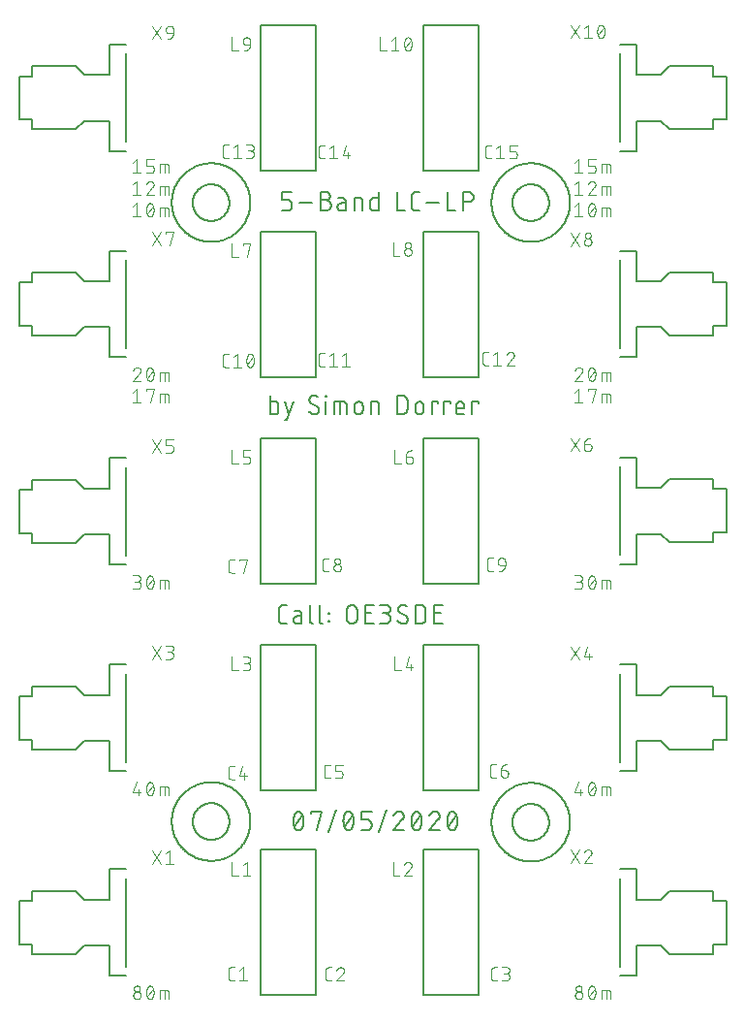
<source format=gbr>
G04 EAGLE Gerber RS-274X export*
G75*
%MOMM*%
%FSLAX34Y34*%
%LPD*%
%INSilkscreen Top*%
%IPPOS*%
%AMOC8*
5,1,8,0,0,1.08239X$1,22.5*%
G01*
%ADD10C,0.152400*%
%ADD11C,0.101600*%
%ADD12C,0.127000*%
%ADD13C,0.203200*%


D10*
X135382Y701802D02*
X140801Y701802D01*
X140919Y701804D01*
X141037Y701810D01*
X141155Y701819D01*
X141272Y701833D01*
X141389Y701850D01*
X141506Y701871D01*
X141621Y701896D01*
X141736Y701925D01*
X141850Y701958D01*
X141962Y701994D01*
X142073Y702034D01*
X142183Y702077D01*
X142292Y702124D01*
X142399Y702174D01*
X142504Y702229D01*
X142607Y702286D01*
X142708Y702347D01*
X142808Y702411D01*
X142905Y702478D01*
X143000Y702548D01*
X143092Y702622D01*
X143183Y702698D01*
X143270Y702778D01*
X143355Y702860D01*
X143437Y702945D01*
X143517Y703032D01*
X143593Y703123D01*
X143667Y703215D01*
X143737Y703310D01*
X143804Y703407D01*
X143868Y703507D01*
X143929Y703608D01*
X143986Y703711D01*
X144041Y703816D01*
X144091Y703923D01*
X144138Y704032D01*
X144181Y704142D01*
X144221Y704253D01*
X144257Y704365D01*
X144290Y704479D01*
X144319Y704594D01*
X144344Y704709D01*
X144365Y704826D01*
X144382Y704943D01*
X144396Y705060D01*
X144405Y705178D01*
X144411Y705296D01*
X144413Y705414D01*
X144413Y707221D01*
X144411Y707339D01*
X144405Y707457D01*
X144396Y707575D01*
X144382Y707692D01*
X144365Y707809D01*
X144344Y707926D01*
X144319Y708041D01*
X144290Y708156D01*
X144257Y708270D01*
X144221Y708382D01*
X144181Y708493D01*
X144138Y708603D01*
X144091Y708712D01*
X144041Y708819D01*
X143986Y708924D01*
X143929Y709027D01*
X143868Y709128D01*
X143804Y709228D01*
X143737Y709325D01*
X143667Y709420D01*
X143593Y709512D01*
X143517Y709603D01*
X143437Y709690D01*
X143355Y709775D01*
X143270Y709857D01*
X143183Y709937D01*
X143092Y710013D01*
X143000Y710087D01*
X142905Y710157D01*
X142808Y710224D01*
X142708Y710288D01*
X142607Y710349D01*
X142504Y710406D01*
X142399Y710461D01*
X142292Y710511D01*
X142183Y710558D01*
X142073Y710601D01*
X141962Y710641D01*
X141850Y710677D01*
X141736Y710710D01*
X141621Y710739D01*
X141506Y710764D01*
X141389Y710785D01*
X141272Y710802D01*
X141155Y710816D01*
X141037Y710825D01*
X140919Y710831D01*
X140801Y710833D01*
X135382Y710833D01*
X135382Y718058D01*
X144413Y718058D01*
X151152Y708124D02*
X161990Y708124D01*
X169461Y710833D02*
X173976Y710833D01*
X173976Y710834D02*
X174109Y710832D01*
X174241Y710826D01*
X174373Y710816D01*
X174505Y710803D01*
X174637Y710785D01*
X174767Y710764D01*
X174898Y710739D01*
X175027Y710710D01*
X175155Y710677D01*
X175283Y710641D01*
X175409Y710601D01*
X175534Y710557D01*
X175658Y710509D01*
X175780Y710458D01*
X175901Y710403D01*
X176020Y710345D01*
X176138Y710283D01*
X176253Y710218D01*
X176367Y710149D01*
X176478Y710078D01*
X176587Y710002D01*
X176694Y709924D01*
X176799Y709843D01*
X176901Y709758D01*
X177001Y709671D01*
X177098Y709581D01*
X177193Y709488D01*
X177284Y709392D01*
X177373Y709294D01*
X177459Y709193D01*
X177542Y709089D01*
X177622Y708983D01*
X177698Y708875D01*
X177772Y708765D01*
X177842Y708652D01*
X177909Y708538D01*
X177972Y708421D01*
X178032Y708303D01*
X178089Y708183D01*
X178142Y708061D01*
X178191Y707938D01*
X178237Y707814D01*
X178279Y707688D01*
X178317Y707561D01*
X178352Y707433D01*
X178383Y707304D01*
X178410Y707175D01*
X178433Y707044D01*
X178453Y706913D01*
X178468Y706781D01*
X178480Y706649D01*
X178488Y706517D01*
X178492Y706384D01*
X178492Y706252D01*
X178488Y706119D01*
X178480Y705987D01*
X178468Y705855D01*
X178453Y705723D01*
X178433Y705592D01*
X178410Y705461D01*
X178383Y705332D01*
X178352Y705203D01*
X178317Y705075D01*
X178279Y704948D01*
X178237Y704822D01*
X178191Y704698D01*
X178142Y704575D01*
X178089Y704453D01*
X178032Y704333D01*
X177972Y704215D01*
X177909Y704098D01*
X177842Y703984D01*
X177772Y703871D01*
X177698Y703761D01*
X177622Y703653D01*
X177542Y703547D01*
X177459Y703443D01*
X177373Y703342D01*
X177284Y703244D01*
X177193Y703148D01*
X177098Y703055D01*
X177001Y702965D01*
X176901Y702878D01*
X176799Y702793D01*
X176694Y702712D01*
X176587Y702634D01*
X176478Y702558D01*
X176367Y702487D01*
X176253Y702418D01*
X176138Y702353D01*
X176020Y702291D01*
X175901Y702233D01*
X175780Y702178D01*
X175658Y702127D01*
X175534Y702079D01*
X175409Y702035D01*
X175283Y701995D01*
X175155Y701959D01*
X175027Y701926D01*
X174898Y701897D01*
X174767Y701872D01*
X174637Y701851D01*
X174505Y701833D01*
X174373Y701820D01*
X174241Y701810D01*
X174109Y701804D01*
X173976Y701802D01*
X169461Y701802D01*
X169461Y718058D01*
X173976Y718058D01*
X174095Y718056D01*
X174215Y718050D01*
X174334Y718040D01*
X174452Y718026D01*
X174571Y718009D01*
X174688Y717987D01*
X174805Y717962D01*
X174920Y717932D01*
X175035Y717899D01*
X175149Y717862D01*
X175261Y717822D01*
X175372Y717777D01*
X175481Y717729D01*
X175589Y717678D01*
X175695Y717623D01*
X175799Y717564D01*
X175901Y717502D01*
X176001Y717437D01*
X176099Y717368D01*
X176195Y717296D01*
X176288Y717221D01*
X176378Y717144D01*
X176466Y717063D01*
X176551Y716979D01*
X176633Y716892D01*
X176713Y716803D01*
X176789Y716711D01*
X176863Y716617D01*
X176933Y716520D01*
X177000Y716422D01*
X177064Y716321D01*
X177124Y716217D01*
X177181Y716112D01*
X177234Y716005D01*
X177284Y715897D01*
X177330Y715787D01*
X177372Y715675D01*
X177411Y715562D01*
X177446Y715448D01*
X177477Y715333D01*
X177505Y715216D01*
X177528Y715099D01*
X177548Y714982D01*
X177564Y714863D01*
X177576Y714744D01*
X177584Y714625D01*
X177588Y714506D01*
X177588Y714386D01*
X177584Y714267D01*
X177576Y714148D01*
X177564Y714029D01*
X177548Y713910D01*
X177528Y713793D01*
X177505Y713676D01*
X177477Y713559D01*
X177446Y713444D01*
X177411Y713330D01*
X177372Y713217D01*
X177330Y713105D01*
X177284Y712995D01*
X177234Y712887D01*
X177181Y712780D01*
X177124Y712675D01*
X177064Y712571D01*
X177000Y712470D01*
X176933Y712372D01*
X176863Y712275D01*
X176789Y712181D01*
X176713Y712089D01*
X176633Y712000D01*
X176551Y711913D01*
X176466Y711829D01*
X176378Y711748D01*
X176288Y711671D01*
X176195Y711596D01*
X176099Y711524D01*
X176001Y711455D01*
X175901Y711390D01*
X175799Y711328D01*
X175695Y711269D01*
X175589Y711214D01*
X175481Y711163D01*
X175372Y711115D01*
X175261Y711070D01*
X175149Y711030D01*
X175035Y710993D01*
X174920Y710960D01*
X174805Y710930D01*
X174688Y710905D01*
X174571Y710883D01*
X174452Y710866D01*
X174334Y710852D01*
X174215Y710842D01*
X174095Y710836D01*
X173976Y710834D01*
X187308Y708124D02*
X191372Y708124D01*
X187308Y708124D02*
X187196Y708122D01*
X187085Y708116D01*
X186974Y708106D01*
X186863Y708093D01*
X186753Y708075D01*
X186644Y708053D01*
X186535Y708028D01*
X186427Y707999D01*
X186321Y707966D01*
X186215Y707929D01*
X186111Y707889D01*
X186009Y707845D01*
X185908Y707797D01*
X185809Y707746D01*
X185711Y707691D01*
X185616Y707633D01*
X185523Y707572D01*
X185432Y707507D01*
X185343Y707439D01*
X185257Y707368D01*
X185174Y707295D01*
X185093Y707218D01*
X185014Y707138D01*
X184939Y707056D01*
X184867Y706971D01*
X184797Y706884D01*
X184731Y706794D01*
X184668Y706702D01*
X184608Y706607D01*
X184552Y706511D01*
X184499Y706413D01*
X184450Y706313D01*
X184404Y706211D01*
X184362Y706108D01*
X184323Y706003D01*
X184288Y705897D01*
X184257Y705790D01*
X184230Y705682D01*
X184206Y705573D01*
X184187Y705463D01*
X184171Y705353D01*
X184159Y705242D01*
X184151Y705130D01*
X184147Y705019D01*
X184147Y704907D01*
X184151Y704796D01*
X184159Y704684D01*
X184171Y704573D01*
X184187Y704463D01*
X184206Y704353D01*
X184230Y704244D01*
X184257Y704136D01*
X184288Y704029D01*
X184323Y703923D01*
X184362Y703818D01*
X184404Y703715D01*
X184450Y703613D01*
X184499Y703513D01*
X184552Y703415D01*
X184608Y703319D01*
X184668Y703224D01*
X184731Y703132D01*
X184797Y703042D01*
X184867Y702955D01*
X184939Y702870D01*
X185014Y702788D01*
X185093Y702708D01*
X185174Y702631D01*
X185257Y702558D01*
X185343Y702487D01*
X185432Y702419D01*
X185523Y702354D01*
X185616Y702293D01*
X185711Y702235D01*
X185809Y702180D01*
X185908Y702129D01*
X186009Y702081D01*
X186111Y702037D01*
X186215Y701997D01*
X186321Y701960D01*
X186427Y701927D01*
X186535Y701898D01*
X186644Y701873D01*
X186753Y701851D01*
X186863Y701833D01*
X186974Y701820D01*
X187085Y701810D01*
X187196Y701804D01*
X187308Y701802D01*
X191372Y701802D01*
X191372Y709930D01*
X191370Y710031D01*
X191364Y710132D01*
X191355Y710233D01*
X191342Y710334D01*
X191325Y710434D01*
X191304Y710533D01*
X191280Y710631D01*
X191252Y710728D01*
X191220Y710825D01*
X191185Y710920D01*
X191146Y711013D01*
X191104Y711105D01*
X191058Y711196D01*
X191009Y711285D01*
X190957Y711371D01*
X190901Y711456D01*
X190843Y711539D01*
X190781Y711619D01*
X190716Y711697D01*
X190649Y711773D01*
X190579Y711846D01*
X190506Y711916D01*
X190430Y711983D01*
X190352Y712048D01*
X190272Y712110D01*
X190189Y712168D01*
X190104Y712224D01*
X190018Y712276D01*
X189929Y712325D01*
X189838Y712371D01*
X189746Y712413D01*
X189653Y712452D01*
X189558Y712487D01*
X189461Y712519D01*
X189364Y712547D01*
X189266Y712571D01*
X189167Y712592D01*
X189067Y712609D01*
X188966Y712622D01*
X188865Y712631D01*
X188764Y712637D01*
X188663Y712639D01*
X185051Y712639D01*
X198810Y712639D02*
X198810Y701802D01*
X198810Y712639D02*
X203326Y712639D01*
X203430Y712637D01*
X203533Y712631D01*
X203637Y712621D01*
X203740Y712607D01*
X203842Y712589D01*
X203943Y712568D01*
X204044Y712542D01*
X204143Y712513D01*
X204242Y712480D01*
X204339Y712443D01*
X204434Y712402D01*
X204528Y712358D01*
X204620Y712310D01*
X204710Y712259D01*
X204799Y712204D01*
X204885Y712146D01*
X204968Y712084D01*
X205050Y712020D01*
X205128Y711952D01*
X205204Y711882D01*
X205278Y711809D01*
X205348Y711732D01*
X205416Y711654D01*
X205480Y711572D01*
X205542Y711489D01*
X205600Y711403D01*
X205655Y711314D01*
X205706Y711224D01*
X205754Y711132D01*
X205798Y711038D01*
X205839Y710943D01*
X205876Y710846D01*
X205909Y710747D01*
X205938Y710648D01*
X205964Y710547D01*
X205985Y710446D01*
X206003Y710344D01*
X206017Y710241D01*
X206027Y710137D01*
X206033Y710034D01*
X206035Y709930D01*
X206035Y701802D01*
X220030Y701802D02*
X220030Y718058D01*
X220030Y701802D02*
X215514Y701802D01*
X215413Y701804D01*
X215312Y701810D01*
X215211Y701819D01*
X215110Y701832D01*
X215010Y701849D01*
X214911Y701870D01*
X214813Y701894D01*
X214716Y701922D01*
X214619Y701954D01*
X214524Y701989D01*
X214431Y702028D01*
X214339Y702070D01*
X214248Y702116D01*
X214160Y702165D01*
X214073Y702217D01*
X213988Y702273D01*
X213905Y702331D01*
X213825Y702393D01*
X213747Y702458D01*
X213671Y702525D01*
X213598Y702595D01*
X213528Y702668D01*
X213461Y702744D01*
X213396Y702822D01*
X213334Y702902D01*
X213276Y702985D01*
X213220Y703070D01*
X213168Y703157D01*
X213119Y703245D01*
X213073Y703336D01*
X213031Y703428D01*
X212992Y703521D01*
X212957Y703616D01*
X212925Y703713D01*
X212897Y703810D01*
X212873Y703908D01*
X212852Y704007D01*
X212835Y704107D01*
X212822Y704208D01*
X212813Y704309D01*
X212807Y704410D01*
X212805Y704511D01*
X212805Y709930D01*
X212807Y710031D01*
X212813Y710132D01*
X212822Y710233D01*
X212835Y710334D01*
X212852Y710434D01*
X212873Y710533D01*
X212897Y710631D01*
X212925Y710728D01*
X212957Y710825D01*
X212992Y710920D01*
X213031Y711013D01*
X213073Y711105D01*
X213119Y711196D01*
X213168Y711285D01*
X213220Y711371D01*
X213276Y711456D01*
X213334Y711539D01*
X213396Y711619D01*
X213461Y711697D01*
X213528Y711773D01*
X213598Y711846D01*
X213671Y711916D01*
X213747Y711983D01*
X213825Y712048D01*
X213905Y712110D01*
X213988Y712168D01*
X214073Y712224D01*
X214160Y712276D01*
X214248Y712325D01*
X214339Y712371D01*
X214431Y712413D01*
X214524Y712452D01*
X214619Y712487D01*
X214716Y712519D01*
X214813Y712547D01*
X214911Y712571D01*
X215010Y712592D01*
X215110Y712609D01*
X215211Y712622D01*
X215312Y712631D01*
X215413Y712637D01*
X215514Y712639D01*
X220030Y712639D01*
X235973Y718058D02*
X235973Y701802D01*
X243198Y701802D01*
X252542Y701802D02*
X256154Y701802D01*
X252542Y701802D02*
X252424Y701804D01*
X252306Y701810D01*
X252188Y701819D01*
X252071Y701833D01*
X251954Y701850D01*
X251837Y701871D01*
X251722Y701896D01*
X251607Y701925D01*
X251493Y701958D01*
X251381Y701994D01*
X251270Y702034D01*
X251160Y702077D01*
X251051Y702124D01*
X250944Y702174D01*
X250839Y702229D01*
X250736Y702286D01*
X250635Y702347D01*
X250535Y702411D01*
X250438Y702478D01*
X250343Y702548D01*
X250251Y702622D01*
X250160Y702698D01*
X250073Y702778D01*
X249988Y702860D01*
X249906Y702945D01*
X249826Y703032D01*
X249750Y703123D01*
X249676Y703215D01*
X249606Y703310D01*
X249539Y703407D01*
X249475Y703507D01*
X249414Y703608D01*
X249357Y703711D01*
X249302Y703816D01*
X249252Y703923D01*
X249205Y704032D01*
X249162Y704142D01*
X249122Y704253D01*
X249086Y704365D01*
X249053Y704479D01*
X249024Y704594D01*
X248999Y704709D01*
X248978Y704826D01*
X248961Y704943D01*
X248947Y705060D01*
X248938Y705178D01*
X248932Y705296D01*
X248930Y705414D01*
X248929Y705414D02*
X248929Y714446D01*
X248930Y714446D02*
X248932Y714564D01*
X248938Y714682D01*
X248947Y714800D01*
X248961Y714917D01*
X248978Y715034D01*
X248999Y715151D01*
X249024Y715266D01*
X249053Y715381D01*
X249086Y715495D01*
X249122Y715607D01*
X249162Y715718D01*
X249205Y715828D01*
X249252Y715937D01*
X249302Y716044D01*
X249357Y716149D01*
X249414Y716252D01*
X249475Y716353D01*
X249539Y716453D01*
X249606Y716550D01*
X249676Y716645D01*
X249750Y716737D01*
X249826Y716828D01*
X249906Y716915D01*
X249988Y717000D01*
X250073Y717082D01*
X250160Y717162D01*
X250251Y717238D01*
X250343Y717312D01*
X250438Y717382D01*
X250535Y717449D01*
X250635Y717513D01*
X250736Y717574D01*
X250839Y717631D01*
X250944Y717686D01*
X251051Y717736D01*
X251160Y717783D01*
X251270Y717826D01*
X251381Y717866D01*
X251493Y717902D01*
X251607Y717935D01*
X251722Y717964D01*
X251837Y717989D01*
X251954Y718010D01*
X252071Y718027D01*
X252188Y718041D01*
X252306Y718050D01*
X252424Y718056D01*
X252542Y718058D01*
X256154Y718058D01*
X262134Y708124D02*
X272971Y708124D01*
X280261Y701802D02*
X280261Y718058D01*
X280261Y701802D02*
X287486Y701802D01*
X293989Y701802D02*
X293989Y718058D01*
X298505Y718058D01*
X298638Y718056D01*
X298770Y718050D01*
X298902Y718040D01*
X299034Y718027D01*
X299166Y718009D01*
X299296Y717988D01*
X299427Y717963D01*
X299556Y717934D01*
X299684Y717901D01*
X299812Y717865D01*
X299938Y717825D01*
X300063Y717781D01*
X300187Y717733D01*
X300309Y717682D01*
X300430Y717627D01*
X300549Y717569D01*
X300667Y717507D01*
X300782Y717442D01*
X300896Y717373D01*
X301007Y717302D01*
X301116Y717226D01*
X301223Y717148D01*
X301328Y717067D01*
X301430Y716982D01*
X301530Y716895D01*
X301627Y716805D01*
X301722Y716712D01*
X301813Y716616D01*
X301902Y716518D01*
X301988Y716417D01*
X302071Y716313D01*
X302151Y716207D01*
X302227Y716099D01*
X302301Y715989D01*
X302371Y715876D01*
X302438Y715762D01*
X302501Y715645D01*
X302561Y715527D01*
X302618Y715407D01*
X302671Y715285D01*
X302720Y715162D01*
X302766Y715038D01*
X302808Y714912D01*
X302846Y714785D01*
X302881Y714657D01*
X302912Y714528D01*
X302939Y714399D01*
X302962Y714268D01*
X302982Y714137D01*
X302997Y714005D01*
X303009Y713873D01*
X303017Y713741D01*
X303021Y713608D01*
X303021Y713476D01*
X303017Y713343D01*
X303009Y713211D01*
X302997Y713079D01*
X302982Y712947D01*
X302962Y712816D01*
X302939Y712685D01*
X302912Y712556D01*
X302881Y712427D01*
X302846Y712299D01*
X302808Y712172D01*
X302766Y712046D01*
X302720Y711922D01*
X302671Y711799D01*
X302618Y711677D01*
X302561Y711557D01*
X302501Y711439D01*
X302438Y711322D01*
X302371Y711208D01*
X302301Y711095D01*
X302227Y710985D01*
X302151Y710877D01*
X302071Y710771D01*
X301988Y710667D01*
X301902Y710566D01*
X301813Y710468D01*
X301722Y710372D01*
X301627Y710279D01*
X301530Y710189D01*
X301430Y710102D01*
X301328Y710017D01*
X301223Y709936D01*
X301116Y709858D01*
X301007Y709782D01*
X300896Y709711D01*
X300782Y709642D01*
X300667Y709577D01*
X300549Y709515D01*
X300430Y709457D01*
X300309Y709402D01*
X300187Y709351D01*
X300063Y709303D01*
X299938Y709259D01*
X299812Y709219D01*
X299684Y709183D01*
X299556Y709150D01*
X299427Y709121D01*
X299296Y709096D01*
X299166Y709075D01*
X299034Y709057D01*
X298902Y709044D01*
X298770Y709034D01*
X298638Y709028D01*
X298505Y709026D01*
X298505Y709027D02*
X293989Y709027D01*
X125222Y540258D02*
X125222Y524002D01*
X129738Y524002D01*
X129842Y524004D01*
X129945Y524010D01*
X130049Y524020D01*
X130152Y524034D01*
X130254Y524052D01*
X130355Y524073D01*
X130456Y524099D01*
X130555Y524128D01*
X130654Y524161D01*
X130751Y524198D01*
X130846Y524239D01*
X130940Y524283D01*
X131032Y524331D01*
X131122Y524382D01*
X131211Y524437D01*
X131297Y524495D01*
X131380Y524557D01*
X131462Y524621D01*
X131540Y524689D01*
X131616Y524759D01*
X131690Y524832D01*
X131760Y524909D01*
X131828Y524987D01*
X131892Y525069D01*
X131954Y525152D01*
X132012Y525238D01*
X132067Y525327D01*
X132118Y525417D01*
X132166Y525509D01*
X132210Y525603D01*
X132251Y525698D01*
X132288Y525795D01*
X132321Y525894D01*
X132350Y525993D01*
X132376Y526094D01*
X132397Y526195D01*
X132415Y526297D01*
X132429Y526400D01*
X132439Y526504D01*
X132445Y526607D01*
X132447Y526711D01*
X132447Y532130D01*
X132445Y532231D01*
X132439Y532332D01*
X132430Y532433D01*
X132417Y532534D01*
X132400Y532634D01*
X132379Y532733D01*
X132355Y532831D01*
X132327Y532928D01*
X132295Y533025D01*
X132260Y533120D01*
X132221Y533213D01*
X132179Y533305D01*
X132133Y533396D01*
X132084Y533485D01*
X132032Y533571D01*
X131976Y533656D01*
X131918Y533739D01*
X131856Y533819D01*
X131791Y533897D01*
X131724Y533973D01*
X131654Y534046D01*
X131581Y534116D01*
X131505Y534183D01*
X131427Y534248D01*
X131347Y534310D01*
X131264Y534368D01*
X131179Y534424D01*
X131093Y534476D01*
X131004Y534525D01*
X130913Y534571D01*
X130821Y534613D01*
X130728Y534652D01*
X130633Y534687D01*
X130536Y534719D01*
X130439Y534747D01*
X130341Y534771D01*
X130242Y534792D01*
X130142Y534809D01*
X130041Y534822D01*
X129940Y534831D01*
X129839Y534837D01*
X129738Y534839D01*
X125222Y534839D01*
X138175Y518583D02*
X139981Y518583D01*
X145400Y534839D01*
X138175Y534839D02*
X141787Y524002D01*
X164574Y524002D02*
X164692Y524004D01*
X164810Y524010D01*
X164928Y524019D01*
X165045Y524033D01*
X165162Y524050D01*
X165279Y524071D01*
X165394Y524096D01*
X165509Y524125D01*
X165623Y524158D01*
X165735Y524194D01*
X165846Y524234D01*
X165956Y524277D01*
X166065Y524324D01*
X166172Y524374D01*
X166277Y524429D01*
X166380Y524486D01*
X166481Y524547D01*
X166581Y524611D01*
X166678Y524678D01*
X166773Y524748D01*
X166865Y524822D01*
X166956Y524898D01*
X167043Y524978D01*
X167128Y525060D01*
X167210Y525145D01*
X167290Y525232D01*
X167366Y525323D01*
X167440Y525415D01*
X167510Y525510D01*
X167577Y525607D01*
X167641Y525707D01*
X167702Y525808D01*
X167759Y525911D01*
X167814Y526016D01*
X167864Y526123D01*
X167911Y526232D01*
X167954Y526342D01*
X167994Y526453D01*
X168030Y526565D01*
X168063Y526679D01*
X168092Y526794D01*
X168117Y526909D01*
X168138Y527026D01*
X168155Y527143D01*
X168169Y527260D01*
X168178Y527378D01*
X168184Y527496D01*
X168186Y527614D01*
X164574Y524002D02*
X164391Y524004D01*
X164209Y524011D01*
X164027Y524022D01*
X163845Y524037D01*
X163663Y524057D01*
X163482Y524080D01*
X163302Y524109D01*
X163122Y524141D01*
X162943Y524178D01*
X162766Y524219D01*
X162589Y524265D01*
X162413Y524314D01*
X162239Y524368D01*
X162065Y524426D01*
X161894Y524488D01*
X161724Y524554D01*
X161555Y524625D01*
X161388Y524699D01*
X161223Y524777D01*
X161060Y524859D01*
X160899Y524945D01*
X160740Y525035D01*
X160583Y525129D01*
X160429Y525226D01*
X160277Y525327D01*
X160127Y525432D01*
X159980Y525540D01*
X159836Y525651D01*
X159694Y525766D01*
X159555Y525885D01*
X159419Y526007D01*
X159286Y526132D01*
X159156Y526260D01*
X159607Y536646D02*
X159609Y536764D01*
X159615Y536882D01*
X159624Y537000D01*
X159638Y537117D01*
X159655Y537234D01*
X159676Y537351D01*
X159701Y537466D01*
X159730Y537581D01*
X159763Y537695D01*
X159799Y537807D01*
X159839Y537918D01*
X159882Y538028D01*
X159929Y538137D01*
X159979Y538244D01*
X160034Y538349D01*
X160091Y538452D01*
X160152Y538553D01*
X160216Y538653D01*
X160283Y538750D01*
X160353Y538845D01*
X160427Y538937D01*
X160503Y539028D01*
X160583Y539115D01*
X160665Y539200D01*
X160750Y539282D01*
X160837Y539362D01*
X160928Y539438D01*
X161020Y539512D01*
X161115Y539582D01*
X161212Y539649D01*
X161312Y539713D01*
X161413Y539774D01*
X161516Y539832D01*
X161621Y539886D01*
X161728Y539936D01*
X161837Y539983D01*
X161947Y540027D01*
X162058Y540066D01*
X162171Y540102D01*
X162284Y540135D01*
X162399Y540164D01*
X162514Y540189D01*
X162631Y540210D01*
X162748Y540227D01*
X162865Y540241D01*
X162983Y540250D01*
X163101Y540256D01*
X163219Y540258D01*
X163380Y540256D01*
X163542Y540250D01*
X163703Y540241D01*
X163864Y540227D01*
X164024Y540210D01*
X164184Y540189D01*
X164344Y540164D01*
X164503Y540135D01*
X164661Y540103D01*
X164818Y540067D01*
X164974Y540027D01*
X165130Y539983D01*
X165284Y539935D01*
X165437Y539884D01*
X165589Y539830D01*
X165740Y539771D01*
X165889Y539710D01*
X166036Y539644D01*
X166182Y539575D01*
X166327Y539503D01*
X166469Y539427D01*
X166610Y539348D01*
X166749Y539266D01*
X166885Y539180D01*
X167020Y539091D01*
X167153Y538999D01*
X167283Y538903D01*
X161413Y533485D02*
X161312Y533547D01*
X161212Y533612D01*
X161115Y533681D01*
X161020Y533753D01*
X160927Y533827D01*
X160837Y533905D01*
X160749Y533986D01*
X160664Y534069D01*
X160582Y534155D01*
X160503Y534244D01*
X160426Y534335D01*
X160353Y534429D01*
X160282Y534525D01*
X160215Y534623D01*
X160151Y534723D01*
X160090Y534826D01*
X160033Y534930D01*
X159979Y535036D01*
X159929Y535144D01*
X159882Y535253D01*
X159838Y535364D01*
X159798Y535476D01*
X159762Y535590D01*
X159730Y535704D01*
X159701Y535820D01*
X159676Y535936D01*
X159655Y536053D01*
X159638Y536171D01*
X159624Y536289D01*
X159615Y536408D01*
X159609Y536527D01*
X159607Y536646D01*
X166381Y530775D02*
X166482Y530713D01*
X166582Y530648D01*
X166679Y530579D01*
X166774Y530507D01*
X166867Y530433D01*
X166957Y530355D01*
X167045Y530274D01*
X167130Y530191D01*
X167212Y530105D01*
X167291Y530016D01*
X167368Y529925D01*
X167441Y529831D01*
X167512Y529735D01*
X167579Y529637D01*
X167643Y529537D01*
X167704Y529434D01*
X167761Y529330D01*
X167815Y529224D01*
X167865Y529116D01*
X167912Y529007D01*
X167956Y528896D01*
X167996Y528784D01*
X168032Y528670D01*
X168064Y528556D01*
X168093Y528440D01*
X168118Y528324D01*
X168139Y528207D01*
X168156Y528089D01*
X168170Y527971D01*
X168179Y527852D01*
X168185Y527733D01*
X168187Y527614D01*
X166380Y530775D02*
X161413Y533485D01*
X174092Y534839D02*
X174092Y524002D01*
X173640Y539355D02*
X173640Y540258D01*
X174543Y540258D01*
X174543Y539355D01*
X173640Y539355D01*
X181178Y534839D02*
X181178Y524002D01*
X181178Y534839D02*
X189306Y534839D01*
X189407Y534837D01*
X189508Y534831D01*
X189609Y534822D01*
X189710Y534809D01*
X189810Y534792D01*
X189909Y534771D01*
X190007Y534747D01*
X190104Y534719D01*
X190201Y534687D01*
X190296Y534652D01*
X190389Y534613D01*
X190481Y534571D01*
X190572Y534525D01*
X190661Y534476D01*
X190747Y534424D01*
X190832Y534368D01*
X190915Y534310D01*
X190995Y534248D01*
X191073Y534183D01*
X191149Y534116D01*
X191222Y534046D01*
X191292Y533973D01*
X191359Y533897D01*
X191424Y533819D01*
X191486Y533739D01*
X191544Y533656D01*
X191600Y533571D01*
X191652Y533485D01*
X191701Y533396D01*
X191747Y533305D01*
X191789Y533213D01*
X191828Y533120D01*
X191863Y533025D01*
X191895Y532928D01*
X191923Y532831D01*
X191947Y532733D01*
X191968Y532634D01*
X191985Y532534D01*
X191998Y532433D01*
X192007Y532332D01*
X192013Y532231D01*
X192015Y532130D01*
X192015Y524002D01*
X186597Y524002D02*
X186597Y534839D01*
X199136Y531227D02*
X199136Y527614D01*
X199137Y531227D02*
X199139Y531346D01*
X199145Y531466D01*
X199155Y531585D01*
X199169Y531703D01*
X199186Y531822D01*
X199208Y531939D01*
X199233Y532056D01*
X199263Y532171D01*
X199296Y532286D01*
X199333Y532400D01*
X199373Y532512D01*
X199418Y532623D01*
X199466Y532732D01*
X199517Y532840D01*
X199572Y532946D01*
X199631Y533050D01*
X199693Y533152D01*
X199758Y533252D01*
X199827Y533350D01*
X199899Y533446D01*
X199974Y533539D01*
X200051Y533629D01*
X200132Y533717D01*
X200216Y533802D01*
X200303Y533884D01*
X200392Y533964D01*
X200484Y534040D01*
X200578Y534114D01*
X200675Y534184D01*
X200773Y534251D01*
X200874Y534315D01*
X200978Y534375D01*
X201083Y534432D01*
X201190Y534485D01*
X201298Y534535D01*
X201408Y534581D01*
X201520Y534623D01*
X201633Y534662D01*
X201747Y534697D01*
X201862Y534728D01*
X201979Y534756D01*
X202096Y534779D01*
X202213Y534799D01*
X202332Y534815D01*
X202451Y534827D01*
X202570Y534835D01*
X202689Y534839D01*
X202809Y534839D01*
X202928Y534835D01*
X203047Y534827D01*
X203166Y534815D01*
X203285Y534799D01*
X203402Y534779D01*
X203519Y534756D01*
X203636Y534728D01*
X203751Y534697D01*
X203865Y534662D01*
X203978Y534623D01*
X204090Y534581D01*
X204200Y534535D01*
X204308Y534485D01*
X204415Y534432D01*
X204520Y534375D01*
X204624Y534315D01*
X204725Y534251D01*
X204823Y534184D01*
X204920Y534114D01*
X205014Y534040D01*
X205106Y533964D01*
X205195Y533884D01*
X205282Y533802D01*
X205366Y533717D01*
X205447Y533629D01*
X205524Y533539D01*
X205599Y533446D01*
X205671Y533350D01*
X205740Y533252D01*
X205805Y533152D01*
X205867Y533050D01*
X205926Y532946D01*
X205981Y532840D01*
X206032Y532732D01*
X206080Y532623D01*
X206125Y532512D01*
X206165Y532400D01*
X206202Y532286D01*
X206235Y532171D01*
X206265Y532056D01*
X206290Y531939D01*
X206312Y531822D01*
X206329Y531703D01*
X206343Y531585D01*
X206353Y531466D01*
X206359Y531346D01*
X206361Y531227D01*
X206361Y527614D01*
X206359Y527495D01*
X206353Y527375D01*
X206343Y527256D01*
X206329Y527138D01*
X206312Y527019D01*
X206290Y526902D01*
X206265Y526785D01*
X206235Y526670D01*
X206202Y526555D01*
X206165Y526441D01*
X206125Y526329D01*
X206080Y526218D01*
X206032Y526109D01*
X205981Y526001D01*
X205926Y525895D01*
X205867Y525791D01*
X205805Y525689D01*
X205740Y525589D01*
X205671Y525491D01*
X205599Y525395D01*
X205524Y525302D01*
X205447Y525212D01*
X205366Y525124D01*
X205282Y525039D01*
X205195Y524957D01*
X205106Y524877D01*
X205014Y524801D01*
X204920Y524727D01*
X204823Y524657D01*
X204725Y524590D01*
X204624Y524526D01*
X204520Y524466D01*
X204415Y524409D01*
X204308Y524356D01*
X204200Y524306D01*
X204090Y524260D01*
X203978Y524218D01*
X203865Y524179D01*
X203751Y524144D01*
X203636Y524113D01*
X203519Y524085D01*
X203402Y524062D01*
X203285Y524042D01*
X203166Y524026D01*
X203047Y524014D01*
X202928Y524006D01*
X202809Y524002D01*
X202689Y524002D01*
X202570Y524006D01*
X202451Y524014D01*
X202332Y524026D01*
X202213Y524042D01*
X202096Y524062D01*
X201979Y524085D01*
X201862Y524113D01*
X201747Y524144D01*
X201633Y524179D01*
X201520Y524218D01*
X201408Y524260D01*
X201298Y524306D01*
X201190Y524356D01*
X201083Y524409D01*
X200978Y524466D01*
X200874Y524526D01*
X200773Y524590D01*
X200675Y524657D01*
X200578Y524727D01*
X200484Y524801D01*
X200392Y524877D01*
X200303Y524957D01*
X200216Y525039D01*
X200132Y525124D01*
X200051Y525212D01*
X199974Y525302D01*
X199899Y525395D01*
X199827Y525491D01*
X199758Y525589D01*
X199693Y525689D01*
X199631Y525791D01*
X199572Y525895D01*
X199517Y526001D01*
X199466Y526109D01*
X199418Y526218D01*
X199373Y526329D01*
X199333Y526441D01*
X199296Y526555D01*
X199263Y526670D01*
X199233Y526785D01*
X199208Y526902D01*
X199186Y527019D01*
X199169Y527138D01*
X199155Y527256D01*
X199145Y527375D01*
X199139Y527495D01*
X199137Y527614D01*
X213205Y524002D02*
X213205Y534839D01*
X217720Y534839D01*
X217824Y534837D01*
X217927Y534831D01*
X218031Y534821D01*
X218134Y534807D01*
X218236Y534789D01*
X218337Y534768D01*
X218438Y534742D01*
X218537Y534713D01*
X218636Y534680D01*
X218733Y534643D01*
X218828Y534602D01*
X218922Y534558D01*
X219014Y534510D01*
X219104Y534459D01*
X219193Y534404D01*
X219279Y534346D01*
X219362Y534284D01*
X219444Y534220D01*
X219522Y534152D01*
X219598Y534082D01*
X219672Y534009D01*
X219742Y533932D01*
X219810Y533854D01*
X219874Y533772D01*
X219936Y533689D01*
X219994Y533603D01*
X220049Y533514D01*
X220100Y533424D01*
X220148Y533332D01*
X220192Y533238D01*
X220233Y533143D01*
X220270Y533046D01*
X220303Y532947D01*
X220332Y532848D01*
X220358Y532747D01*
X220379Y532646D01*
X220397Y532544D01*
X220411Y532441D01*
X220421Y532337D01*
X220427Y532234D01*
X220429Y532130D01*
X220429Y524002D01*
X236269Y524002D02*
X236269Y540258D01*
X240785Y540258D01*
X240916Y540256D01*
X241048Y540250D01*
X241179Y540241D01*
X241309Y540227D01*
X241440Y540210D01*
X241569Y540189D01*
X241698Y540165D01*
X241826Y540136D01*
X241954Y540104D01*
X242080Y540068D01*
X242205Y540029D01*
X242330Y539986D01*
X242452Y539939D01*
X242574Y539889D01*
X242694Y539835D01*
X242812Y539778D01*
X242928Y539717D01*
X243043Y539653D01*
X243156Y539586D01*
X243267Y539515D01*
X243375Y539441D01*
X243482Y539364D01*
X243586Y539284D01*
X243688Y539201D01*
X243787Y539116D01*
X243884Y539027D01*
X243978Y538935D01*
X244070Y538841D01*
X244159Y538744D01*
X244244Y538645D01*
X244327Y538543D01*
X244407Y538439D01*
X244484Y538332D01*
X244558Y538224D01*
X244629Y538113D01*
X244696Y538000D01*
X244760Y537885D01*
X244821Y537769D01*
X244878Y537651D01*
X244932Y537531D01*
X244982Y537409D01*
X245029Y537287D01*
X245072Y537162D01*
X245111Y537037D01*
X245147Y536911D01*
X245179Y536783D01*
X245208Y536655D01*
X245232Y536526D01*
X245253Y536397D01*
X245270Y536266D01*
X245284Y536136D01*
X245293Y536005D01*
X245299Y535873D01*
X245301Y535742D01*
X245300Y535742D02*
X245300Y528518D01*
X245301Y528518D02*
X245299Y528387D01*
X245293Y528255D01*
X245284Y528124D01*
X245270Y527994D01*
X245253Y527863D01*
X245232Y527734D01*
X245208Y527605D01*
X245179Y527477D01*
X245147Y527349D01*
X245111Y527223D01*
X245072Y527098D01*
X245029Y526973D01*
X244982Y526851D01*
X244932Y526729D01*
X244878Y526609D01*
X244821Y526491D01*
X244760Y526375D01*
X244696Y526260D01*
X244629Y526147D01*
X244558Y526036D01*
X244484Y525928D01*
X244407Y525821D01*
X244327Y525717D01*
X244244Y525615D01*
X244159Y525516D01*
X244070Y525419D01*
X243978Y525325D01*
X243884Y525233D01*
X243787Y525144D01*
X243688Y525059D01*
X243586Y524976D01*
X243482Y524896D01*
X243375Y524819D01*
X243267Y524745D01*
X243156Y524674D01*
X243043Y524607D01*
X242928Y524543D01*
X242812Y524482D01*
X242694Y524425D01*
X242574Y524371D01*
X242452Y524321D01*
X242330Y524274D01*
X242205Y524231D01*
X242080Y524192D01*
X241954Y524156D01*
X241826Y524124D01*
X241698Y524095D01*
X241569Y524071D01*
X241439Y524050D01*
X241309Y524033D01*
X241179Y524019D01*
X241048Y524010D01*
X240916Y524004D01*
X240785Y524002D01*
X236269Y524002D01*
X252283Y527614D02*
X252283Y531227D01*
X252285Y531346D01*
X252291Y531466D01*
X252301Y531585D01*
X252315Y531703D01*
X252332Y531822D01*
X252354Y531939D01*
X252379Y532056D01*
X252409Y532171D01*
X252442Y532286D01*
X252479Y532400D01*
X252519Y532512D01*
X252564Y532623D01*
X252612Y532732D01*
X252663Y532840D01*
X252718Y532946D01*
X252777Y533050D01*
X252839Y533152D01*
X252904Y533252D01*
X252973Y533350D01*
X253045Y533446D01*
X253120Y533539D01*
X253197Y533629D01*
X253278Y533717D01*
X253362Y533802D01*
X253449Y533884D01*
X253538Y533964D01*
X253630Y534040D01*
X253724Y534114D01*
X253821Y534184D01*
X253919Y534251D01*
X254020Y534315D01*
X254124Y534375D01*
X254229Y534432D01*
X254336Y534485D01*
X254444Y534535D01*
X254554Y534581D01*
X254666Y534623D01*
X254779Y534662D01*
X254893Y534697D01*
X255008Y534728D01*
X255125Y534756D01*
X255242Y534779D01*
X255359Y534799D01*
X255478Y534815D01*
X255597Y534827D01*
X255716Y534835D01*
X255835Y534839D01*
X255955Y534839D01*
X256074Y534835D01*
X256193Y534827D01*
X256312Y534815D01*
X256431Y534799D01*
X256548Y534779D01*
X256665Y534756D01*
X256782Y534728D01*
X256897Y534697D01*
X257011Y534662D01*
X257124Y534623D01*
X257236Y534581D01*
X257346Y534535D01*
X257454Y534485D01*
X257561Y534432D01*
X257666Y534375D01*
X257770Y534315D01*
X257871Y534251D01*
X257969Y534184D01*
X258066Y534114D01*
X258160Y534040D01*
X258252Y533964D01*
X258341Y533884D01*
X258428Y533802D01*
X258512Y533717D01*
X258593Y533629D01*
X258670Y533539D01*
X258745Y533446D01*
X258817Y533350D01*
X258886Y533252D01*
X258951Y533152D01*
X259013Y533050D01*
X259072Y532946D01*
X259127Y532840D01*
X259178Y532732D01*
X259226Y532623D01*
X259271Y532512D01*
X259311Y532400D01*
X259348Y532286D01*
X259381Y532171D01*
X259411Y532056D01*
X259436Y531939D01*
X259458Y531822D01*
X259475Y531703D01*
X259489Y531585D01*
X259499Y531466D01*
X259505Y531346D01*
X259507Y531227D01*
X259508Y531227D02*
X259508Y527614D01*
X259507Y527614D02*
X259505Y527495D01*
X259499Y527375D01*
X259489Y527256D01*
X259475Y527138D01*
X259458Y527019D01*
X259436Y526902D01*
X259411Y526785D01*
X259381Y526670D01*
X259348Y526555D01*
X259311Y526441D01*
X259271Y526329D01*
X259226Y526218D01*
X259178Y526109D01*
X259127Y526001D01*
X259072Y525895D01*
X259013Y525791D01*
X258951Y525689D01*
X258886Y525589D01*
X258817Y525491D01*
X258745Y525395D01*
X258670Y525302D01*
X258593Y525212D01*
X258512Y525124D01*
X258428Y525039D01*
X258341Y524957D01*
X258252Y524877D01*
X258160Y524801D01*
X258066Y524727D01*
X257969Y524657D01*
X257871Y524590D01*
X257770Y524526D01*
X257666Y524466D01*
X257561Y524409D01*
X257454Y524356D01*
X257346Y524306D01*
X257236Y524260D01*
X257124Y524218D01*
X257011Y524179D01*
X256897Y524144D01*
X256782Y524113D01*
X256665Y524085D01*
X256548Y524062D01*
X256431Y524042D01*
X256312Y524026D01*
X256193Y524014D01*
X256074Y524006D01*
X255955Y524002D01*
X255835Y524002D01*
X255716Y524006D01*
X255597Y524014D01*
X255478Y524026D01*
X255359Y524042D01*
X255242Y524062D01*
X255125Y524085D01*
X255008Y524113D01*
X254893Y524144D01*
X254779Y524179D01*
X254666Y524218D01*
X254554Y524260D01*
X254444Y524306D01*
X254336Y524356D01*
X254229Y524409D01*
X254124Y524466D01*
X254020Y524526D01*
X253919Y524590D01*
X253821Y524657D01*
X253724Y524727D01*
X253630Y524801D01*
X253538Y524877D01*
X253449Y524957D01*
X253362Y525039D01*
X253278Y525124D01*
X253197Y525212D01*
X253120Y525302D01*
X253045Y525395D01*
X252973Y525491D01*
X252904Y525589D01*
X252839Y525689D01*
X252777Y525791D01*
X252718Y525895D01*
X252663Y526001D01*
X252612Y526109D01*
X252564Y526218D01*
X252519Y526329D01*
X252479Y526441D01*
X252442Y526555D01*
X252409Y526670D01*
X252379Y526785D01*
X252354Y526902D01*
X252332Y527019D01*
X252315Y527138D01*
X252301Y527256D01*
X252291Y527375D01*
X252285Y527495D01*
X252283Y527614D01*
X266436Y524002D02*
X266436Y534839D01*
X271854Y534839D01*
X271854Y533033D01*
X277377Y534839D02*
X277377Y524002D01*
X277377Y534839D02*
X282796Y534839D01*
X282796Y533033D01*
X290423Y524002D02*
X294938Y524002D01*
X290423Y524002D02*
X290322Y524004D01*
X290221Y524010D01*
X290120Y524019D01*
X290019Y524032D01*
X289919Y524049D01*
X289820Y524070D01*
X289722Y524094D01*
X289625Y524122D01*
X289528Y524154D01*
X289433Y524189D01*
X289340Y524228D01*
X289248Y524270D01*
X289157Y524316D01*
X289069Y524365D01*
X288982Y524417D01*
X288897Y524473D01*
X288814Y524531D01*
X288734Y524593D01*
X288656Y524658D01*
X288580Y524725D01*
X288507Y524795D01*
X288437Y524868D01*
X288370Y524944D01*
X288305Y525022D01*
X288243Y525102D01*
X288185Y525185D01*
X288129Y525270D01*
X288077Y525357D01*
X288028Y525445D01*
X287982Y525536D01*
X287940Y525628D01*
X287901Y525721D01*
X287866Y525816D01*
X287834Y525913D01*
X287806Y526010D01*
X287782Y526108D01*
X287761Y526207D01*
X287744Y526307D01*
X287731Y526408D01*
X287722Y526509D01*
X287716Y526610D01*
X287714Y526711D01*
X287713Y526711D02*
X287713Y531227D01*
X287714Y531227D02*
X287716Y531346D01*
X287722Y531466D01*
X287732Y531585D01*
X287746Y531703D01*
X287763Y531822D01*
X287785Y531939D01*
X287810Y532056D01*
X287840Y532171D01*
X287873Y532286D01*
X287910Y532400D01*
X287950Y532512D01*
X287995Y532623D01*
X288043Y532732D01*
X288094Y532840D01*
X288149Y532946D01*
X288208Y533050D01*
X288270Y533152D01*
X288335Y533252D01*
X288404Y533350D01*
X288476Y533446D01*
X288551Y533539D01*
X288628Y533629D01*
X288709Y533717D01*
X288793Y533802D01*
X288880Y533884D01*
X288969Y533964D01*
X289061Y534040D01*
X289155Y534114D01*
X289252Y534184D01*
X289350Y534251D01*
X289451Y534315D01*
X289555Y534375D01*
X289660Y534432D01*
X289767Y534485D01*
X289875Y534535D01*
X289985Y534581D01*
X290097Y534623D01*
X290210Y534662D01*
X290324Y534697D01*
X290439Y534728D01*
X290556Y534756D01*
X290673Y534779D01*
X290790Y534799D01*
X290909Y534815D01*
X291028Y534827D01*
X291147Y534835D01*
X291266Y534839D01*
X291386Y534839D01*
X291505Y534835D01*
X291624Y534827D01*
X291743Y534815D01*
X291862Y534799D01*
X291979Y534779D01*
X292096Y534756D01*
X292213Y534728D01*
X292328Y534697D01*
X292442Y534662D01*
X292555Y534623D01*
X292667Y534581D01*
X292777Y534535D01*
X292885Y534485D01*
X292992Y534432D01*
X293097Y534375D01*
X293201Y534315D01*
X293302Y534251D01*
X293400Y534184D01*
X293497Y534114D01*
X293591Y534040D01*
X293683Y533964D01*
X293772Y533884D01*
X293859Y533802D01*
X293943Y533717D01*
X294024Y533629D01*
X294101Y533539D01*
X294176Y533446D01*
X294248Y533350D01*
X294317Y533252D01*
X294382Y533152D01*
X294444Y533050D01*
X294503Y532946D01*
X294558Y532840D01*
X294609Y532732D01*
X294657Y532623D01*
X294702Y532512D01*
X294742Y532400D01*
X294779Y532286D01*
X294812Y532171D01*
X294842Y532056D01*
X294867Y531939D01*
X294889Y531822D01*
X294906Y531703D01*
X294920Y531585D01*
X294930Y531466D01*
X294936Y531346D01*
X294938Y531227D01*
X294938Y529421D01*
X287713Y529421D01*
X301866Y524002D02*
X301866Y534839D01*
X307285Y534839D01*
X307285Y533033D01*
X140067Y341122D02*
X136454Y341122D01*
X136336Y341124D01*
X136218Y341130D01*
X136100Y341139D01*
X135983Y341153D01*
X135866Y341170D01*
X135749Y341191D01*
X135634Y341216D01*
X135519Y341245D01*
X135405Y341278D01*
X135293Y341314D01*
X135182Y341354D01*
X135072Y341397D01*
X134963Y341444D01*
X134856Y341494D01*
X134751Y341549D01*
X134648Y341606D01*
X134547Y341667D01*
X134447Y341731D01*
X134350Y341798D01*
X134255Y341868D01*
X134163Y341942D01*
X134072Y342018D01*
X133985Y342098D01*
X133900Y342180D01*
X133818Y342265D01*
X133738Y342352D01*
X133662Y342443D01*
X133588Y342535D01*
X133518Y342630D01*
X133451Y342727D01*
X133387Y342827D01*
X133326Y342928D01*
X133269Y343031D01*
X133214Y343136D01*
X133164Y343243D01*
X133117Y343352D01*
X133074Y343462D01*
X133034Y343573D01*
X132998Y343685D01*
X132965Y343799D01*
X132936Y343914D01*
X132911Y344029D01*
X132890Y344146D01*
X132873Y344263D01*
X132859Y344380D01*
X132850Y344498D01*
X132844Y344616D01*
X132842Y344734D01*
X132842Y353766D01*
X132844Y353884D01*
X132850Y354002D01*
X132859Y354120D01*
X132873Y354237D01*
X132890Y354354D01*
X132911Y354471D01*
X132936Y354586D01*
X132965Y354701D01*
X132998Y354815D01*
X133034Y354927D01*
X133074Y355038D01*
X133117Y355148D01*
X133164Y355257D01*
X133214Y355364D01*
X133268Y355469D01*
X133326Y355572D01*
X133387Y355673D01*
X133451Y355773D01*
X133518Y355870D01*
X133588Y355965D01*
X133662Y356057D01*
X133738Y356148D01*
X133818Y356235D01*
X133900Y356320D01*
X133985Y356402D01*
X134072Y356482D01*
X134163Y356558D01*
X134255Y356632D01*
X134350Y356702D01*
X134447Y356769D01*
X134547Y356833D01*
X134648Y356894D01*
X134751Y356951D01*
X134856Y357005D01*
X134963Y357056D01*
X135072Y357103D01*
X135182Y357146D01*
X135293Y357186D01*
X135405Y357222D01*
X135519Y357255D01*
X135634Y357284D01*
X135749Y357309D01*
X135866Y357330D01*
X135983Y357347D01*
X136100Y357361D01*
X136218Y357370D01*
X136336Y357376D01*
X136454Y357378D01*
X140067Y357378D01*
X148856Y347444D02*
X152920Y347444D01*
X148856Y347444D02*
X148744Y347442D01*
X148633Y347436D01*
X148522Y347426D01*
X148411Y347413D01*
X148301Y347395D01*
X148192Y347373D01*
X148083Y347348D01*
X147975Y347319D01*
X147869Y347286D01*
X147763Y347249D01*
X147659Y347209D01*
X147557Y347165D01*
X147456Y347117D01*
X147357Y347066D01*
X147259Y347011D01*
X147164Y346953D01*
X147071Y346892D01*
X146980Y346827D01*
X146891Y346759D01*
X146805Y346688D01*
X146722Y346615D01*
X146641Y346538D01*
X146562Y346458D01*
X146487Y346376D01*
X146415Y346291D01*
X146345Y346204D01*
X146279Y346114D01*
X146216Y346022D01*
X146156Y345927D01*
X146100Y345831D01*
X146047Y345733D01*
X145998Y345633D01*
X145952Y345531D01*
X145910Y345428D01*
X145871Y345323D01*
X145836Y345217D01*
X145805Y345110D01*
X145778Y345002D01*
X145754Y344893D01*
X145735Y344783D01*
X145719Y344673D01*
X145707Y344562D01*
X145699Y344450D01*
X145695Y344339D01*
X145695Y344227D01*
X145699Y344116D01*
X145707Y344004D01*
X145719Y343893D01*
X145735Y343783D01*
X145754Y343673D01*
X145778Y343564D01*
X145805Y343456D01*
X145836Y343349D01*
X145871Y343243D01*
X145910Y343138D01*
X145952Y343035D01*
X145998Y342933D01*
X146047Y342833D01*
X146100Y342735D01*
X146156Y342639D01*
X146216Y342544D01*
X146279Y342452D01*
X146345Y342362D01*
X146415Y342275D01*
X146487Y342190D01*
X146562Y342108D01*
X146641Y342028D01*
X146722Y341951D01*
X146805Y341878D01*
X146891Y341807D01*
X146980Y341739D01*
X147071Y341674D01*
X147164Y341613D01*
X147259Y341555D01*
X147357Y341500D01*
X147456Y341449D01*
X147557Y341401D01*
X147659Y341357D01*
X147763Y341317D01*
X147869Y341280D01*
X147975Y341247D01*
X148083Y341218D01*
X148192Y341193D01*
X148301Y341171D01*
X148411Y341153D01*
X148522Y341140D01*
X148633Y341130D01*
X148744Y341124D01*
X148856Y341122D01*
X152920Y341122D01*
X152920Y349250D01*
X152918Y349351D01*
X152912Y349452D01*
X152903Y349553D01*
X152890Y349654D01*
X152873Y349754D01*
X152852Y349853D01*
X152828Y349951D01*
X152800Y350048D01*
X152768Y350145D01*
X152733Y350240D01*
X152694Y350333D01*
X152652Y350425D01*
X152606Y350516D01*
X152557Y350605D01*
X152505Y350691D01*
X152449Y350776D01*
X152391Y350859D01*
X152329Y350939D01*
X152264Y351017D01*
X152197Y351093D01*
X152127Y351166D01*
X152054Y351236D01*
X151978Y351303D01*
X151900Y351368D01*
X151820Y351430D01*
X151737Y351488D01*
X151652Y351544D01*
X151566Y351596D01*
X151477Y351645D01*
X151386Y351691D01*
X151294Y351733D01*
X151201Y351772D01*
X151106Y351807D01*
X151009Y351839D01*
X150912Y351867D01*
X150814Y351891D01*
X150715Y351912D01*
X150615Y351929D01*
X150514Y351942D01*
X150413Y351951D01*
X150312Y351957D01*
X150211Y351959D01*
X146598Y351959D01*
X160074Y357378D02*
X160074Y343831D01*
X160076Y343730D01*
X160082Y343629D01*
X160091Y343528D01*
X160104Y343427D01*
X160121Y343327D01*
X160142Y343228D01*
X160166Y343130D01*
X160194Y343033D01*
X160226Y342936D01*
X160261Y342841D01*
X160300Y342748D01*
X160342Y342656D01*
X160388Y342565D01*
X160437Y342477D01*
X160489Y342390D01*
X160545Y342305D01*
X160603Y342222D01*
X160665Y342142D01*
X160730Y342064D01*
X160797Y341988D01*
X160867Y341915D01*
X160940Y341845D01*
X161016Y341778D01*
X161094Y341713D01*
X161174Y341651D01*
X161257Y341593D01*
X161342Y341537D01*
X161429Y341485D01*
X161517Y341436D01*
X161608Y341390D01*
X161700Y341348D01*
X161793Y341309D01*
X161888Y341274D01*
X161985Y341242D01*
X162082Y341214D01*
X162180Y341190D01*
X162279Y341169D01*
X162379Y341152D01*
X162480Y341139D01*
X162581Y341130D01*
X162682Y341124D01*
X162783Y341122D01*
X168410Y343831D02*
X168410Y357378D01*
X168411Y343831D02*
X168413Y343730D01*
X168419Y343629D01*
X168428Y343528D01*
X168441Y343427D01*
X168458Y343327D01*
X168479Y343228D01*
X168503Y343130D01*
X168531Y343033D01*
X168563Y342936D01*
X168598Y342841D01*
X168637Y342748D01*
X168679Y342656D01*
X168725Y342565D01*
X168774Y342477D01*
X168826Y342390D01*
X168882Y342305D01*
X168940Y342222D01*
X169002Y342142D01*
X169067Y342064D01*
X169134Y341988D01*
X169204Y341915D01*
X169277Y341845D01*
X169353Y341778D01*
X169431Y341713D01*
X169511Y341651D01*
X169594Y341593D01*
X169679Y341537D01*
X169766Y341485D01*
X169854Y341436D01*
X169945Y341390D01*
X170037Y341348D01*
X170130Y341309D01*
X170225Y341274D01*
X170322Y341242D01*
X170419Y341214D01*
X170517Y341190D01*
X170616Y341169D01*
X170716Y341152D01*
X170817Y341139D01*
X170918Y341130D01*
X171019Y341124D01*
X171120Y341122D01*
X176545Y342477D02*
X176545Y343380D01*
X177448Y343380D01*
X177448Y342477D01*
X176545Y342477D01*
X176545Y349702D02*
X176545Y350605D01*
X177448Y350605D01*
X177448Y349702D01*
X176545Y349702D01*
X192280Y352862D02*
X192280Y345638D01*
X192280Y352862D02*
X192282Y352995D01*
X192288Y353127D01*
X192298Y353259D01*
X192311Y353391D01*
X192329Y353523D01*
X192350Y353653D01*
X192375Y353784D01*
X192404Y353913D01*
X192437Y354041D01*
X192473Y354169D01*
X192513Y354295D01*
X192557Y354420D01*
X192605Y354544D01*
X192656Y354666D01*
X192711Y354787D01*
X192769Y354906D01*
X192831Y355024D01*
X192896Y355139D01*
X192965Y355253D01*
X193036Y355364D01*
X193112Y355473D01*
X193190Y355580D01*
X193271Y355685D01*
X193356Y355787D01*
X193443Y355887D01*
X193533Y355984D01*
X193626Y356079D01*
X193722Y356170D01*
X193820Y356259D01*
X193921Y356345D01*
X194025Y356428D01*
X194131Y356508D01*
X194239Y356584D01*
X194349Y356658D01*
X194462Y356728D01*
X194576Y356795D01*
X194693Y356858D01*
X194811Y356918D01*
X194931Y356975D01*
X195053Y357028D01*
X195176Y357077D01*
X195300Y357123D01*
X195426Y357165D01*
X195553Y357203D01*
X195681Y357238D01*
X195810Y357269D01*
X195939Y357296D01*
X196070Y357319D01*
X196201Y357339D01*
X196333Y357354D01*
X196465Y357366D01*
X196597Y357374D01*
X196730Y357378D01*
X196862Y357378D01*
X196995Y357374D01*
X197127Y357366D01*
X197259Y357354D01*
X197391Y357339D01*
X197522Y357319D01*
X197653Y357296D01*
X197782Y357269D01*
X197911Y357238D01*
X198039Y357203D01*
X198166Y357165D01*
X198292Y357123D01*
X198416Y357077D01*
X198539Y357028D01*
X198661Y356975D01*
X198781Y356918D01*
X198899Y356858D01*
X199016Y356795D01*
X199130Y356728D01*
X199243Y356658D01*
X199353Y356584D01*
X199461Y356508D01*
X199567Y356428D01*
X199671Y356345D01*
X199772Y356259D01*
X199870Y356170D01*
X199966Y356079D01*
X200059Y355984D01*
X200149Y355887D01*
X200236Y355787D01*
X200321Y355685D01*
X200402Y355580D01*
X200480Y355473D01*
X200556Y355364D01*
X200627Y355253D01*
X200696Y355139D01*
X200761Y355024D01*
X200823Y354906D01*
X200881Y354787D01*
X200936Y354666D01*
X200987Y354544D01*
X201035Y354420D01*
X201079Y354295D01*
X201119Y354169D01*
X201155Y354041D01*
X201188Y353913D01*
X201217Y353784D01*
X201242Y353653D01*
X201263Y353523D01*
X201281Y353391D01*
X201294Y353259D01*
X201304Y353127D01*
X201310Y352995D01*
X201312Y352862D01*
X201311Y352862D02*
X201311Y345638D01*
X201312Y345638D02*
X201310Y345505D01*
X201304Y345373D01*
X201294Y345241D01*
X201281Y345109D01*
X201263Y344977D01*
X201242Y344847D01*
X201217Y344716D01*
X201188Y344587D01*
X201155Y344459D01*
X201119Y344331D01*
X201079Y344205D01*
X201035Y344080D01*
X200987Y343956D01*
X200936Y343834D01*
X200881Y343713D01*
X200823Y343594D01*
X200761Y343476D01*
X200696Y343361D01*
X200627Y343247D01*
X200556Y343136D01*
X200480Y343027D01*
X200402Y342920D01*
X200321Y342815D01*
X200236Y342713D01*
X200149Y342613D01*
X200059Y342516D01*
X199966Y342421D01*
X199870Y342330D01*
X199772Y342241D01*
X199671Y342155D01*
X199567Y342072D01*
X199461Y341992D01*
X199353Y341916D01*
X199243Y341842D01*
X199130Y341772D01*
X199016Y341705D01*
X198899Y341642D01*
X198781Y341582D01*
X198661Y341525D01*
X198539Y341472D01*
X198416Y341423D01*
X198292Y341377D01*
X198166Y341335D01*
X198039Y341297D01*
X197911Y341262D01*
X197782Y341231D01*
X197653Y341204D01*
X197522Y341181D01*
X197391Y341161D01*
X197259Y341146D01*
X197127Y341134D01*
X196995Y341126D01*
X196862Y341122D01*
X196730Y341122D01*
X196597Y341126D01*
X196465Y341134D01*
X196333Y341146D01*
X196201Y341161D01*
X196070Y341181D01*
X195939Y341204D01*
X195810Y341231D01*
X195681Y341262D01*
X195553Y341297D01*
X195426Y341335D01*
X195300Y341377D01*
X195176Y341423D01*
X195053Y341472D01*
X194931Y341525D01*
X194811Y341582D01*
X194693Y341642D01*
X194576Y341705D01*
X194462Y341772D01*
X194349Y341842D01*
X194239Y341916D01*
X194131Y341992D01*
X194025Y342072D01*
X193921Y342155D01*
X193820Y342241D01*
X193722Y342330D01*
X193626Y342421D01*
X193533Y342516D01*
X193443Y342613D01*
X193356Y342713D01*
X193271Y342815D01*
X193190Y342920D01*
X193112Y343027D01*
X193036Y343136D01*
X192965Y343247D01*
X192896Y343361D01*
X192831Y343476D01*
X192769Y343594D01*
X192711Y343713D01*
X192656Y343834D01*
X192605Y343956D01*
X192557Y344080D01*
X192513Y344205D01*
X192473Y344331D01*
X192437Y344459D01*
X192404Y344587D01*
X192375Y344716D01*
X192350Y344847D01*
X192329Y344977D01*
X192311Y345109D01*
X192298Y345241D01*
X192288Y345373D01*
X192282Y345505D01*
X192280Y345638D01*
X208462Y341122D02*
X215687Y341122D01*
X208462Y341122D02*
X208462Y357378D01*
X215687Y357378D01*
X213881Y350153D02*
X208462Y350153D01*
X221458Y341122D02*
X225974Y341122D01*
X226107Y341124D01*
X226239Y341130D01*
X226371Y341140D01*
X226503Y341153D01*
X226635Y341171D01*
X226765Y341192D01*
X226896Y341217D01*
X227025Y341246D01*
X227153Y341279D01*
X227281Y341315D01*
X227407Y341355D01*
X227532Y341399D01*
X227656Y341447D01*
X227778Y341498D01*
X227899Y341553D01*
X228018Y341611D01*
X228136Y341673D01*
X228251Y341738D01*
X228365Y341807D01*
X228476Y341878D01*
X228585Y341954D01*
X228692Y342032D01*
X228797Y342113D01*
X228899Y342198D01*
X228999Y342285D01*
X229096Y342375D01*
X229191Y342468D01*
X229282Y342564D01*
X229371Y342662D01*
X229457Y342763D01*
X229540Y342867D01*
X229620Y342973D01*
X229696Y343081D01*
X229770Y343191D01*
X229840Y343304D01*
X229907Y343418D01*
X229970Y343535D01*
X230030Y343653D01*
X230087Y343773D01*
X230140Y343895D01*
X230189Y344018D01*
X230235Y344142D01*
X230277Y344268D01*
X230315Y344395D01*
X230350Y344523D01*
X230381Y344652D01*
X230408Y344781D01*
X230431Y344912D01*
X230451Y345043D01*
X230466Y345175D01*
X230478Y345307D01*
X230486Y345439D01*
X230490Y345572D01*
X230490Y345704D01*
X230486Y345837D01*
X230478Y345969D01*
X230466Y346101D01*
X230451Y346233D01*
X230431Y346364D01*
X230408Y346495D01*
X230381Y346624D01*
X230350Y346753D01*
X230315Y346881D01*
X230277Y347008D01*
X230235Y347134D01*
X230189Y347258D01*
X230140Y347381D01*
X230087Y347503D01*
X230030Y347623D01*
X229970Y347741D01*
X229907Y347858D01*
X229840Y347972D01*
X229770Y348085D01*
X229696Y348195D01*
X229620Y348303D01*
X229540Y348409D01*
X229457Y348513D01*
X229371Y348614D01*
X229282Y348712D01*
X229191Y348808D01*
X229096Y348901D01*
X228999Y348991D01*
X228899Y349078D01*
X228797Y349163D01*
X228692Y349244D01*
X228585Y349322D01*
X228476Y349398D01*
X228365Y349469D01*
X228251Y349538D01*
X228136Y349603D01*
X228018Y349665D01*
X227899Y349723D01*
X227778Y349778D01*
X227656Y349829D01*
X227532Y349877D01*
X227407Y349921D01*
X227281Y349961D01*
X227153Y349997D01*
X227025Y350030D01*
X226896Y350059D01*
X226765Y350084D01*
X226635Y350105D01*
X226503Y350123D01*
X226371Y350136D01*
X226239Y350146D01*
X226107Y350152D01*
X225974Y350154D01*
X226877Y357378D02*
X221458Y357378D01*
X226877Y357378D02*
X226996Y357376D01*
X227116Y357370D01*
X227235Y357360D01*
X227353Y357346D01*
X227472Y357329D01*
X227589Y357307D01*
X227706Y357282D01*
X227821Y357252D01*
X227936Y357219D01*
X228050Y357182D01*
X228162Y357142D01*
X228273Y357097D01*
X228382Y357049D01*
X228490Y356998D01*
X228596Y356943D01*
X228700Y356884D01*
X228802Y356822D01*
X228902Y356757D01*
X229000Y356688D01*
X229096Y356616D01*
X229189Y356541D01*
X229279Y356464D01*
X229367Y356383D01*
X229452Y356299D01*
X229534Y356212D01*
X229614Y356123D01*
X229690Y356031D01*
X229764Y355937D01*
X229834Y355840D01*
X229901Y355742D01*
X229965Y355641D01*
X230025Y355537D01*
X230082Y355432D01*
X230135Y355325D01*
X230185Y355217D01*
X230231Y355107D01*
X230273Y354995D01*
X230312Y354882D01*
X230347Y354768D01*
X230378Y354653D01*
X230406Y354536D01*
X230429Y354419D01*
X230449Y354302D01*
X230465Y354183D01*
X230477Y354064D01*
X230485Y353945D01*
X230489Y353826D01*
X230489Y353706D01*
X230485Y353587D01*
X230477Y353468D01*
X230465Y353349D01*
X230449Y353230D01*
X230429Y353113D01*
X230406Y352996D01*
X230378Y352879D01*
X230347Y352764D01*
X230312Y352650D01*
X230273Y352537D01*
X230231Y352425D01*
X230185Y352315D01*
X230135Y352207D01*
X230082Y352100D01*
X230025Y351995D01*
X229965Y351891D01*
X229901Y351790D01*
X229834Y351692D01*
X229764Y351595D01*
X229690Y351501D01*
X229614Y351409D01*
X229534Y351320D01*
X229452Y351233D01*
X229367Y351149D01*
X229279Y351068D01*
X229189Y350991D01*
X229096Y350916D01*
X229000Y350844D01*
X228902Y350775D01*
X228802Y350710D01*
X228700Y350648D01*
X228596Y350589D01*
X228490Y350534D01*
X228382Y350483D01*
X228273Y350435D01*
X228162Y350390D01*
X228050Y350350D01*
X227936Y350313D01*
X227821Y350280D01*
X227706Y350250D01*
X227589Y350225D01*
X227472Y350203D01*
X227353Y350186D01*
X227235Y350172D01*
X227116Y350162D01*
X226996Y350156D01*
X226877Y350154D01*
X226877Y350153D02*
X223265Y350153D01*
X241987Y341122D02*
X242105Y341124D01*
X242223Y341130D01*
X242341Y341139D01*
X242458Y341153D01*
X242575Y341170D01*
X242692Y341191D01*
X242807Y341216D01*
X242922Y341245D01*
X243036Y341278D01*
X243148Y341314D01*
X243259Y341354D01*
X243369Y341397D01*
X243478Y341444D01*
X243585Y341494D01*
X243690Y341549D01*
X243793Y341606D01*
X243894Y341667D01*
X243994Y341731D01*
X244091Y341798D01*
X244186Y341868D01*
X244278Y341942D01*
X244369Y342018D01*
X244456Y342098D01*
X244541Y342180D01*
X244623Y342265D01*
X244703Y342352D01*
X244779Y342443D01*
X244853Y342535D01*
X244923Y342630D01*
X244990Y342727D01*
X245054Y342827D01*
X245115Y342928D01*
X245172Y343031D01*
X245227Y343136D01*
X245277Y343243D01*
X245324Y343352D01*
X245367Y343462D01*
X245407Y343573D01*
X245443Y343685D01*
X245476Y343799D01*
X245505Y343914D01*
X245530Y344029D01*
X245551Y344146D01*
X245568Y344263D01*
X245582Y344380D01*
X245591Y344498D01*
X245597Y344616D01*
X245599Y344734D01*
X241987Y341122D02*
X241804Y341124D01*
X241622Y341131D01*
X241440Y341142D01*
X241258Y341157D01*
X241076Y341177D01*
X240895Y341200D01*
X240715Y341229D01*
X240535Y341261D01*
X240356Y341298D01*
X240179Y341339D01*
X240002Y341385D01*
X239826Y341434D01*
X239652Y341488D01*
X239478Y341546D01*
X239307Y341608D01*
X239137Y341674D01*
X238968Y341745D01*
X238801Y341819D01*
X238636Y341897D01*
X238473Y341979D01*
X238312Y342065D01*
X238153Y342155D01*
X237996Y342249D01*
X237842Y342346D01*
X237690Y342447D01*
X237540Y342552D01*
X237393Y342660D01*
X237249Y342771D01*
X237107Y342886D01*
X236968Y343005D01*
X236832Y343127D01*
X236699Y343252D01*
X236569Y343380D01*
X237021Y353766D02*
X237023Y353884D01*
X237029Y354002D01*
X237038Y354120D01*
X237052Y354237D01*
X237069Y354354D01*
X237090Y354471D01*
X237115Y354586D01*
X237144Y354701D01*
X237177Y354815D01*
X237213Y354927D01*
X237253Y355038D01*
X237296Y355148D01*
X237343Y355257D01*
X237393Y355364D01*
X237448Y355469D01*
X237505Y355572D01*
X237566Y355673D01*
X237630Y355773D01*
X237697Y355870D01*
X237767Y355965D01*
X237841Y356057D01*
X237917Y356148D01*
X237997Y356235D01*
X238079Y356320D01*
X238164Y356402D01*
X238251Y356482D01*
X238342Y356558D01*
X238434Y356632D01*
X238529Y356702D01*
X238626Y356769D01*
X238726Y356833D01*
X238827Y356894D01*
X238930Y356952D01*
X239035Y357006D01*
X239142Y357056D01*
X239251Y357103D01*
X239361Y357147D01*
X239472Y357186D01*
X239585Y357222D01*
X239698Y357255D01*
X239813Y357284D01*
X239928Y357309D01*
X240045Y357330D01*
X240162Y357347D01*
X240279Y357361D01*
X240397Y357370D01*
X240515Y357376D01*
X240633Y357378D01*
X240632Y357378D02*
X240793Y357376D01*
X240955Y357370D01*
X241116Y357361D01*
X241277Y357347D01*
X241437Y357330D01*
X241597Y357309D01*
X241757Y357284D01*
X241916Y357255D01*
X242074Y357223D01*
X242231Y357187D01*
X242387Y357147D01*
X242543Y357103D01*
X242697Y357055D01*
X242850Y357004D01*
X243002Y356950D01*
X243153Y356891D01*
X243302Y356830D01*
X243449Y356764D01*
X243595Y356695D01*
X243740Y356623D01*
X243882Y356547D01*
X244023Y356468D01*
X244162Y356386D01*
X244298Y356300D01*
X244433Y356211D01*
X244566Y356119D01*
X244696Y356023D01*
X238826Y350605D02*
X238725Y350667D01*
X238625Y350732D01*
X238528Y350801D01*
X238433Y350873D01*
X238340Y350947D01*
X238250Y351025D01*
X238162Y351106D01*
X238077Y351189D01*
X237995Y351275D01*
X237916Y351364D01*
X237839Y351455D01*
X237766Y351549D01*
X237695Y351645D01*
X237628Y351743D01*
X237564Y351843D01*
X237503Y351946D01*
X237446Y352050D01*
X237392Y352156D01*
X237342Y352264D01*
X237295Y352373D01*
X237251Y352484D01*
X237211Y352596D01*
X237175Y352710D01*
X237143Y352824D01*
X237114Y352940D01*
X237089Y353056D01*
X237068Y353173D01*
X237051Y353291D01*
X237037Y353409D01*
X237028Y353528D01*
X237022Y353647D01*
X237020Y353766D01*
X243794Y347895D02*
X243895Y347833D01*
X243995Y347768D01*
X244092Y347699D01*
X244187Y347627D01*
X244280Y347553D01*
X244370Y347475D01*
X244458Y347394D01*
X244543Y347311D01*
X244625Y347225D01*
X244704Y347136D01*
X244781Y347045D01*
X244854Y346951D01*
X244925Y346855D01*
X244992Y346757D01*
X245056Y346657D01*
X245117Y346554D01*
X245174Y346450D01*
X245228Y346344D01*
X245278Y346236D01*
X245325Y346127D01*
X245369Y346016D01*
X245409Y345904D01*
X245445Y345790D01*
X245477Y345676D01*
X245506Y345560D01*
X245531Y345444D01*
X245552Y345327D01*
X245569Y345209D01*
X245583Y345091D01*
X245592Y344972D01*
X245598Y344853D01*
X245600Y344734D01*
X243793Y347895D02*
X238826Y350605D01*
X252200Y357378D02*
X252200Y341122D01*
X252200Y357378D02*
X256715Y357378D01*
X256846Y357376D01*
X256978Y357370D01*
X257109Y357361D01*
X257239Y357347D01*
X257370Y357330D01*
X257499Y357309D01*
X257628Y357285D01*
X257756Y357256D01*
X257884Y357224D01*
X258010Y357188D01*
X258135Y357149D01*
X258260Y357106D01*
X258382Y357059D01*
X258504Y357009D01*
X258624Y356955D01*
X258742Y356898D01*
X258858Y356837D01*
X258973Y356773D01*
X259086Y356706D01*
X259197Y356635D01*
X259305Y356561D01*
X259412Y356484D01*
X259516Y356404D01*
X259618Y356321D01*
X259717Y356236D01*
X259814Y356147D01*
X259908Y356055D01*
X260000Y355961D01*
X260089Y355864D01*
X260174Y355765D01*
X260257Y355663D01*
X260337Y355559D01*
X260414Y355452D01*
X260488Y355344D01*
X260559Y355233D01*
X260626Y355120D01*
X260690Y355005D01*
X260751Y354889D01*
X260808Y354771D01*
X260862Y354651D01*
X260912Y354529D01*
X260959Y354407D01*
X261002Y354282D01*
X261041Y354157D01*
X261077Y354031D01*
X261109Y353903D01*
X261138Y353775D01*
X261162Y353646D01*
X261183Y353517D01*
X261200Y353386D01*
X261214Y353256D01*
X261223Y353125D01*
X261229Y352993D01*
X261231Y352862D01*
X261231Y345638D01*
X261229Y345507D01*
X261223Y345375D01*
X261214Y345244D01*
X261200Y345114D01*
X261183Y344983D01*
X261162Y344854D01*
X261138Y344725D01*
X261109Y344597D01*
X261077Y344469D01*
X261041Y344343D01*
X261002Y344218D01*
X260959Y344093D01*
X260912Y343971D01*
X260862Y343849D01*
X260808Y343729D01*
X260751Y343611D01*
X260690Y343495D01*
X260626Y343380D01*
X260559Y343267D01*
X260488Y343156D01*
X260414Y343048D01*
X260337Y342941D01*
X260257Y342837D01*
X260174Y342735D01*
X260089Y342636D01*
X260000Y342539D01*
X259908Y342445D01*
X259814Y342353D01*
X259717Y342264D01*
X259618Y342179D01*
X259516Y342096D01*
X259412Y342016D01*
X259305Y341939D01*
X259197Y341865D01*
X259086Y341794D01*
X258973Y341727D01*
X258858Y341663D01*
X258742Y341602D01*
X258624Y341545D01*
X258504Y341491D01*
X258382Y341441D01*
X258260Y341394D01*
X258135Y341351D01*
X258010Y341312D01*
X257884Y341276D01*
X257756Y341244D01*
X257628Y341215D01*
X257499Y341191D01*
X257369Y341170D01*
X257239Y341153D01*
X257109Y341139D01*
X256978Y341130D01*
X256846Y341124D01*
X256715Y341122D01*
X252200Y341122D01*
X268903Y341122D02*
X276128Y341122D01*
X268903Y341122D02*
X268903Y357378D01*
X276128Y357378D01*
X274322Y350153D02*
X268903Y350153D01*
X146897Y174780D02*
X146760Y174491D01*
X146630Y174199D01*
X146507Y173903D01*
X146392Y173605D01*
X146283Y173304D01*
X146182Y173001D01*
X146088Y172695D01*
X146001Y172388D01*
X145922Y172078D01*
X145850Y171766D01*
X145786Y171453D01*
X145729Y171138D01*
X145679Y170822D01*
X145637Y170505D01*
X145603Y170187D01*
X145576Y169869D01*
X145557Y169549D01*
X145546Y169230D01*
X145542Y168910D01*
X146897Y174781D02*
X146936Y174889D01*
X146979Y174996D01*
X147025Y175101D01*
X147076Y175205D01*
X147129Y175307D01*
X147186Y175407D01*
X147247Y175505D01*
X147311Y175600D01*
X147378Y175694D01*
X147449Y175785D01*
X147522Y175874D01*
X147599Y175960D01*
X147678Y176043D01*
X147760Y176124D01*
X147845Y176202D01*
X147933Y176276D01*
X148023Y176348D01*
X148115Y176416D01*
X148210Y176482D01*
X148307Y176544D01*
X148406Y176602D01*
X148508Y176658D01*
X148610Y176709D01*
X148715Y176757D01*
X148821Y176802D01*
X148929Y176843D01*
X149038Y176880D01*
X149148Y176913D01*
X149260Y176942D01*
X149372Y176968D01*
X149485Y176990D01*
X149599Y177007D01*
X149713Y177021D01*
X149828Y177031D01*
X149943Y177037D01*
X150058Y177039D01*
X150058Y177038D02*
X150173Y177036D01*
X150288Y177030D01*
X150403Y177020D01*
X150517Y177006D01*
X150631Y176989D01*
X150744Y176967D01*
X150856Y176941D01*
X150968Y176912D01*
X151078Y176879D01*
X151187Y176842D01*
X151295Y176801D01*
X151401Y176756D01*
X151506Y176708D01*
X151608Y176657D01*
X151709Y176601D01*
X151809Y176543D01*
X151906Y176481D01*
X152000Y176416D01*
X152093Y176347D01*
X152183Y176275D01*
X152271Y176201D01*
X152356Y176123D01*
X152438Y176042D01*
X152517Y175959D01*
X152594Y175873D01*
X152667Y175784D01*
X152738Y175693D01*
X152805Y175599D01*
X152869Y175504D01*
X152930Y175406D01*
X152987Y175306D01*
X153040Y175204D01*
X153091Y175100D01*
X153137Y174995D01*
X153180Y174888D01*
X153219Y174780D01*
X153218Y174780D02*
X153355Y174491D01*
X153485Y174199D01*
X153608Y173903D01*
X153723Y173605D01*
X153832Y173304D01*
X153933Y173001D01*
X154027Y172695D01*
X154114Y172388D01*
X154193Y172078D01*
X154265Y171766D01*
X154329Y171453D01*
X154386Y171138D01*
X154436Y170822D01*
X154478Y170505D01*
X154512Y170187D01*
X154539Y169869D01*
X154558Y169549D01*
X154569Y169230D01*
X154573Y168910D01*
X145542Y168910D02*
X145546Y168590D01*
X145557Y168271D01*
X145576Y167951D01*
X145603Y167633D01*
X145637Y167315D01*
X145679Y166998D01*
X145729Y166682D01*
X145786Y166367D01*
X145850Y166054D01*
X145922Y165742D01*
X146001Y165432D01*
X146088Y165125D01*
X146182Y164819D01*
X146283Y164516D01*
X146392Y164215D01*
X146507Y163917D01*
X146630Y163621D01*
X146760Y163329D01*
X146897Y163040D01*
X146936Y162932D01*
X146979Y162825D01*
X147025Y162720D01*
X147076Y162616D01*
X147129Y162514D01*
X147186Y162414D01*
X147247Y162316D01*
X147311Y162221D01*
X147378Y162127D01*
X147449Y162036D01*
X147522Y161947D01*
X147599Y161861D01*
X147678Y161778D01*
X147760Y161697D01*
X147845Y161619D01*
X147933Y161545D01*
X148023Y161473D01*
X148116Y161404D01*
X148210Y161339D01*
X148307Y161277D01*
X148407Y161219D01*
X148508Y161163D01*
X148610Y161112D01*
X148715Y161064D01*
X148821Y161019D01*
X148929Y160978D01*
X149038Y160941D01*
X149148Y160908D01*
X149260Y160879D01*
X149372Y160853D01*
X149485Y160831D01*
X149599Y160814D01*
X149713Y160800D01*
X149828Y160790D01*
X149943Y160784D01*
X150058Y160782D01*
X153218Y163040D02*
X153355Y163329D01*
X153485Y163621D01*
X153608Y163917D01*
X153723Y164215D01*
X153832Y164516D01*
X153933Y164819D01*
X154027Y165125D01*
X154114Y165432D01*
X154193Y165742D01*
X154265Y166054D01*
X154329Y166367D01*
X154386Y166682D01*
X154436Y166998D01*
X154478Y167315D01*
X154512Y167633D01*
X154539Y167951D01*
X154558Y168271D01*
X154569Y168590D01*
X154573Y168910D01*
X153219Y163040D02*
X153180Y162932D01*
X153137Y162825D01*
X153091Y162720D01*
X153040Y162616D01*
X152987Y162514D01*
X152930Y162414D01*
X152869Y162316D01*
X152805Y162221D01*
X152738Y162127D01*
X152667Y162036D01*
X152594Y161947D01*
X152517Y161861D01*
X152438Y161778D01*
X152356Y161697D01*
X152271Y161619D01*
X152183Y161545D01*
X152093Y161473D01*
X152000Y161404D01*
X151906Y161339D01*
X151809Y161277D01*
X151709Y161219D01*
X151608Y161163D01*
X151505Y161112D01*
X151401Y161064D01*
X151295Y161019D01*
X151187Y160978D01*
X151078Y160941D01*
X150968Y160908D01*
X150856Y160879D01*
X150744Y160853D01*
X150631Y160831D01*
X150517Y160814D01*
X150403Y160800D01*
X150288Y160790D01*
X150173Y160784D01*
X150058Y160782D01*
X146445Y164394D02*
X153670Y173426D01*
X161173Y175232D02*
X161173Y177038D01*
X170204Y177038D01*
X165689Y160782D01*
X176144Y158976D02*
X183369Y178844D01*
X190665Y174780D02*
X190528Y174491D01*
X190398Y174199D01*
X190275Y173903D01*
X190160Y173605D01*
X190051Y173304D01*
X189950Y173001D01*
X189856Y172695D01*
X189769Y172388D01*
X189690Y172078D01*
X189618Y171766D01*
X189554Y171453D01*
X189497Y171138D01*
X189447Y170822D01*
X189405Y170505D01*
X189371Y170187D01*
X189344Y169869D01*
X189325Y169549D01*
X189314Y169230D01*
X189310Y168910D01*
X190664Y174781D02*
X190703Y174889D01*
X190746Y174996D01*
X190792Y175101D01*
X190843Y175205D01*
X190896Y175307D01*
X190953Y175407D01*
X191014Y175505D01*
X191078Y175600D01*
X191145Y175694D01*
X191216Y175785D01*
X191289Y175874D01*
X191366Y175960D01*
X191445Y176043D01*
X191527Y176124D01*
X191612Y176202D01*
X191700Y176276D01*
X191790Y176348D01*
X191882Y176416D01*
X191977Y176482D01*
X192074Y176544D01*
X192173Y176602D01*
X192275Y176658D01*
X192377Y176709D01*
X192482Y176757D01*
X192588Y176802D01*
X192696Y176843D01*
X192805Y176880D01*
X192915Y176913D01*
X193027Y176942D01*
X193139Y176968D01*
X193252Y176990D01*
X193366Y177007D01*
X193480Y177021D01*
X193595Y177031D01*
X193710Y177037D01*
X193825Y177039D01*
X193825Y177038D02*
X193940Y177036D01*
X194055Y177030D01*
X194170Y177020D01*
X194284Y177006D01*
X194398Y176989D01*
X194511Y176967D01*
X194623Y176941D01*
X194735Y176912D01*
X194845Y176879D01*
X194954Y176842D01*
X195062Y176801D01*
X195168Y176756D01*
X195273Y176708D01*
X195375Y176657D01*
X195476Y176601D01*
X195576Y176543D01*
X195673Y176481D01*
X195767Y176416D01*
X195860Y176347D01*
X195950Y176275D01*
X196038Y176201D01*
X196123Y176123D01*
X196205Y176042D01*
X196284Y175959D01*
X196361Y175873D01*
X196434Y175784D01*
X196505Y175693D01*
X196572Y175599D01*
X196636Y175504D01*
X196697Y175406D01*
X196754Y175306D01*
X196807Y175204D01*
X196858Y175100D01*
X196904Y174995D01*
X196947Y174888D01*
X196986Y174780D01*
X196985Y174780D02*
X197122Y174491D01*
X197252Y174199D01*
X197375Y173903D01*
X197490Y173605D01*
X197599Y173304D01*
X197700Y173001D01*
X197794Y172695D01*
X197881Y172388D01*
X197960Y172078D01*
X198032Y171766D01*
X198096Y171453D01*
X198153Y171138D01*
X198203Y170822D01*
X198245Y170505D01*
X198279Y170187D01*
X198306Y169869D01*
X198325Y169549D01*
X198336Y169230D01*
X198340Y168910D01*
X189310Y168910D02*
X189314Y168590D01*
X189325Y168271D01*
X189344Y167951D01*
X189371Y167633D01*
X189405Y167315D01*
X189447Y166998D01*
X189497Y166682D01*
X189554Y166367D01*
X189618Y166054D01*
X189690Y165742D01*
X189769Y165432D01*
X189856Y165125D01*
X189950Y164819D01*
X190051Y164516D01*
X190160Y164215D01*
X190275Y163917D01*
X190398Y163621D01*
X190528Y163329D01*
X190665Y163040D01*
X190664Y163040D02*
X190703Y162932D01*
X190746Y162825D01*
X190792Y162720D01*
X190843Y162616D01*
X190896Y162514D01*
X190953Y162414D01*
X191014Y162316D01*
X191078Y162221D01*
X191145Y162127D01*
X191216Y162036D01*
X191289Y161947D01*
X191366Y161861D01*
X191445Y161778D01*
X191527Y161697D01*
X191612Y161619D01*
X191700Y161545D01*
X191790Y161473D01*
X191883Y161404D01*
X191977Y161339D01*
X192074Y161277D01*
X192174Y161219D01*
X192275Y161163D01*
X192377Y161112D01*
X192482Y161064D01*
X192588Y161019D01*
X192696Y160978D01*
X192805Y160941D01*
X192915Y160908D01*
X193027Y160879D01*
X193139Y160853D01*
X193252Y160831D01*
X193366Y160814D01*
X193480Y160800D01*
X193595Y160790D01*
X193710Y160784D01*
X193825Y160782D01*
X196985Y163040D02*
X197122Y163329D01*
X197252Y163621D01*
X197375Y163917D01*
X197490Y164215D01*
X197599Y164516D01*
X197700Y164819D01*
X197794Y165125D01*
X197881Y165432D01*
X197960Y165742D01*
X198032Y166054D01*
X198096Y166367D01*
X198153Y166682D01*
X198203Y166998D01*
X198245Y167315D01*
X198279Y167633D01*
X198306Y167951D01*
X198325Y168271D01*
X198336Y168590D01*
X198340Y168910D01*
X196986Y163040D02*
X196947Y162932D01*
X196904Y162825D01*
X196858Y162720D01*
X196807Y162616D01*
X196754Y162514D01*
X196697Y162414D01*
X196636Y162316D01*
X196572Y162221D01*
X196505Y162127D01*
X196434Y162036D01*
X196361Y161947D01*
X196284Y161861D01*
X196205Y161778D01*
X196123Y161697D01*
X196038Y161619D01*
X195950Y161545D01*
X195860Y161473D01*
X195767Y161404D01*
X195673Y161339D01*
X195576Y161277D01*
X195476Y161219D01*
X195375Y161163D01*
X195272Y161112D01*
X195168Y161064D01*
X195062Y161019D01*
X194954Y160978D01*
X194845Y160941D01*
X194735Y160908D01*
X194623Y160879D01*
X194511Y160853D01*
X194398Y160831D01*
X194284Y160814D01*
X194170Y160800D01*
X194055Y160790D01*
X193940Y160784D01*
X193825Y160782D01*
X190212Y164394D02*
X197437Y173426D01*
X204941Y160782D02*
X210359Y160782D01*
X210477Y160784D01*
X210595Y160790D01*
X210713Y160799D01*
X210830Y160813D01*
X210947Y160830D01*
X211064Y160851D01*
X211179Y160876D01*
X211294Y160905D01*
X211408Y160938D01*
X211520Y160974D01*
X211631Y161014D01*
X211741Y161057D01*
X211850Y161104D01*
X211957Y161154D01*
X212062Y161209D01*
X212165Y161266D01*
X212266Y161327D01*
X212366Y161391D01*
X212463Y161458D01*
X212558Y161528D01*
X212650Y161602D01*
X212741Y161678D01*
X212828Y161758D01*
X212913Y161840D01*
X212995Y161925D01*
X213075Y162012D01*
X213151Y162103D01*
X213225Y162195D01*
X213295Y162290D01*
X213362Y162387D01*
X213426Y162487D01*
X213487Y162588D01*
X213544Y162691D01*
X213599Y162796D01*
X213649Y162903D01*
X213696Y163012D01*
X213739Y163122D01*
X213779Y163233D01*
X213815Y163345D01*
X213848Y163459D01*
X213877Y163574D01*
X213902Y163689D01*
X213923Y163806D01*
X213940Y163923D01*
X213954Y164040D01*
X213963Y164158D01*
X213969Y164276D01*
X213971Y164394D01*
X213972Y164394D02*
X213972Y166201D01*
X213971Y166201D02*
X213969Y166319D01*
X213963Y166437D01*
X213954Y166555D01*
X213940Y166672D01*
X213923Y166789D01*
X213902Y166906D01*
X213877Y167021D01*
X213848Y167136D01*
X213815Y167250D01*
X213779Y167362D01*
X213739Y167473D01*
X213696Y167583D01*
X213649Y167692D01*
X213599Y167799D01*
X213544Y167904D01*
X213487Y168007D01*
X213426Y168108D01*
X213362Y168208D01*
X213295Y168305D01*
X213225Y168400D01*
X213151Y168492D01*
X213075Y168583D01*
X212995Y168670D01*
X212913Y168755D01*
X212828Y168837D01*
X212741Y168917D01*
X212650Y168993D01*
X212558Y169067D01*
X212463Y169137D01*
X212366Y169204D01*
X212266Y169268D01*
X212165Y169329D01*
X212062Y169386D01*
X211957Y169441D01*
X211850Y169491D01*
X211741Y169538D01*
X211631Y169581D01*
X211520Y169621D01*
X211408Y169657D01*
X211294Y169690D01*
X211179Y169719D01*
X211064Y169744D01*
X210947Y169765D01*
X210830Y169782D01*
X210713Y169796D01*
X210595Y169805D01*
X210477Y169811D01*
X210359Y169813D01*
X204941Y169813D01*
X204941Y177038D01*
X213972Y177038D01*
X227137Y178844D02*
X219912Y158976D01*
X238044Y177038D02*
X238169Y177036D01*
X238294Y177030D01*
X238419Y177021D01*
X238543Y177007D01*
X238667Y176990D01*
X238791Y176969D01*
X238913Y176944D01*
X239035Y176915D01*
X239156Y176883D01*
X239276Y176847D01*
X239395Y176807D01*
X239512Y176764D01*
X239628Y176717D01*
X239743Y176666D01*
X239855Y176612D01*
X239967Y176554D01*
X240076Y176494D01*
X240183Y176429D01*
X240289Y176362D01*
X240392Y176291D01*
X240493Y176217D01*
X240592Y176140D01*
X240688Y176060D01*
X240782Y175977D01*
X240873Y175892D01*
X240962Y175803D01*
X241047Y175712D01*
X241130Y175618D01*
X241210Y175522D01*
X241287Y175423D01*
X241361Y175322D01*
X241432Y175219D01*
X241499Y175113D01*
X241564Y175006D01*
X241624Y174897D01*
X241682Y174785D01*
X241736Y174673D01*
X241787Y174558D01*
X241834Y174442D01*
X241877Y174325D01*
X241917Y174206D01*
X241953Y174086D01*
X241985Y173965D01*
X242014Y173843D01*
X242039Y173721D01*
X242060Y173597D01*
X242077Y173473D01*
X242091Y173349D01*
X242100Y173224D01*
X242106Y173099D01*
X242108Y172974D01*
X238044Y177038D02*
X237901Y177036D01*
X237759Y177030D01*
X237616Y177020D01*
X237474Y177007D01*
X237333Y176989D01*
X237191Y176968D01*
X237051Y176943D01*
X236911Y176914D01*
X236772Y176881D01*
X236634Y176844D01*
X236497Y176804D01*
X236362Y176760D01*
X236227Y176712D01*
X236094Y176660D01*
X235962Y176605D01*
X235832Y176546D01*
X235704Y176484D01*
X235577Y176418D01*
X235452Y176349D01*
X235329Y176277D01*
X235209Y176201D01*
X235090Y176122D01*
X234973Y176039D01*
X234859Y175954D01*
X234747Y175865D01*
X234638Y175774D01*
X234531Y175679D01*
X234426Y175582D01*
X234325Y175481D01*
X234226Y175378D01*
X234130Y175273D01*
X234037Y175164D01*
X233947Y175053D01*
X233860Y174940D01*
X233776Y174825D01*
X233696Y174707D01*
X233618Y174587D01*
X233544Y174465D01*
X233474Y174341D01*
X233406Y174215D01*
X233343Y174087D01*
X233282Y173958D01*
X233225Y173827D01*
X233172Y173695D01*
X233123Y173561D01*
X233077Y173426D01*
X240753Y169813D02*
X240847Y169905D01*
X240937Y169999D01*
X241025Y170096D01*
X241110Y170196D01*
X241192Y170298D01*
X241271Y170403D01*
X241346Y170510D01*
X241418Y170619D01*
X241487Y170730D01*
X241553Y170844D01*
X241615Y170959D01*
X241674Y171076D01*
X241729Y171195D01*
X241780Y171315D01*
X241828Y171437D01*
X241873Y171560D01*
X241913Y171684D01*
X241950Y171810D01*
X241983Y171937D01*
X242012Y172064D01*
X242038Y172193D01*
X242059Y172322D01*
X242077Y172452D01*
X242090Y172582D01*
X242100Y172712D01*
X242106Y172843D01*
X242108Y172974D01*
X240753Y169813D02*
X233077Y160782D01*
X242108Y160782D01*
X248708Y168910D02*
X248712Y169230D01*
X248723Y169549D01*
X248742Y169869D01*
X248769Y170187D01*
X248803Y170505D01*
X248845Y170822D01*
X248895Y171138D01*
X248952Y171453D01*
X249016Y171766D01*
X249088Y172078D01*
X249167Y172388D01*
X249254Y172695D01*
X249348Y173001D01*
X249449Y173304D01*
X249558Y173605D01*
X249673Y173903D01*
X249796Y174199D01*
X249926Y174491D01*
X250063Y174780D01*
X250063Y174781D02*
X250102Y174889D01*
X250145Y174996D01*
X250191Y175101D01*
X250242Y175205D01*
X250295Y175307D01*
X250352Y175407D01*
X250413Y175505D01*
X250477Y175600D01*
X250544Y175694D01*
X250615Y175785D01*
X250688Y175874D01*
X250765Y175960D01*
X250844Y176043D01*
X250926Y176124D01*
X251011Y176202D01*
X251099Y176276D01*
X251189Y176348D01*
X251281Y176416D01*
X251376Y176482D01*
X251473Y176544D01*
X251572Y176602D01*
X251674Y176658D01*
X251776Y176709D01*
X251881Y176757D01*
X251987Y176802D01*
X252095Y176843D01*
X252204Y176880D01*
X252314Y176913D01*
X252426Y176942D01*
X252538Y176968D01*
X252651Y176990D01*
X252765Y177007D01*
X252879Y177021D01*
X252994Y177031D01*
X253109Y177037D01*
X253224Y177039D01*
X253224Y177038D02*
X253339Y177036D01*
X253454Y177030D01*
X253569Y177020D01*
X253683Y177006D01*
X253797Y176989D01*
X253910Y176967D01*
X254022Y176941D01*
X254134Y176912D01*
X254244Y176879D01*
X254353Y176842D01*
X254461Y176801D01*
X254567Y176756D01*
X254672Y176708D01*
X254774Y176657D01*
X254875Y176601D01*
X254975Y176543D01*
X255072Y176481D01*
X255166Y176416D01*
X255259Y176347D01*
X255349Y176275D01*
X255437Y176201D01*
X255522Y176123D01*
X255604Y176042D01*
X255683Y175959D01*
X255760Y175873D01*
X255833Y175784D01*
X255904Y175693D01*
X255971Y175599D01*
X256035Y175504D01*
X256096Y175406D01*
X256153Y175306D01*
X256206Y175204D01*
X256257Y175100D01*
X256303Y174995D01*
X256346Y174888D01*
X256385Y174780D01*
X256384Y174780D02*
X256521Y174491D01*
X256651Y174199D01*
X256774Y173903D01*
X256889Y173605D01*
X256998Y173304D01*
X257099Y173001D01*
X257193Y172695D01*
X257280Y172388D01*
X257359Y172078D01*
X257431Y171766D01*
X257495Y171453D01*
X257552Y171138D01*
X257602Y170822D01*
X257644Y170505D01*
X257678Y170187D01*
X257705Y169869D01*
X257724Y169549D01*
X257735Y169230D01*
X257739Y168910D01*
X248708Y168910D02*
X248712Y168590D01*
X248723Y168271D01*
X248742Y167951D01*
X248769Y167633D01*
X248803Y167315D01*
X248845Y166998D01*
X248895Y166682D01*
X248952Y166367D01*
X249016Y166054D01*
X249088Y165742D01*
X249167Y165432D01*
X249254Y165125D01*
X249348Y164819D01*
X249449Y164516D01*
X249558Y164215D01*
X249673Y163917D01*
X249796Y163621D01*
X249926Y163329D01*
X250063Y163040D01*
X250102Y162932D01*
X250145Y162825D01*
X250191Y162720D01*
X250242Y162616D01*
X250295Y162514D01*
X250352Y162414D01*
X250413Y162316D01*
X250477Y162221D01*
X250544Y162127D01*
X250615Y162036D01*
X250688Y161947D01*
X250765Y161861D01*
X250844Y161778D01*
X250926Y161697D01*
X251011Y161619D01*
X251099Y161545D01*
X251189Y161473D01*
X251282Y161404D01*
X251376Y161339D01*
X251473Y161277D01*
X251573Y161219D01*
X251674Y161163D01*
X251776Y161112D01*
X251881Y161064D01*
X251987Y161019D01*
X252095Y160978D01*
X252204Y160941D01*
X252314Y160908D01*
X252426Y160879D01*
X252538Y160853D01*
X252651Y160831D01*
X252765Y160814D01*
X252879Y160800D01*
X252994Y160790D01*
X253109Y160784D01*
X253224Y160782D01*
X256384Y163040D02*
X256521Y163329D01*
X256651Y163621D01*
X256774Y163917D01*
X256889Y164215D01*
X256998Y164516D01*
X257099Y164819D01*
X257193Y165125D01*
X257280Y165432D01*
X257359Y165742D01*
X257431Y166054D01*
X257495Y166367D01*
X257552Y166682D01*
X257602Y166998D01*
X257644Y167315D01*
X257678Y167633D01*
X257705Y167951D01*
X257724Y168271D01*
X257735Y168590D01*
X257739Y168910D01*
X256385Y163040D02*
X256346Y162932D01*
X256303Y162825D01*
X256257Y162720D01*
X256206Y162616D01*
X256153Y162514D01*
X256096Y162414D01*
X256035Y162316D01*
X255971Y162221D01*
X255904Y162127D01*
X255833Y162036D01*
X255760Y161947D01*
X255683Y161861D01*
X255604Y161778D01*
X255522Y161697D01*
X255437Y161619D01*
X255349Y161545D01*
X255259Y161473D01*
X255166Y161404D01*
X255072Y161339D01*
X254975Y161277D01*
X254875Y161219D01*
X254774Y161163D01*
X254671Y161112D01*
X254567Y161064D01*
X254461Y161019D01*
X254353Y160978D01*
X254244Y160941D01*
X254134Y160908D01*
X254022Y160879D01*
X253910Y160853D01*
X253797Y160831D01*
X253683Y160814D01*
X253569Y160800D01*
X253454Y160790D01*
X253339Y160784D01*
X253224Y160782D01*
X249611Y164394D02*
X256836Y173426D01*
X269306Y177038D02*
X269431Y177036D01*
X269556Y177030D01*
X269681Y177021D01*
X269805Y177007D01*
X269929Y176990D01*
X270053Y176969D01*
X270175Y176944D01*
X270297Y176915D01*
X270418Y176883D01*
X270538Y176847D01*
X270657Y176807D01*
X270774Y176764D01*
X270890Y176717D01*
X271005Y176666D01*
X271117Y176612D01*
X271229Y176554D01*
X271338Y176494D01*
X271445Y176429D01*
X271551Y176362D01*
X271654Y176291D01*
X271755Y176217D01*
X271854Y176140D01*
X271950Y176060D01*
X272044Y175977D01*
X272135Y175892D01*
X272224Y175803D01*
X272309Y175712D01*
X272392Y175618D01*
X272472Y175522D01*
X272549Y175423D01*
X272623Y175322D01*
X272694Y175219D01*
X272761Y175113D01*
X272826Y175006D01*
X272886Y174897D01*
X272944Y174785D01*
X272998Y174673D01*
X273049Y174558D01*
X273096Y174442D01*
X273139Y174325D01*
X273179Y174206D01*
X273215Y174086D01*
X273247Y173965D01*
X273276Y173843D01*
X273301Y173721D01*
X273322Y173597D01*
X273339Y173473D01*
X273353Y173349D01*
X273362Y173224D01*
X273368Y173099D01*
X273370Y172974D01*
X269306Y177038D02*
X269163Y177036D01*
X269021Y177030D01*
X268878Y177020D01*
X268736Y177007D01*
X268595Y176989D01*
X268453Y176968D01*
X268313Y176943D01*
X268173Y176914D01*
X268034Y176881D01*
X267896Y176844D01*
X267759Y176804D01*
X267624Y176760D01*
X267489Y176712D01*
X267356Y176660D01*
X267224Y176605D01*
X267094Y176546D01*
X266966Y176484D01*
X266839Y176418D01*
X266714Y176349D01*
X266591Y176277D01*
X266471Y176201D01*
X266352Y176122D01*
X266235Y176039D01*
X266121Y175954D01*
X266009Y175865D01*
X265900Y175774D01*
X265793Y175679D01*
X265688Y175582D01*
X265587Y175481D01*
X265488Y175378D01*
X265392Y175273D01*
X265299Y175164D01*
X265209Y175053D01*
X265122Y174940D01*
X265038Y174825D01*
X264958Y174707D01*
X264880Y174587D01*
X264806Y174465D01*
X264736Y174341D01*
X264668Y174215D01*
X264605Y174087D01*
X264544Y173958D01*
X264487Y173827D01*
X264434Y173695D01*
X264385Y173561D01*
X264339Y173426D01*
X272015Y169813D02*
X272109Y169905D01*
X272199Y169999D01*
X272287Y170096D01*
X272372Y170196D01*
X272454Y170298D01*
X272533Y170403D01*
X272608Y170510D01*
X272680Y170619D01*
X272749Y170730D01*
X272815Y170844D01*
X272877Y170959D01*
X272936Y171076D01*
X272991Y171195D01*
X273042Y171315D01*
X273090Y171437D01*
X273135Y171560D01*
X273175Y171684D01*
X273212Y171810D01*
X273245Y171937D01*
X273274Y172064D01*
X273300Y172193D01*
X273321Y172322D01*
X273339Y172452D01*
X273352Y172582D01*
X273362Y172712D01*
X273368Y172843D01*
X273370Y172974D01*
X272016Y169813D02*
X264339Y160782D01*
X273370Y160782D01*
X279971Y168910D02*
X279975Y169230D01*
X279986Y169549D01*
X280005Y169869D01*
X280032Y170187D01*
X280066Y170505D01*
X280108Y170822D01*
X280158Y171138D01*
X280215Y171453D01*
X280279Y171766D01*
X280351Y172078D01*
X280430Y172388D01*
X280517Y172695D01*
X280611Y173001D01*
X280712Y173304D01*
X280821Y173605D01*
X280936Y173903D01*
X281059Y174199D01*
X281189Y174491D01*
X281326Y174780D01*
X281325Y174781D02*
X281364Y174889D01*
X281407Y174996D01*
X281453Y175101D01*
X281504Y175205D01*
X281557Y175307D01*
X281614Y175407D01*
X281675Y175505D01*
X281739Y175600D01*
X281806Y175694D01*
X281877Y175785D01*
X281950Y175874D01*
X282027Y175960D01*
X282106Y176043D01*
X282188Y176124D01*
X282273Y176202D01*
X282361Y176276D01*
X282451Y176348D01*
X282543Y176416D01*
X282638Y176482D01*
X282735Y176544D01*
X282834Y176602D01*
X282936Y176658D01*
X283038Y176709D01*
X283143Y176757D01*
X283249Y176802D01*
X283357Y176843D01*
X283466Y176880D01*
X283576Y176913D01*
X283688Y176942D01*
X283800Y176968D01*
X283913Y176990D01*
X284027Y177007D01*
X284141Y177021D01*
X284256Y177031D01*
X284371Y177037D01*
X284486Y177039D01*
X284486Y177038D02*
X284601Y177036D01*
X284716Y177030D01*
X284831Y177020D01*
X284945Y177006D01*
X285059Y176989D01*
X285172Y176967D01*
X285284Y176941D01*
X285396Y176912D01*
X285506Y176879D01*
X285615Y176842D01*
X285723Y176801D01*
X285829Y176756D01*
X285934Y176708D01*
X286036Y176657D01*
X286137Y176601D01*
X286237Y176543D01*
X286334Y176481D01*
X286428Y176416D01*
X286521Y176347D01*
X286611Y176275D01*
X286699Y176201D01*
X286784Y176123D01*
X286866Y176042D01*
X286945Y175959D01*
X287022Y175873D01*
X287095Y175784D01*
X287166Y175693D01*
X287233Y175599D01*
X287297Y175504D01*
X287358Y175406D01*
X287415Y175306D01*
X287468Y175204D01*
X287519Y175100D01*
X287565Y174995D01*
X287608Y174888D01*
X287647Y174780D01*
X287646Y174780D02*
X287783Y174491D01*
X287913Y174199D01*
X288036Y173903D01*
X288151Y173605D01*
X288260Y173304D01*
X288361Y173001D01*
X288455Y172695D01*
X288542Y172388D01*
X288621Y172078D01*
X288693Y171766D01*
X288757Y171453D01*
X288814Y171138D01*
X288864Y170822D01*
X288906Y170505D01*
X288940Y170187D01*
X288967Y169869D01*
X288986Y169549D01*
X288997Y169230D01*
X289001Y168910D01*
X279971Y168910D02*
X279975Y168590D01*
X279986Y168271D01*
X280005Y167951D01*
X280032Y167633D01*
X280066Y167315D01*
X280108Y166998D01*
X280158Y166682D01*
X280215Y166367D01*
X280279Y166054D01*
X280351Y165742D01*
X280430Y165432D01*
X280517Y165125D01*
X280611Y164819D01*
X280712Y164516D01*
X280821Y164215D01*
X280936Y163917D01*
X281059Y163621D01*
X281189Y163329D01*
X281326Y163040D01*
X281325Y163040D02*
X281364Y162932D01*
X281407Y162825D01*
X281453Y162720D01*
X281504Y162616D01*
X281557Y162514D01*
X281614Y162414D01*
X281675Y162316D01*
X281739Y162221D01*
X281806Y162127D01*
X281877Y162036D01*
X281950Y161947D01*
X282027Y161861D01*
X282106Y161778D01*
X282188Y161697D01*
X282273Y161619D01*
X282361Y161545D01*
X282451Y161473D01*
X282544Y161404D01*
X282638Y161339D01*
X282735Y161277D01*
X282835Y161219D01*
X282936Y161163D01*
X283038Y161112D01*
X283143Y161064D01*
X283249Y161019D01*
X283357Y160978D01*
X283466Y160941D01*
X283576Y160908D01*
X283688Y160879D01*
X283800Y160853D01*
X283913Y160831D01*
X284027Y160814D01*
X284141Y160800D01*
X284256Y160790D01*
X284371Y160784D01*
X284486Y160782D01*
X287646Y163040D02*
X287783Y163329D01*
X287913Y163621D01*
X288036Y163917D01*
X288151Y164215D01*
X288260Y164516D01*
X288361Y164819D01*
X288455Y165125D01*
X288542Y165432D01*
X288621Y165742D01*
X288693Y166054D01*
X288757Y166367D01*
X288814Y166682D01*
X288864Y166998D01*
X288906Y167315D01*
X288940Y167633D01*
X288967Y167951D01*
X288986Y168271D01*
X288997Y168590D01*
X289001Y168910D01*
X287647Y163040D02*
X287608Y162932D01*
X287565Y162825D01*
X287519Y162720D01*
X287468Y162616D01*
X287415Y162514D01*
X287358Y162414D01*
X287297Y162316D01*
X287233Y162221D01*
X287166Y162127D01*
X287095Y162036D01*
X287022Y161947D01*
X286945Y161861D01*
X286866Y161778D01*
X286784Y161697D01*
X286699Y161619D01*
X286611Y161545D01*
X286521Y161473D01*
X286428Y161404D01*
X286334Y161339D01*
X286237Y161277D01*
X286137Y161219D01*
X286036Y161163D01*
X285933Y161112D01*
X285829Y161064D01*
X285723Y161019D01*
X285615Y160978D01*
X285506Y160941D01*
X285396Y160908D01*
X285284Y160879D01*
X285172Y160853D01*
X285059Y160831D01*
X284945Y160814D01*
X284831Y160800D01*
X284716Y160790D01*
X284601Y160784D01*
X284486Y160782D01*
X280874Y164394D02*
X288098Y173426D01*
D11*
X12080Y16454D02*
X12078Y16567D01*
X12072Y16680D01*
X12062Y16793D01*
X12048Y16906D01*
X12031Y17018D01*
X12009Y17129D01*
X11984Y17239D01*
X11954Y17349D01*
X11921Y17457D01*
X11884Y17564D01*
X11844Y17670D01*
X11799Y17774D01*
X11751Y17877D01*
X11700Y17978D01*
X11645Y18077D01*
X11587Y18174D01*
X11525Y18269D01*
X11460Y18362D01*
X11392Y18452D01*
X11321Y18540D01*
X11246Y18626D01*
X11169Y18709D01*
X11089Y18789D01*
X11006Y18866D01*
X10920Y18941D01*
X10832Y19012D01*
X10742Y19080D01*
X10649Y19145D01*
X10554Y19207D01*
X10457Y19265D01*
X10358Y19320D01*
X10257Y19371D01*
X10154Y19419D01*
X10050Y19464D01*
X9944Y19504D01*
X9837Y19541D01*
X9729Y19574D01*
X9619Y19604D01*
X9509Y19629D01*
X9398Y19651D01*
X9286Y19668D01*
X9173Y19682D01*
X9060Y19692D01*
X8947Y19698D01*
X8834Y19700D01*
X8721Y19698D01*
X8608Y19692D01*
X8495Y19682D01*
X8382Y19668D01*
X8270Y19651D01*
X8159Y19629D01*
X8049Y19604D01*
X7939Y19574D01*
X7831Y19541D01*
X7724Y19504D01*
X7618Y19464D01*
X7514Y19419D01*
X7411Y19371D01*
X7310Y19320D01*
X7211Y19265D01*
X7114Y19207D01*
X7019Y19145D01*
X6926Y19080D01*
X6836Y19012D01*
X6748Y18941D01*
X6662Y18866D01*
X6579Y18789D01*
X6499Y18709D01*
X6422Y18626D01*
X6347Y18540D01*
X6276Y18452D01*
X6208Y18362D01*
X6143Y18269D01*
X6081Y18174D01*
X6023Y18077D01*
X5968Y17978D01*
X5917Y17877D01*
X5869Y17774D01*
X5824Y17670D01*
X5784Y17564D01*
X5747Y17457D01*
X5714Y17349D01*
X5684Y17239D01*
X5659Y17129D01*
X5637Y17018D01*
X5620Y16906D01*
X5606Y16793D01*
X5596Y16680D01*
X5590Y16567D01*
X5588Y16454D01*
X5590Y16341D01*
X5596Y16228D01*
X5606Y16115D01*
X5620Y16002D01*
X5637Y15890D01*
X5659Y15779D01*
X5684Y15669D01*
X5714Y15559D01*
X5747Y15451D01*
X5784Y15344D01*
X5824Y15238D01*
X5869Y15134D01*
X5917Y15031D01*
X5968Y14930D01*
X6023Y14831D01*
X6081Y14734D01*
X6143Y14639D01*
X6208Y14546D01*
X6276Y14456D01*
X6347Y14368D01*
X6422Y14282D01*
X6499Y14199D01*
X6579Y14119D01*
X6662Y14042D01*
X6748Y13967D01*
X6836Y13896D01*
X6926Y13828D01*
X7019Y13763D01*
X7114Y13701D01*
X7211Y13643D01*
X7310Y13588D01*
X7411Y13537D01*
X7514Y13489D01*
X7618Y13444D01*
X7724Y13404D01*
X7831Y13367D01*
X7939Y13334D01*
X8049Y13304D01*
X8159Y13279D01*
X8270Y13257D01*
X8382Y13240D01*
X8495Y13226D01*
X8608Y13216D01*
X8721Y13210D01*
X8834Y13208D01*
X8947Y13210D01*
X9060Y13216D01*
X9173Y13226D01*
X9286Y13240D01*
X9398Y13257D01*
X9509Y13279D01*
X9619Y13304D01*
X9729Y13334D01*
X9837Y13367D01*
X9944Y13404D01*
X10050Y13444D01*
X10154Y13489D01*
X10257Y13537D01*
X10358Y13588D01*
X10457Y13643D01*
X10554Y13701D01*
X10649Y13763D01*
X10742Y13828D01*
X10832Y13896D01*
X10920Y13967D01*
X11006Y14042D01*
X11089Y14119D01*
X11169Y14199D01*
X11246Y14282D01*
X11321Y14368D01*
X11392Y14456D01*
X11460Y14546D01*
X11525Y14639D01*
X11587Y14734D01*
X11645Y14831D01*
X11700Y14930D01*
X11751Y15031D01*
X11799Y15134D01*
X11844Y15238D01*
X11884Y15344D01*
X11921Y15451D01*
X11954Y15559D01*
X11984Y15669D01*
X12009Y15779D01*
X12031Y15890D01*
X12048Y16002D01*
X12062Y16115D01*
X12072Y16228D01*
X12078Y16341D01*
X12080Y16454D01*
X11430Y22296D02*
X11428Y22397D01*
X11422Y22497D01*
X11412Y22597D01*
X11399Y22697D01*
X11381Y22796D01*
X11360Y22895D01*
X11335Y22992D01*
X11306Y23089D01*
X11273Y23184D01*
X11237Y23278D01*
X11197Y23370D01*
X11154Y23461D01*
X11107Y23550D01*
X11057Y23637D01*
X11003Y23723D01*
X10946Y23806D01*
X10886Y23886D01*
X10823Y23965D01*
X10756Y24041D01*
X10687Y24114D01*
X10615Y24184D01*
X10541Y24252D01*
X10464Y24317D01*
X10384Y24378D01*
X10302Y24437D01*
X10218Y24492D01*
X10132Y24544D01*
X10044Y24593D01*
X9954Y24638D01*
X9862Y24680D01*
X9769Y24718D01*
X9674Y24752D01*
X9579Y24783D01*
X9482Y24810D01*
X9384Y24833D01*
X9285Y24853D01*
X9185Y24868D01*
X9085Y24880D01*
X8985Y24888D01*
X8884Y24892D01*
X8784Y24892D01*
X8683Y24888D01*
X8583Y24880D01*
X8483Y24868D01*
X8383Y24853D01*
X8284Y24833D01*
X8186Y24810D01*
X8089Y24783D01*
X7994Y24752D01*
X7899Y24718D01*
X7806Y24680D01*
X7714Y24638D01*
X7624Y24593D01*
X7536Y24544D01*
X7450Y24492D01*
X7366Y24437D01*
X7284Y24378D01*
X7204Y24317D01*
X7127Y24252D01*
X7053Y24184D01*
X6981Y24114D01*
X6912Y24041D01*
X6845Y23965D01*
X6782Y23886D01*
X6722Y23806D01*
X6665Y23723D01*
X6611Y23637D01*
X6561Y23550D01*
X6514Y23461D01*
X6471Y23370D01*
X6431Y23278D01*
X6395Y23184D01*
X6362Y23089D01*
X6333Y22992D01*
X6308Y22895D01*
X6287Y22796D01*
X6269Y22697D01*
X6256Y22597D01*
X6246Y22497D01*
X6240Y22397D01*
X6238Y22296D01*
X6240Y22195D01*
X6246Y22095D01*
X6256Y21995D01*
X6269Y21895D01*
X6287Y21796D01*
X6308Y21697D01*
X6333Y21600D01*
X6362Y21503D01*
X6395Y21408D01*
X6431Y21314D01*
X6471Y21222D01*
X6514Y21131D01*
X6561Y21042D01*
X6611Y20955D01*
X6665Y20869D01*
X6722Y20786D01*
X6782Y20706D01*
X6845Y20627D01*
X6912Y20551D01*
X6981Y20478D01*
X7053Y20408D01*
X7127Y20340D01*
X7204Y20275D01*
X7284Y20214D01*
X7366Y20155D01*
X7450Y20100D01*
X7536Y20048D01*
X7624Y19999D01*
X7714Y19954D01*
X7806Y19912D01*
X7899Y19874D01*
X7994Y19840D01*
X8089Y19809D01*
X8186Y19782D01*
X8284Y19759D01*
X8383Y19739D01*
X8483Y19724D01*
X8583Y19712D01*
X8683Y19704D01*
X8784Y19700D01*
X8884Y19700D01*
X8985Y19704D01*
X9085Y19712D01*
X9185Y19724D01*
X9285Y19739D01*
X9384Y19759D01*
X9482Y19782D01*
X9579Y19809D01*
X9674Y19840D01*
X9769Y19874D01*
X9862Y19912D01*
X9954Y19954D01*
X10044Y19999D01*
X10132Y20048D01*
X10218Y20100D01*
X10302Y20155D01*
X10384Y20214D01*
X10464Y20275D01*
X10541Y20340D01*
X10615Y20408D01*
X10687Y20478D01*
X10756Y20551D01*
X10823Y20627D01*
X10886Y20706D01*
X10946Y20786D01*
X11003Y20869D01*
X11057Y20955D01*
X11107Y21042D01*
X11154Y21131D01*
X11197Y21222D01*
X11237Y21314D01*
X11273Y21408D01*
X11306Y21503D01*
X11335Y21600D01*
X11360Y21697D01*
X11381Y21796D01*
X11399Y21895D01*
X11412Y21995D01*
X11422Y22095D01*
X11428Y22195D01*
X11430Y22296D01*
X17018Y19050D02*
X17021Y19280D01*
X17029Y19510D01*
X17043Y19739D01*
X17062Y19968D01*
X17087Y20197D01*
X17117Y20424D01*
X17152Y20652D01*
X17193Y20878D01*
X17239Y21103D01*
X17291Y21327D01*
X17348Y21549D01*
X17410Y21771D01*
X17478Y21990D01*
X17551Y22208D01*
X17629Y22425D01*
X17712Y22639D01*
X17800Y22851D01*
X17893Y23061D01*
X17992Y23269D01*
X18025Y23359D01*
X18061Y23448D01*
X18101Y23536D01*
X18145Y23621D01*
X18192Y23705D01*
X18242Y23787D01*
X18296Y23867D01*
X18352Y23944D01*
X18412Y24020D01*
X18475Y24093D01*
X18540Y24163D01*
X18609Y24231D01*
X18680Y24295D01*
X18753Y24357D01*
X18829Y24416D01*
X18907Y24472D01*
X18988Y24525D01*
X19070Y24574D01*
X19154Y24620D01*
X19241Y24663D01*
X19328Y24702D01*
X19418Y24738D01*
X19508Y24770D01*
X19600Y24798D01*
X19693Y24823D01*
X19787Y24844D01*
X19881Y24861D01*
X19976Y24875D01*
X20072Y24884D01*
X20168Y24890D01*
X20264Y24892D01*
X20360Y24890D01*
X20456Y24884D01*
X20552Y24875D01*
X20647Y24861D01*
X20741Y24844D01*
X20835Y24823D01*
X20928Y24798D01*
X21020Y24770D01*
X21110Y24738D01*
X21200Y24702D01*
X21287Y24663D01*
X21374Y24620D01*
X21458Y24574D01*
X21540Y24525D01*
X21621Y24472D01*
X21699Y24416D01*
X21775Y24357D01*
X21848Y24295D01*
X21919Y24231D01*
X21988Y24163D01*
X22053Y24093D01*
X22116Y24020D01*
X22176Y23944D01*
X22232Y23867D01*
X22286Y23787D01*
X22336Y23705D01*
X22383Y23621D01*
X22427Y23536D01*
X22467Y23448D01*
X22503Y23359D01*
X22536Y23269D01*
X22635Y23062D01*
X22728Y22852D01*
X22816Y22639D01*
X22899Y22425D01*
X22977Y22209D01*
X23050Y21991D01*
X23118Y21771D01*
X23180Y21550D01*
X23237Y21327D01*
X23289Y21103D01*
X23335Y20878D01*
X23376Y20652D01*
X23411Y20425D01*
X23441Y20197D01*
X23466Y19968D01*
X23485Y19739D01*
X23499Y19510D01*
X23507Y19280D01*
X23510Y19050D01*
X17018Y19050D02*
X17021Y18820D01*
X17029Y18590D01*
X17043Y18361D01*
X17062Y18132D01*
X17087Y17903D01*
X17117Y17675D01*
X17152Y17448D01*
X17193Y17222D01*
X17239Y16997D01*
X17291Y16773D01*
X17348Y16550D01*
X17410Y16329D01*
X17478Y16109D01*
X17551Y15891D01*
X17629Y15675D01*
X17712Y15461D01*
X17800Y15249D01*
X17893Y15038D01*
X17992Y14831D01*
X18025Y14741D01*
X18061Y14652D01*
X18102Y14564D01*
X18145Y14479D01*
X18192Y14395D01*
X18242Y14313D01*
X18296Y14233D01*
X18352Y14156D01*
X18412Y14080D01*
X18475Y14007D01*
X18540Y13937D01*
X18609Y13869D01*
X18680Y13805D01*
X18753Y13743D01*
X18829Y13684D01*
X18907Y13628D01*
X18988Y13575D01*
X19070Y13526D01*
X19154Y13480D01*
X19241Y13437D01*
X19328Y13398D01*
X19418Y13362D01*
X19508Y13330D01*
X19600Y13302D01*
X19693Y13277D01*
X19787Y13256D01*
X19881Y13239D01*
X19976Y13225D01*
X20072Y13216D01*
X20168Y13210D01*
X20264Y13208D01*
X22535Y14831D02*
X22634Y15038D01*
X22727Y15249D01*
X22815Y15461D01*
X22898Y15675D01*
X22976Y15891D01*
X23049Y16109D01*
X23117Y16329D01*
X23179Y16550D01*
X23236Y16773D01*
X23288Y16997D01*
X23334Y17222D01*
X23375Y17448D01*
X23410Y17675D01*
X23440Y17903D01*
X23465Y18132D01*
X23484Y18361D01*
X23498Y18590D01*
X23506Y18820D01*
X23509Y19050D01*
X22536Y14831D02*
X22503Y14741D01*
X22467Y14652D01*
X22427Y14564D01*
X22383Y14479D01*
X22336Y14395D01*
X22286Y14313D01*
X22232Y14233D01*
X22176Y14156D01*
X22116Y14080D01*
X22053Y14007D01*
X21988Y13937D01*
X21919Y13869D01*
X21848Y13805D01*
X21775Y13743D01*
X21699Y13684D01*
X21621Y13628D01*
X21540Y13575D01*
X21458Y13526D01*
X21374Y13480D01*
X21287Y13437D01*
X21200Y13398D01*
X21110Y13362D01*
X21020Y13330D01*
X20928Y13302D01*
X20835Y13277D01*
X20741Y13256D01*
X20647Y13239D01*
X20552Y13225D01*
X20456Y13216D01*
X20360Y13210D01*
X20264Y13208D01*
X17667Y15804D02*
X22860Y22296D01*
X28942Y20997D02*
X28942Y13208D01*
X28942Y20997D02*
X34784Y20997D01*
X34871Y20995D01*
X34959Y20989D01*
X35045Y20979D01*
X35132Y20966D01*
X35217Y20948D01*
X35302Y20927D01*
X35386Y20902D01*
X35468Y20873D01*
X35549Y20840D01*
X35629Y20804D01*
X35707Y20765D01*
X35783Y20721D01*
X35857Y20675D01*
X35928Y20625D01*
X35998Y20572D01*
X36065Y20516D01*
X36129Y20457D01*
X36191Y20395D01*
X36250Y20331D01*
X36306Y20264D01*
X36359Y20194D01*
X36409Y20123D01*
X36455Y20049D01*
X36499Y19973D01*
X36538Y19895D01*
X36574Y19815D01*
X36607Y19734D01*
X36636Y19652D01*
X36661Y19568D01*
X36682Y19483D01*
X36700Y19398D01*
X36713Y19311D01*
X36723Y19225D01*
X36729Y19137D01*
X36731Y19050D01*
X36731Y13208D01*
X32837Y13208D02*
X32837Y20997D01*
X5588Y193604D02*
X8184Y202692D01*
X5588Y193604D02*
X12079Y193604D01*
X10132Y196201D02*
X10132Y191008D01*
X17018Y196850D02*
X17021Y197080D01*
X17029Y197310D01*
X17043Y197539D01*
X17062Y197768D01*
X17087Y197997D01*
X17117Y198224D01*
X17152Y198452D01*
X17193Y198678D01*
X17239Y198903D01*
X17291Y199127D01*
X17348Y199349D01*
X17410Y199571D01*
X17478Y199790D01*
X17551Y200008D01*
X17629Y200225D01*
X17712Y200439D01*
X17800Y200651D01*
X17893Y200861D01*
X17992Y201069D01*
X18025Y201159D01*
X18061Y201248D01*
X18101Y201336D01*
X18145Y201421D01*
X18192Y201505D01*
X18242Y201587D01*
X18296Y201667D01*
X18352Y201744D01*
X18412Y201820D01*
X18475Y201893D01*
X18540Y201963D01*
X18609Y202031D01*
X18680Y202095D01*
X18753Y202157D01*
X18829Y202216D01*
X18907Y202272D01*
X18988Y202325D01*
X19070Y202374D01*
X19154Y202420D01*
X19241Y202463D01*
X19328Y202502D01*
X19418Y202538D01*
X19508Y202570D01*
X19600Y202598D01*
X19693Y202623D01*
X19787Y202644D01*
X19881Y202661D01*
X19976Y202675D01*
X20072Y202684D01*
X20168Y202690D01*
X20264Y202692D01*
X20360Y202690D01*
X20456Y202684D01*
X20552Y202675D01*
X20647Y202661D01*
X20741Y202644D01*
X20835Y202623D01*
X20928Y202598D01*
X21020Y202570D01*
X21110Y202538D01*
X21200Y202502D01*
X21287Y202463D01*
X21374Y202420D01*
X21458Y202374D01*
X21540Y202325D01*
X21621Y202272D01*
X21699Y202216D01*
X21775Y202157D01*
X21848Y202095D01*
X21919Y202031D01*
X21988Y201963D01*
X22053Y201893D01*
X22116Y201820D01*
X22176Y201744D01*
X22232Y201667D01*
X22286Y201587D01*
X22336Y201505D01*
X22383Y201421D01*
X22427Y201336D01*
X22467Y201248D01*
X22503Y201159D01*
X22536Y201069D01*
X22635Y200862D01*
X22728Y200652D01*
X22816Y200439D01*
X22899Y200225D01*
X22977Y200009D01*
X23050Y199791D01*
X23118Y199571D01*
X23180Y199350D01*
X23237Y199127D01*
X23289Y198903D01*
X23335Y198678D01*
X23376Y198452D01*
X23411Y198225D01*
X23441Y197997D01*
X23466Y197768D01*
X23485Y197539D01*
X23499Y197310D01*
X23507Y197080D01*
X23510Y196850D01*
X17018Y196850D02*
X17021Y196620D01*
X17029Y196390D01*
X17043Y196161D01*
X17062Y195932D01*
X17087Y195703D01*
X17117Y195475D01*
X17152Y195248D01*
X17193Y195022D01*
X17239Y194797D01*
X17291Y194573D01*
X17348Y194350D01*
X17410Y194129D01*
X17478Y193909D01*
X17551Y193691D01*
X17629Y193475D01*
X17712Y193261D01*
X17800Y193049D01*
X17893Y192838D01*
X17992Y192631D01*
X18025Y192541D01*
X18061Y192452D01*
X18102Y192364D01*
X18145Y192279D01*
X18192Y192195D01*
X18242Y192113D01*
X18296Y192033D01*
X18352Y191956D01*
X18412Y191880D01*
X18475Y191807D01*
X18540Y191737D01*
X18609Y191669D01*
X18680Y191605D01*
X18753Y191543D01*
X18829Y191484D01*
X18907Y191428D01*
X18988Y191375D01*
X19070Y191326D01*
X19154Y191280D01*
X19241Y191237D01*
X19328Y191198D01*
X19418Y191162D01*
X19508Y191130D01*
X19600Y191102D01*
X19693Y191077D01*
X19787Y191056D01*
X19881Y191039D01*
X19976Y191025D01*
X20072Y191016D01*
X20168Y191010D01*
X20264Y191008D01*
X22535Y192631D02*
X22634Y192838D01*
X22727Y193049D01*
X22815Y193261D01*
X22898Y193475D01*
X22976Y193691D01*
X23049Y193909D01*
X23117Y194129D01*
X23179Y194350D01*
X23236Y194573D01*
X23288Y194797D01*
X23334Y195022D01*
X23375Y195248D01*
X23410Y195475D01*
X23440Y195703D01*
X23465Y195932D01*
X23484Y196161D01*
X23498Y196390D01*
X23506Y196620D01*
X23509Y196850D01*
X22536Y192631D02*
X22503Y192541D01*
X22467Y192452D01*
X22427Y192364D01*
X22383Y192279D01*
X22336Y192195D01*
X22286Y192113D01*
X22232Y192033D01*
X22176Y191956D01*
X22116Y191880D01*
X22053Y191807D01*
X21988Y191737D01*
X21919Y191669D01*
X21848Y191605D01*
X21775Y191543D01*
X21699Y191484D01*
X21621Y191428D01*
X21540Y191375D01*
X21458Y191326D01*
X21374Y191280D01*
X21287Y191237D01*
X21200Y191198D01*
X21110Y191162D01*
X21020Y191130D01*
X20928Y191102D01*
X20835Y191077D01*
X20741Y191056D01*
X20647Y191039D01*
X20552Y191025D01*
X20456Y191016D01*
X20360Y191010D01*
X20264Y191008D01*
X17667Y193604D02*
X22860Y200096D01*
X28942Y198797D02*
X28942Y191008D01*
X28942Y198797D02*
X34784Y198797D01*
X34871Y198795D01*
X34959Y198789D01*
X35045Y198779D01*
X35132Y198766D01*
X35217Y198748D01*
X35302Y198727D01*
X35386Y198702D01*
X35468Y198673D01*
X35549Y198640D01*
X35629Y198604D01*
X35707Y198565D01*
X35783Y198521D01*
X35857Y198475D01*
X35928Y198425D01*
X35998Y198372D01*
X36065Y198316D01*
X36129Y198257D01*
X36191Y198195D01*
X36250Y198131D01*
X36306Y198064D01*
X36359Y197994D01*
X36409Y197923D01*
X36455Y197849D01*
X36499Y197773D01*
X36538Y197695D01*
X36574Y197615D01*
X36607Y197534D01*
X36636Y197452D01*
X36661Y197368D01*
X36682Y197283D01*
X36700Y197198D01*
X36713Y197111D01*
X36723Y197025D01*
X36729Y196937D01*
X36731Y196850D01*
X36731Y191008D01*
X32837Y191008D02*
X32837Y198797D01*
X8834Y371348D02*
X5588Y371348D01*
X8834Y371348D02*
X8947Y371350D01*
X9060Y371356D01*
X9173Y371366D01*
X9286Y371380D01*
X9398Y371397D01*
X9509Y371419D01*
X9619Y371444D01*
X9729Y371474D01*
X9837Y371507D01*
X9944Y371544D01*
X10050Y371584D01*
X10154Y371629D01*
X10257Y371677D01*
X10358Y371728D01*
X10457Y371783D01*
X10554Y371841D01*
X10649Y371903D01*
X10742Y371968D01*
X10832Y372036D01*
X10920Y372107D01*
X11006Y372182D01*
X11089Y372259D01*
X11169Y372339D01*
X11246Y372422D01*
X11321Y372508D01*
X11392Y372596D01*
X11460Y372686D01*
X11525Y372779D01*
X11587Y372874D01*
X11645Y372971D01*
X11700Y373070D01*
X11751Y373171D01*
X11799Y373274D01*
X11844Y373378D01*
X11884Y373484D01*
X11921Y373591D01*
X11954Y373699D01*
X11984Y373809D01*
X12009Y373919D01*
X12031Y374030D01*
X12048Y374142D01*
X12062Y374255D01*
X12072Y374368D01*
X12078Y374481D01*
X12080Y374594D01*
X12078Y374707D01*
X12072Y374820D01*
X12062Y374933D01*
X12048Y375046D01*
X12031Y375158D01*
X12009Y375269D01*
X11984Y375379D01*
X11954Y375489D01*
X11921Y375597D01*
X11884Y375704D01*
X11844Y375810D01*
X11799Y375914D01*
X11751Y376017D01*
X11700Y376118D01*
X11645Y376217D01*
X11587Y376314D01*
X11525Y376409D01*
X11460Y376502D01*
X11392Y376592D01*
X11321Y376680D01*
X11246Y376766D01*
X11169Y376849D01*
X11089Y376929D01*
X11006Y377006D01*
X10920Y377081D01*
X10832Y377152D01*
X10742Y377220D01*
X10649Y377285D01*
X10554Y377347D01*
X10457Y377405D01*
X10358Y377460D01*
X10257Y377511D01*
X10154Y377559D01*
X10050Y377604D01*
X9944Y377644D01*
X9837Y377681D01*
X9729Y377714D01*
X9619Y377744D01*
X9509Y377769D01*
X9398Y377791D01*
X9286Y377808D01*
X9173Y377822D01*
X9060Y377832D01*
X8947Y377838D01*
X8834Y377840D01*
X9483Y383032D02*
X5588Y383032D01*
X9483Y383032D02*
X9584Y383030D01*
X9684Y383024D01*
X9784Y383014D01*
X9884Y383001D01*
X9983Y382983D01*
X10082Y382962D01*
X10179Y382937D01*
X10276Y382908D01*
X10371Y382875D01*
X10465Y382839D01*
X10557Y382799D01*
X10648Y382756D01*
X10737Y382709D01*
X10824Y382659D01*
X10910Y382605D01*
X10993Y382548D01*
X11073Y382488D01*
X11152Y382425D01*
X11228Y382358D01*
X11301Y382289D01*
X11371Y382217D01*
X11439Y382143D01*
X11504Y382066D01*
X11565Y381986D01*
X11624Y381904D01*
X11679Y381820D01*
X11731Y381734D01*
X11780Y381646D01*
X11825Y381556D01*
X11867Y381464D01*
X11905Y381371D01*
X11939Y381276D01*
X11970Y381181D01*
X11997Y381084D01*
X12020Y380986D01*
X12040Y380887D01*
X12055Y380787D01*
X12067Y380687D01*
X12075Y380587D01*
X12079Y380486D01*
X12079Y380386D01*
X12075Y380285D01*
X12067Y380185D01*
X12055Y380085D01*
X12040Y379985D01*
X12020Y379886D01*
X11997Y379788D01*
X11970Y379691D01*
X11939Y379596D01*
X11905Y379501D01*
X11867Y379408D01*
X11825Y379316D01*
X11780Y379226D01*
X11731Y379138D01*
X11679Y379052D01*
X11624Y378968D01*
X11565Y378886D01*
X11504Y378806D01*
X11439Y378729D01*
X11371Y378655D01*
X11301Y378583D01*
X11228Y378514D01*
X11152Y378447D01*
X11073Y378384D01*
X10993Y378324D01*
X10910Y378267D01*
X10824Y378213D01*
X10737Y378163D01*
X10648Y378116D01*
X10557Y378073D01*
X10465Y378033D01*
X10371Y377997D01*
X10276Y377964D01*
X10179Y377935D01*
X10082Y377910D01*
X9983Y377889D01*
X9884Y377871D01*
X9784Y377858D01*
X9684Y377848D01*
X9584Y377842D01*
X9483Y377840D01*
X9483Y377839D02*
X6886Y377839D01*
X17018Y377190D02*
X17021Y377420D01*
X17029Y377650D01*
X17043Y377879D01*
X17062Y378108D01*
X17087Y378337D01*
X17117Y378564D01*
X17152Y378792D01*
X17193Y379018D01*
X17239Y379243D01*
X17291Y379467D01*
X17348Y379689D01*
X17410Y379911D01*
X17478Y380130D01*
X17551Y380348D01*
X17629Y380565D01*
X17712Y380779D01*
X17800Y380991D01*
X17893Y381201D01*
X17992Y381409D01*
X18025Y381499D01*
X18061Y381588D01*
X18101Y381676D01*
X18145Y381761D01*
X18192Y381845D01*
X18242Y381927D01*
X18296Y382007D01*
X18352Y382084D01*
X18412Y382160D01*
X18475Y382233D01*
X18540Y382303D01*
X18609Y382371D01*
X18680Y382435D01*
X18753Y382497D01*
X18829Y382556D01*
X18907Y382612D01*
X18988Y382665D01*
X19070Y382714D01*
X19154Y382760D01*
X19241Y382803D01*
X19328Y382842D01*
X19418Y382878D01*
X19508Y382910D01*
X19600Y382938D01*
X19693Y382963D01*
X19787Y382984D01*
X19881Y383001D01*
X19976Y383015D01*
X20072Y383024D01*
X20168Y383030D01*
X20264Y383032D01*
X20360Y383030D01*
X20456Y383024D01*
X20552Y383015D01*
X20647Y383001D01*
X20741Y382984D01*
X20835Y382963D01*
X20928Y382938D01*
X21020Y382910D01*
X21110Y382878D01*
X21200Y382842D01*
X21287Y382803D01*
X21374Y382760D01*
X21458Y382714D01*
X21540Y382665D01*
X21621Y382612D01*
X21699Y382556D01*
X21775Y382497D01*
X21848Y382435D01*
X21919Y382371D01*
X21988Y382303D01*
X22053Y382233D01*
X22116Y382160D01*
X22176Y382084D01*
X22232Y382007D01*
X22286Y381927D01*
X22336Y381845D01*
X22383Y381761D01*
X22427Y381676D01*
X22467Y381588D01*
X22503Y381499D01*
X22536Y381409D01*
X22635Y381202D01*
X22728Y380992D01*
X22816Y380779D01*
X22899Y380565D01*
X22977Y380349D01*
X23050Y380131D01*
X23118Y379911D01*
X23180Y379690D01*
X23237Y379467D01*
X23289Y379243D01*
X23335Y379018D01*
X23376Y378792D01*
X23411Y378565D01*
X23441Y378337D01*
X23466Y378108D01*
X23485Y377879D01*
X23499Y377650D01*
X23507Y377420D01*
X23510Y377190D01*
X17018Y377190D02*
X17021Y376960D01*
X17029Y376730D01*
X17043Y376501D01*
X17062Y376272D01*
X17087Y376043D01*
X17117Y375815D01*
X17152Y375588D01*
X17193Y375362D01*
X17239Y375137D01*
X17291Y374913D01*
X17348Y374690D01*
X17410Y374469D01*
X17478Y374249D01*
X17551Y374031D01*
X17629Y373815D01*
X17712Y373601D01*
X17800Y373389D01*
X17893Y373178D01*
X17992Y372971D01*
X18025Y372881D01*
X18061Y372792D01*
X18102Y372704D01*
X18145Y372619D01*
X18192Y372535D01*
X18242Y372453D01*
X18296Y372373D01*
X18352Y372296D01*
X18412Y372220D01*
X18475Y372147D01*
X18540Y372077D01*
X18609Y372009D01*
X18680Y371945D01*
X18753Y371883D01*
X18829Y371824D01*
X18907Y371768D01*
X18988Y371715D01*
X19070Y371666D01*
X19154Y371620D01*
X19241Y371577D01*
X19328Y371538D01*
X19418Y371502D01*
X19508Y371470D01*
X19600Y371442D01*
X19693Y371417D01*
X19787Y371396D01*
X19881Y371379D01*
X19976Y371365D01*
X20072Y371356D01*
X20168Y371350D01*
X20264Y371348D01*
X22535Y372971D02*
X22634Y373178D01*
X22727Y373389D01*
X22815Y373601D01*
X22898Y373815D01*
X22976Y374031D01*
X23049Y374249D01*
X23117Y374469D01*
X23179Y374690D01*
X23236Y374913D01*
X23288Y375137D01*
X23334Y375362D01*
X23375Y375588D01*
X23410Y375815D01*
X23440Y376043D01*
X23465Y376272D01*
X23484Y376501D01*
X23498Y376730D01*
X23506Y376960D01*
X23509Y377190D01*
X22536Y372971D02*
X22503Y372881D01*
X22467Y372792D01*
X22427Y372704D01*
X22383Y372619D01*
X22336Y372535D01*
X22286Y372453D01*
X22232Y372373D01*
X22176Y372296D01*
X22116Y372220D01*
X22053Y372147D01*
X21988Y372077D01*
X21919Y372009D01*
X21848Y371945D01*
X21775Y371883D01*
X21699Y371824D01*
X21621Y371768D01*
X21540Y371715D01*
X21458Y371666D01*
X21374Y371620D01*
X21287Y371577D01*
X21200Y371538D01*
X21110Y371502D01*
X21020Y371470D01*
X20928Y371442D01*
X20835Y371417D01*
X20741Y371396D01*
X20647Y371379D01*
X20552Y371365D01*
X20456Y371356D01*
X20360Y371350D01*
X20264Y371348D01*
X17667Y373944D02*
X22860Y380436D01*
X28942Y379137D02*
X28942Y371348D01*
X28942Y379137D02*
X34784Y379137D01*
X34871Y379135D01*
X34959Y379129D01*
X35045Y379119D01*
X35132Y379106D01*
X35217Y379088D01*
X35302Y379067D01*
X35386Y379042D01*
X35468Y379013D01*
X35549Y378980D01*
X35629Y378944D01*
X35707Y378905D01*
X35783Y378861D01*
X35857Y378815D01*
X35928Y378765D01*
X35998Y378712D01*
X36065Y378656D01*
X36129Y378597D01*
X36191Y378535D01*
X36250Y378471D01*
X36306Y378404D01*
X36359Y378334D01*
X36409Y378263D01*
X36455Y378189D01*
X36499Y378113D01*
X36538Y378035D01*
X36574Y377955D01*
X36607Y377874D01*
X36636Y377792D01*
X36661Y377708D01*
X36682Y377623D01*
X36700Y377538D01*
X36713Y377451D01*
X36723Y377365D01*
X36729Y377277D01*
X36731Y377190D01*
X36731Y371348D01*
X32837Y371348D02*
X32837Y379137D01*
X12079Y561721D02*
X12077Y561828D01*
X12071Y561934D01*
X12061Y562040D01*
X12048Y562146D01*
X12030Y562252D01*
X12009Y562356D01*
X11984Y562460D01*
X11955Y562563D01*
X11923Y562664D01*
X11886Y562764D01*
X11846Y562863D01*
X11803Y562961D01*
X11756Y563057D01*
X11705Y563151D01*
X11651Y563243D01*
X11594Y563333D01*
X11534Y563421D01*
X11470Y563506D01*
X11403Y563589D01*
X11333Y563670D01*
X11261Y563748D01*
X11185Y563824D01*
X11107Y563896D01*
X11026Y563966D01*
X10943Y564033D01*
X10858Y564097D01*
X10770Y564157D01*
X10680Y564214D01*
X10588Y564268D01*
X10494Y564319D01*
X10398Y564366D01*
X10300Y564409D01*
X10201Y564449D01*
X10101Y564486D01*
X10000Y564518D01*
X9897Y564547D01*
X9793Y564572D01*
X9689Y564593D01*
X9583Y564611D01*
X9477Y564624D01*
X9371Y564634D01*
X9265Y564640D01*
X9158Y564642D01*
X9037Y564640D01*
X8916Y564634D01*
X8796Y564624D01*
X8675Y564611D01*
X8556Y564593D01*
X8436Y564572D01*
X8318Y564547D01*
X8201Y564518D01*
X8084Y564485D01*
X7969Y564449D01*
X7855Y564408D01*
X7742Y564365D01*
X7630Y564317D01*
X7521Y564266D01*
X7413Y564211D01*
X7306Y564153D01*
X7202Y564092D01*
X7100Y564027D01*
X7000Y563959D01*
X6902Y563888D01*
X6806Y563814D01*
X6713Y563737D01*
X6623Y563656D01*
X6535Y563573D01*
X6450Y563487D01*
X6367Y563398D01*
X6288Y563307D01*
X6211Y563213D01*
X6138Y563117D01*
X6068Y563019D01*
X6001Y562918D01*
X5937Y562815D01*
X5877Y562710D01*
X5820Y562603D01*
X5766Y562495D01*
X5716Y562385D01*
X5670Y562273D01*
X5627Y562160D01*
X5588Y562045D01*
X11106Y559449D02*
X11185Y559526D01*
X11261Y559607D01*
X11334Y559690D01*
X11404Y559775D01*
X11471Y559863D01*
X11535Y559953D01*
X11595Y560045D01*
X11652Y560140D01*
X11706Y560236D01*
X11757Y560334D01*
X11804Y560434D01*
X11848Y560536D01*
X11888Y560639D01*
X11924Y560743D01*
X11956Y560849D01*
X11985Y560955D01*
X12010Y561063D01*
X12032Y561171D01*
X12049Y561281D01*
X12063Y561390D01*
X12072Y561500D01*
X12078Y561611D01*
X12080Y561721D01*
X11105Y559449D02*
X5588Y552958D01*
X12079Y552958D01*
X17018Y558800D02*
X17021Y559030D01*
X17029Y559260D01*
X17043Y559489D01*
X17062Y559718D01*
X17087Y559947D01*
X17117Y560174D01*
X17152Y560402D01*
X17193Y560628D01*
X17239Y560853D01*
X17291Y561077D01*
X17348Y561299D01*
X17410Y561521D01*
X17478Y561740D01*
X17551Y561958D01*
X17629Y562175D01*
X17712Y562389D01*
X17800Y562601D01*
X17893Y562811D01*
X17992Y563019D01*
X18025Y563109D01*
X18061Y563198D01*
X18101Y563286D01*
X18145Y563371D01*
X18192Y563455D01*
X18242Y563537D01*
X18296Y563617D01*
X18352Y563694D01*
X18412Y563770D01*
X18475Y563843D01*
X18540Y563913D01*
X18609Y563981D01*
X18680Y564045D01*
X18753Y564107D01*
X18829Y564166D01*
X18907Y564222D01*
X18988Y564275D01*
X19070Y564324D01*
X19154Y564370D01*
X19241Y564413D01*
X19328Y564452D01*
X19418Y564488D01*
X19508Y564520D01*
X19600Y564548D01*
X19693Y564573D01*
X19787Y564594D01*
X19881Y564611D01*
X19976Y564625D01*
X20072Y564634D01*
X20168Y564640D01*
X20264Y564642D01*
X20360Y564640D01*
X20456Y564634D01*
X20552Y564625D01*
X20647Y564611D01*
X20741Y564594D01*
X20835Y564573D01*
X20928Y564548D01*
X21020Y564520D01*
X21110Y564488D01*
X21200Y564452D01*
X21287Y564413D01*
X21374Y564370D01*
X21458Y564324D01*
X21540Y564275D01*
X21621Y564222D01*
X21699Y564166D01*
X21775Y564107D01*
X21848Y564045D01*
X21919Y563981D01*
X21988Y563913D01*
X22053Y563843D01*
X22116Y563770D01*
X22176Y563694D01*
X22232Y563617D01*
X22286Y563537D01*
X22336Y563455D01*
X22383Y563371D01*
X22427Y563286D01*
X22467Y563198D01*
X22503Y563109D01*
X22536Y563019D01*
X22635Y562812D01*
X22728Y562602D01*
X22816Y562389D01*
X22899Y562175D01*
X22977Y561959D01*
X23050Y561741D01*
X23118Y561521D01*
X23180Y561300D01*
X23237Y561077D01*
X23289Y560853D01*
X23335Y560628D01*
X23376Y560402D01*
X23411Y560175D01*
X23441Y559947D01*
X23466Y559718D01*
X23485Y559489D01*
X23499Y559260D01*
X23507Y559030D01*
X23510Y558800D01*
X17018Y558800D02*
X17021Y558570D01*
X17029Y558340D01*
X17043Y558111D01*
X17062Y557882D01*
X17087Y557653D01*
X17117Y557425D01*
X17152Y557198D01*
X17193Y556972D01*
X17239Y556747D01*
X17291Y556523D01*
X17348Y556300D01*
X17410Y556079D01*
X17478Y555859D01*
X17551Y555641D01*
X17629Y555425D01*
X17712Y555211D01*
X17800Y554999D01*
X17893Y554788D01*
X17992Y554581D01*
X18025Y554491D01*
X18061Y554402D01*
X18102Y554314D01*
X18145Y554229D01*
X18192Y554145D01*
X18242Y554063D01*
X18296Y553983D01*
X18352Y553906D01*
X18412Y553830D01*
X18475Y553757D01*
X18540Y553687D01*
X18609Y553619D01*
X18680Y553555D01*
X18753Y553493D01*
X18829Y553434D01*
X18907Y553378D01*
X18988Y553325D01*
X19070Y553276D01*
X19154Y553230D01*
X19241Y553187D01*
X19328Y553148D01*
X19418Y553112D01*
X19508Y553080D01*
X19600Y553052D01*
X19693Y553027D01*
X19787Y553006D01*
X19881Y552989D01*
X19976Y552975D01*
X20072Y552966D01*
X20168Y552960D01*
X20264Y552958D01*
X22535Y554581D02*
X22634Y554788D01*
X22727Y554999D01*
X22815Y555211D01*
X22898Y555425D01*
X22976Y555641D01*
X23049Y555859D01*
X23117Y556079D01*
X23179Y556300D01*
X23236Y556523D01*
X23288Y556747D01*
X23334Y556972D01*
X23375Y557198D01*
X23410Y557425D01*
X23440Y557653D01*
X23465Y557882D01*
X23484Y558111D01*
X23498Y558340D01*
X23506Y558570D01*
X23509Y558800D01*
X22536Y554581D02*
X22503Y554491D01*
X22467Y554402D01*
X22427Y554314D01*
X22383Y554229D01*
X22336Y554145D01*
X22286Y554063D01*
X22232Y553983D01*
X22176Y553906D01*
X22116Y553830D01*
X22053Y553757D01*
X21988Y553687D01*
X21919Y553619D01*
X21848Y553555D01*
X21775Y553493D01*
X21699Y553434D01*
X21621Y553378D01*
X21540Y553325D01*
X21458Y553276D01*
X21374Y553230D01*
X21287Y553187D01*
X21200Y553148D01*
X21110Y553112D01*
X21020Y553080D01*
X20928Y553052D01*
X20835Y553027D01*
X20741Y553006D01*
X20647Y552989D01*
X20552Y552975D01*
X20456Y552966D01*
X20360Y552960D01*
X20264Y552958D01*
X17667Y555554D02*
X22860Y562046D01*
X28942Y560747D02*
X28942Y552958D01*
X28942Y560747D02*
X34784Y560747D01*
X34871Y560745D01*
X34959Y560739D01*
X35045Y560729D01*
X35132Y560716D01*
X35217Y560698D01*
X35302Y560677D01*
X35386Y560652D01*
X35468Y560623D01*
X35549Y560590D01*
X35629Y560554D01*
X35707Y560515D01*
X35783Y560471D01*
X35857Y560425D01*
X35928Y560375D01*
X35998Y560322D01*
X36065Y560266D01*
X36129Y560207D01*
X36191Y560145D01*
X36250Y560081D01*
X36306Y560014D01*
X36359Y559944D01*
X36409Y559873D01*
X36455Y559799D01*
X36499Y559723D01*
X36538Y559645D01*
X36574Y559565D01*
X36607Y559484D01*
X36636Y559402D01*
X36661Y559318D01*
X36682Y559233D01*
X36700Y559148D01*
X36713Y559061D01*
X36723Y558975D01*
X36729Y558887D01*
X36731Y558800D01*
X36731Y552958D01*
X32837Y552958D02*
X32837Y560747D01*
X8834Y545592D02*
X5588Y542996D01*
X8834Y545592D02*
X8834Y533908D01*
X12079Y533908D02*
X5588Y533908D01*
X17018Y544294D02*
X17018Y545592D01*
X23509Y545592D01*
X20264Y533908D01*
X28942Y533908D02*
X28942Y541697D01*
X34784Y541697D01*
X34871Y541695D01*
X34959Y541689D01*
X35045Y541679D01*
X35132Y541666D01*
X35217Y541648D01*
X35302Y541627D01*
X35386Y541602D01*
X35468Y541573D01*
X35549Y541540D01*
X35629Y541504D01*
X35707Y541465D01*
X35783Y541421D01*
X35857Y541375D01*
X35928Y541325D01*
X35998Y541272D01*
X36065Y541216D01*
X36129Y541157D01*
X36191Y541095D01*
X36250Y541031D01*
X36306Y540964D01*
X36359Y540894D01*
X36409Y540823D01*
X36455Y540749D01*
X36499Y540673D01*
X36538Y540595D01*
X36574Y540515D01*
X36607Y540434D01*
X36636Y540352D01*
X36661Y540268D01*
X36682Y540183D01*
X36700Y540098D01*
X36713Y540011D01*
X36723Y539925D01*
X36729Y539837D01*
X36731Y539750D01*
X36731Y533908D01*
X32837Y533908D02*
X32837Y541697D01*
X5588Y743656D02*
X8834Y746252D01*
X8834Y734568D01*
X12079Y734568D02*
X5588Y734568D01*
X17018Y734568D02*
X20913Y734568D01*
X21012Y734570D01*
X21112Y734576D01*
X21211Y734585D01*
X21309Y734598D01*
X21407Y734615D01*
X21505Y734636D01*
X21601Y734661D01*
X21696Y734689D01*
X21790Y734721D01*
X21883Y734756D01*
X21975Y734795D01*
X22065Y734838D01*
X22153Y734883D01*
X22240Y734933D01*
X22324Y734985D01*
X22407Y735041D01*
X22487Y735099D01*
X22565Y735161D01*
X22640Y735226D01*
X22713Y735294D01*
X22783Y735364D01*
X22851Y735437D01*
X22916Y735512D01*
X22978Y735590D01*
X23036Y735670D01*
X23092Y735753D01*
X23144Y735837D01*
X23194Y735924D01*
X23239Y736012D01*
X23282Y736102D01*
X23321Y736194D01*
X23356Y736287D01*
X23388Y736381D01*
X23416Y736476D01*
X23441Y736572D01*
X23462Y736670D01*
X23479Y736768D01*
X23492Y736866D01*
X23501Y736965D01*
X23507Y737065D01*
X23509Y737164D01*
X23509Y738463D01*
X23507Y738562D01*
X23501Y738662D01*
X23492Y738761D01*
X23479Y738859D01*
X23462Y738957D01*
X23441Y739055D01*
X23416Y739151D01*
X23388Y739246D01*
X23356Y739340D01*
X23321Y739433D01*
X23282Y739525D01*
X23239Y739615D01*
X23194Y739703D01*
X23144Y739790D01*
X23092Y739874D01*
X23036Y739957D01*
X22978Y740037D01*
X22916Y740115D01*
X22851Y740190D01*
X22783Y740263D01*
X22713Y740333D01*
X22640Y740401D01*
X22565Y740466D01*
X22487Y740528D01*
X22407Y740586D01*
X22324Y740642D01*
X22240Y740694D01*
X22153Y740744D01*
X22065Y740789D01*
X21975Y740832D01*
X21883Y740871D01*
X21790Y740906D01*
X21696Y740938D01*
X21601Y740966D01*
X21505Y740991D01*
X21407Y741012D01*
X21309Y741029D01*
X21211Y741042D01*
X21112Y741051D01*
X21012Y741057D01*
X20913Y741059D01*
X17018Y741059D01*
X17018Y746252D01*
X23509Y746252D01*
X28942Y742357D02*
X28942Y734568D01*
X28942Y742357D02*
X34784Y742357D01*
X34871Y742355D01*
X34959Y742349D01*
X35045Y742339D01*
X35132Y742326D01*
X35217Y742308D01*
X35302Y742287D01*
X35386Y742262D01*
X35468Y742233D01*
X35549Y742200D01*
X35629Y742164D01*
X35707Y742125D01*
X35783Y742081D01*
X35857Y742035D01*
X35928Y741985D01*
X35998Y741932D01*
X36065Y741876D01*
X36129Y741817D01*
X36191Y741755D01*
X36250Y741691D01*
X36306Y741624D01*
X36359Y741554D01*
X36409Y741483D01*
X36455Y741409D01*
X36499Y741333D01*
X36538Y741255D01*
X36574Y741175D01*
X36607Y741094D01*
X36636Y741012D01*
X36661Y740928D01*
X36682Y740843D01*
X36700Y740758D01*
X36713Y740671D01*
X36723Y740585D01*
X36729Y740497D01*
X36731Y740410D01*
X36731Y734568D01*
X32837Y734568D02*
X32837Y742357D01*
X8834Y727202D02*
X5588Y724606D01*
X8834Y727202D02*
X8834Y715518D01*
X12079Y715518D02*
X5588Y715518D01*
X20588Y727202D02*
X20695Y727200D01*
X20801Y727194D01*
X20907Y727184D01*
X21013Y727171D01*
X21119Y727153D01*
X21223Y727132D01*
X21327Y727107D01*
X21430Y727078D01*
X21531Y727046D01*
X21631Y727009D01*
X21730Y726969D01*
X21828Y726926D01*
X21924Y726879D01*
X22018Y726828D01*
X22110Y726774D01*
X22200Y726717D01*
X22288Y726657D01*
X22373Y726593D01*
X22456Y726526D01*
X22537Y726456D01*
X22615Y726384D01*
X22691Y726308D01*
X22763Y726230D01*
X22833Y726149D01*
X22900Y726066D01*
X22964Y725981D01*
X23024Y725893D01*
X23081Y725803D01*
X23135Y725711D01*
X23186Y725617D01*
X23233Y725521D01*
X23276Y725423D01*
X23316Y725324D01*
X23353Y725224D01*
X23385Y725123D01*
X23414Y725020D01*
X23439Y724916D01*
X23460Y724812D01*
X23478Y724706D01*
X23491Y724600D01*
X23501Y724494D01*
X23507Y724388D01*
X23509Y724281D01*
X20588Y727202D02*
X20467Y727200D01*
X20346Y727194D01*
X20226Y727184D01*
X20105Y727171D01*
X19986Y727153D01*
X19866Y727132D01*
X19748Y727107D01*
X19631Y727078D01*
X19514Y727045D01*
X19399Y727009D01*
X19285Y726968D01*
X19172Y726925D01*
X19060Y726877D01*
X18951Y726826D01*
X18843Y726771D01*
X18736Y726713D01*
X18632Y726652D01*
X18530Y726587D01*
X18430Y726519D01*
X18332Y726448D01*
X18236Y726374D01*
X18143Y726297D01*
X18053Y726216D01*
X17965Y726133D01*
X17880Y726047D01*
X17797Y725958D01*
X17718Y725867D01*
X17641Y725773D01*
X17568Y725677D01*
X17498Y725579D01*
X17431Y725478D01*
X17367Y725375D01*
X17307Y725270D01*
X17250Y725163D01*
X17196Y725055D01*
X17146Y724945D01*
X17100Y724833D01*
X17057Y724720D01*
X17018Y724605D01*
X22536Y722009D02*
X22615Y722086D01*
X22691Y722167D01*
X22764Y722250D01*
X22834Y722335D01*
X22901Y722423D01*
X22965Y722513D01*
X23025Y722605D01*
X23082Y722700D01*
X23136Y722796D01*
X23187Y722894D01*
X23234Y722994D01*
X23278Y723096D01*
X23318Y723199D01*
X23354Y723303D01*
X23386Y723409D01*
X23415Y723515D01*
X23440Y723623D01*
X23462Y723731D01*
X23479Y723841D01*
X23493Y723950D01*
X23502Y724060D01*
X23508Y724171D01*
X23510Y724281D01*
X22535Y722009D02*
X17018Y715518D01*
X23509Y715518D01*
X28942Y715518D02*
X28942Y723307D01*
X34784Y723307D01*
X34871Y723305D01*
X34959Y723299D01*
X35045Y723289D01*
X35132Y723276D01*
X35217Y723258D01*
X35302Y723237D01*
X35386Y723212D01*
X35468Y723183D01*
X35549Y723150D01*
X35629Y723114D01*
X35707Y723075D01*
X35783Y723031D01*
X35857Y722985D01*
X35928Y722935D01*
X35998Y722882D01*
X36065Y722826D01*
X36129Y722767D01*
X36191Y722705D01*
X36250Y722641D01*
X36306Y722574D01*
X36359Y722504D01*
X36409Y722433D01*
X36455Y722359D01*
X36499Y722283D01*
X36538Y722205D01*
X36574Y722125D01*
X36607Y722044D01*
X36636Y721962D01*
X36661Y721878D01*
X36682Y721793D01*
X36700Y721708D01*
X36713Y721621D01*
X36723Y721535D01*
X36729Y721447D01*
X36731Y721360D01*
X36731Y715518D01*
X32837Y715518D02*
X32837Y723307D01*
X8834Y708152D02*
X5588Y705556D01*
X8834Y708152D02*
X8834Y696468D01*
X12079Y696468D02*
X5588Y696468D01*
X17018Y702310D02*
X17021Y702540D01*
X17029Y702770D01*
X17043Y702999D01*
X17062Y703228D01*
X17087Y703457D01*
X17117Y703684D01*
X17152Y703912D01*
X17193Y704138D01*
X17239Y704363D01*
X17291Y704587D01*
X17348Y704809D01*
X17410Y705031D01*
X17478Y705250D01*
X17551Y705468D01*
X17629Y705685D01*
X17712Y705899D01*
X17800Y706111D01*
X17893Y706321D01*
X17992Y706529D01*
X18025Y706619D01*
X18061Y706708D01*
X18101Y706796D01*
X18145Y706881D01*
X18192Y706965D01*
X18242Y707047D01*
X18296Y707127D01*
X18352Y707204D01*
X18412Y707280D01*
X18475Y707353D01*
X18540Y707423D01*
X18609Y707491D01*
X18680Y707555D01*
X18753Y707617D01*
X18829Y707676D01*
X18907Y707732D01*
X18988Y707785D01*
X19070Y707834D01*
X19154Y707880D01*
X19241Y707923D01*
X19328Y707962D01*
X19418Y707998D01*
X19508Y708030D01*
X19600Y708058D01*
X19693Y708083D01*
X19787Y708104D01*
X19881Y708121D01*
X19976Y708135D01*
X20072Y708144D01*
X20168Y708150D01*
X20264Y708152D01*
X20360Y708150D01*
X20456Y708144D01*
X20552Y708135D01*
X20647Y708121D01*
X20741Y708104D01*
X20835Y708083D01*
X20928Y708058D01*
X21020Y708030D01*
X21110Y707998D01*
X21200Y707962D01*
X21287Y707923D01*
X21374Y707880D01*
X21458Y707834D01*
X21540Y707785D01*
X21621Y707732D01*
X21699Y707676D01*
X21775Y707617D01*
X21848Y707555D01*
X21919Y707491D01*
X21988Y707423D01*
X22053Y707353D01*
X22116Y707280D01*
X22176Y707204D01*
X22232Y707127D01*
X22286Y707047D01*
X22336Y706965D01*
X22383Y706881D01*
X22427Y706796D01*
X22467Y706708D01*
X22503Y706619D01*
X22536Y706529D01*
X22635Y706322D01*
X22728Y706112D01*
X22816Y705899D01*
X22899Y705685D01*
X22977Y705469D01*
X23050Y705251D01*
X23118Y705031D01*
X23180Y704810D01*
X23237Y704587D01*
X23289Y704363D01*
X23335Y704138D01*
X23376Y703912D01*
X23411Y703685D01*
X23441Y703457D01*
X23466Y703228D01*
X23485Y702999D01*
X23499Y702770D01*
X23507Y702540D01*
X23510Y702310D01*
X17018Y702310D02*
X17021Y702080D01*
X17029Y701850D01*
X17043Y701621D01*
X17062Y701392D01*
X17087Y701163D01*
X17117Y700935D01*
X17152Y700708D01*
X17193Y700482D01*
X17239Y700257D01*
X17291Y700033D01*
X17348Y699810D01*
X17410Y699589D01*
X17478Y699369D01*
X17551Y699151D01*
X17629Y698935D01*
X17712Y698721D01*
X17800Y698509D01*
X17893Y698298D01*
X17992Y698091D01*
X18025Y698001D01*
X18061Y697912D01*
X18102Y697824D01*
X18145Y697739D01*
X18192Y697655D01*
X18242Y697573D01*
X18296Y697493D01*
X18352Y697416D01*
X18412Y697340D01*
X18475Y697267D01*
X18540Y697197D01*
X18609Y697129D01*
X18680Y697065D01*
X18753Y697003D01*
X18829Y696944D01*
X18907Y696888D01*
X18988Y696835D01*
X19070Y696786D01*
X19154Y696740D01*
X19241Y696697D01*
X19328Y696658D01*
X19418Y696622D01*
X19508Y696590D01*
X19600Y696562D01*
X19693Y696537D01*
X19787Y696516D01*
X19881Y696499D01*
X19976Y696485D01*
X20072Y696476D01*
X20168Y696470D01*
X20264Y696468D01*
X22535Y698091D02*
X22634Y698298D01*
X22727Y698509D01*
X22815Y698721D01*
X22898Y698935D01*
X22976Y699151D01*
X23049Y699369D01*
X23117Y699589D01*
X23179Y699810D01*
X23236Y700033D01*
X23288Y700257D01*
X23334Y700482D01*
X23375Y700708D01*
X23410Y700935D01*
X23440Y701163D01*
X23465Y701392D01*
X23484Y701621D01*
X23498Y701850D01*
X23506Y702080D01*
X23509Y702310D01*
X22536Y698091D02*
X22503Y698001D01*
X22467Y697912D01*
X22427Y697824D01*
X22383Y697739D01*
X22336Y697655D01*
X22286Y697573D01*
X22232Y697493D01*
X22176Y697416D01*
X22116Y697340D01*
X22053Y697267D01*
X21988Y697197D01*
X21919Y697129D01*
X21848Y697065D01*
X21775Y697003D01*
X21699Y696944D01*
X21621Y696888D01*
X21540Y696835D01*
X21458Y696786D01*
X21374Y696740D01*
X21287Y696697D01*
X21200Y696658D01*
X21110Y696622D01*
X21020Y696590D01*
X20928Y696562D01*
X20835Y696537D01*
X20741Y696516D01*
X20647Y696499D01*
X20552Y696485D01*
X20456Y696476D01*
X20360Y696470D01*
X20264Y696468D01*
X17667Y699064D02*
X22860Y705556D01*
X28942Y704257D02*
X28942Y696468D01*
X28942Y704257D02*
X34784Y704257D01*
X34871Y704255D01*
X34959Y704249D01*
X35045Y704239D01*
X35132Y704226D01*
X35217Y704208D01*
X35302Y704187D01*
X35386Y704162D01*
X35468Y704133D01*
X35549Y704100D01*
X35629Y704064D01*
X35707Y704025D01*
X35783Y703981D01*
X35857Y703935D01*
X35928Y703885D01*
X35998Y703832D01*
X36065Y703776D01*
X36129Y703717D01*
X36191Y703655D01*
X36250Y703591D01*
X36306Y703524D01*
X36359Y703454D01*
X36409Y703383D01*
X36455Y703309D01*
X36499Y703233D01*
X36538Y703155D01*
X36574Y703075D01*
X36607Y702994D01*
X36636Y702912D01*
X36661Y702828D01*
X36682Y702743D01*
X36700Y702658D01*
X36713Y702571D01*
X36723Y702485D01*
X36729Y702397D01*
X36731Y702310D01*
X36731Y696468D01*
X32837Y696468D02*
X32837Y704257D01*
X391668Y743656D02*
X394914Y746252D01*
X394914Y734568D01*
X398159Y734568D02*
X391668Y734568D01*
X403098Y734568D02*
X406993Y734568D01*
X407092Y734570D01*
X407192Y734576D01*
X407291Y734585D01*
X407389Y734598D01*
X407487Y734615D01*
X407585Y734636D01*
X407681Y734661D01*
X407776Y734689D01*
X407870Y734721D01*
X407963Y734756D01*
X408055Y734795D01*
X408145Y734838D01*
X408233Y734883D01*
X408320Y734933D01*
X408404Y734985D01*
X408487Y735041D01*
X408567Y735099D01*
X408645Y735161D01*
X408720Y735226D01*
X408793Y735294D01*
X408863Y735364D01*
X408931Y735437D01*
X408996Y735512D01*
X409058Y735590D01*
X409116Y735670D01*
X409172Y735753D01*
X409224Y735837D01*
X409274Y735924D01*
X409319Y736012D01*
X409362Y736102D01*
X409401Y736194D01*
X409436Y736287D01*
X409468Y736381D01*
X409496Y736476D01*
X409521Y736572D01*
X409542Y736670D01*
X409559Y736768D01*
X409572Y736866D01*
X409581Y736965D01*
X409587Y737065D01*
X409589Y737164D01*
X409589Y738463D01*
X409587Y738562D01*
X409581Y738662D01*
X409572Y738761D01*
X409559Y738859D01*
X409542Y738957D01*
X409521Y739055D01*
X409496Y739151D01*
X409468Y739246D01*
X409436Y739340D01*
X409401Y739433D01*
X409362Y739525D01*
X409319Y739615D01*
X409274Y739703D01*
X409224Y739790D01*
X409172Y739874D01*
X409116Y739957D01*
X409058Y740037D01*
X408996Y740115D01*
X408931Y740190D01*
X408863Y740263D01*
X408793Y740333D01*
X408720Y740401D01*
X408645Y740466D01*
X408567Y740528D01*
X408487Y740586D01*
X408404Y740642D01*
X408320Y740694D01*
X408233Y740744D01*
X408145Y740789D01*
X408055Y740832D01*
X407963Y740871D01*
X407870Y740906D01*
X407776Y740938D01*
X407681Y740966D01*
X407585Y740991D01*
X407487Y741012D01*
X407389Y741029D01*
X407291Y741042D01*
X407192Y741051D01*
X407092Y741057D01*
X406993Y741059D01*
X403098Y741059D01*
X403098Y746252D01*
X409589Y746252D01*
X415022Y742357D02*
X415022Y734568D01*
X415022Y742357D02*
X420864Y742357D01*
X420951Y742355D01*
X421039Y742349D01*
X421125Y742339D01*
X421212Y742326D01*
X421297Y742308D01*
X421382Y742287D01*
X421466Y742262D01*
X421548Y742233D01*
X421629Y742200D01*
X421709Y742164D01*
X421787Y742125D01*
X421863Y742081D01*
X421937Y742035D01*
X422008Y741985D01*
X422078Y741932D01*
X422145Y741876D01*
X422209Y741817D01*
X422271Y741755D01*
X422330Y741691D01*
X422386Y741624D01*
X422439Y741554D01*
X422489Y741483D01*
X422535Y741409D01*
X422579Y741333D01*
X422618Y741255D01*
X422654Y741175D01*
X422687Y741094D01*
X422716Y741012D01*
X422741Y740928D01*
X422762Y740843D01*
X422780Y740758D01*
X422793Y740671D01*
X422803Y740585D01*
X422809Y740497D01*
X422811Y740410D01*
X422811Y734568D01*
X418917Y734568D02*
X418917Y742357D01*
X394914Y727202D02*
X391668Y724606D01*
X394914Y727202D02*
X394914Y715518D01*
X398159Y715518D02*
X391668Y715518D01*
X406668Y727202D02*
X406775Y727200D01*
X406881Y727194D01*
X406987Y727184D01*
X407093Y727171D01*
X407199Y727153D01*
X407303Y727132D01*
X407407Y727107D01*
X407510Y727078D01*
X407611Y727046D01*
X407711Y727009D01*
X407810Y726969D01*
X407908Y726926D01*
X408004Y726879D01*
X408098Y726828D01*
X408190Y726774D01*
X408280Y726717D01*
X408368Y726657D01*
X408453Y726593D01*
X408536Y726526D01*
X408617Y726456D01*
X408695Y726384D01*
X408771Y726308D01*
X408843Y726230D01*
X408913Y726149D01*
X408980Y726066D01*
X409044Y725981D01*
X409104Y725893D01*
X409161Y725803D01*
X409215Y725711D01*
X409266Y725617D01*
X409313Y725521D01*
X409356Y725423D01*
X409396Y725324D01*
X409433Y725224D01*
X409465Y725123D01*
X409494Y725020D01*
X409519Y724916D01*
X409540Y724812D01*
X409558Y724706D01*
X409571Y724600D01*
X409581Y724494D01*
X409587Y724388D01*
X409589Y724281D01*
X406668Y727202D02*
X406547Y727200D01*
X406426Y727194D01*
X406306Y727184D01*
X406185Y727171D01*
X406066Y727153D01*
X405946Y727132D01*
X405828Y727107D01*
X405711Y727078D01*
X405594Y727045D01*
X405479Y727009D01*
X405365Y726968D01*
X405252Y726925D01*
X405140Y726877D01*
X405031Y726826D01*
X404923Y726771D01*
X404816Y726713D01*
X404712Y726652D01*
X404610Y726587D01*
X404510Y726519D01*
X404412Y726448D01*
X404316Y726374D01*
X404223Y726297D01*
X404133Y726216D01*
X404045Y726133D01*
X403960Y726047D01*
X403877Y725958D01*
X403798Y725867D01*
X403721Y725773D01*
X403648Y725677D01*
X403578Y725579D01*
X403511Y725478D01*
X403447Y725375D01*
X403387Y725270D01*
X403330Y725163D01*
X403276Y725055D01*
X403226Y724945D01*
X403180Y724833D01*
X403137Y724720D01*
X403098Y724605D01*
X408616Y722009D02*
X408695Y722086D01*
X408771Y722167D01*
X408844Y722250D01*
X408914Y722335D01*
X408981Y722423D01*
X409045Y722513D01*
X409105Y722605D01*
X409162Y722700D01*
X409216Y722796D01*
X409267Y722894D01*
X409314Y722994D01*
X409358Y723096D01*
X409398Y723199D01*
X409434Y723303D01*
X409466Y723409D01*
X409495Y723515D01*
X409520Y723623D01*
X409542Y723731D01*
X409559Y723841D01*
X409573Y723950D01*
X409582Y724060D01*
X409588Y724171D01*
X409590Y724281D01*
X408615Y722009D02*
X403098Y715518D01*
X409589Y715518D01*
X415022Y715518D02*
X415022Y723307D01*
X420864Y723307D01*
X420951Y723305D01*
X421039Y723299D01*
X421125Y723289D01*
X421212Y723276D01*
X421297Y723258D01*
X421382Y723237D01*
X421466Y723212D01*
X421548Y723183D01*
X421629Y723150D01*
X421709Y723114D01*
X421787Y723075D01*
X421863Y723031D01*
X421937Y722985D01*
X422008Y722935D01*
X422078Y722882D01*
X422145Y722826D01*
X422209Y722767D01*
X422271Y722705D01*
X422330Y722641D01*
X422386Y722574D01*
X422439Y722504D01*
X422489Y722433D01*
X422535Y722359D01*
X422579Y722283D01*
X422618Y722205D01*
X422654Y722125D01*
X422687Y722044D01*
X422716Y721962D01*
X422741Y721878D01*
X422762Y721793D01*
X422780Y721708D01*
X422793Y721621D01*
X422803Y721535D01*
X422809Y721447D01*
X422811Y721360D01*
X422811Y715518D01*
X418917Y715518D02*
X418917Y723307D01*
X394914Y708152D02*
X391668Y705556D01*
X394914Y708152D02*
X394914Y696468D01*
X398159Y696468D02*
X391668Y696468D01*
X403098Y702310D02*
X403101Y702540D01*
X403109Y702770D01*
X403123Y702999D01*
X403142Y703228D01*
X403167Y703457D01*
X403197Y703684D01*
X403232Y703912D01*
X403273Y704138D01*
X403319Y704363D01*
X403371Y704587D01*
X403428Y704809D01*
X403490Y705031D01*
X403558Y705250D01*
X403631Y705468D01*
X403709Y705685D01*
X403792Y705899D01*
X403880Y706111D01*
X403973Y706321D01*
X404072Y706529D01*
X404105Y706619D01*
X404141Y706708D01*
X404181Y706796D01*
X404225Y706881D01*
X404272Y706965D01*
X404322Y707047D01*
X404376Y707127D01*
X404432Y707204D01*
X404492Y707280D01*
X404555Y707353D01*
X404620Y707423D01*
X404689Y707491D01*
X404760Y707555D01*
X404833Y707617D01*
X404909Y707676D01*
X404987Y707732D01*
X405068Y707785D01*
X405150Y707834D01*
X405234Y707880D01*
X405321Y707923D01*
X405408Y707962D01*
X405498Y707998D01*
X405588Y708030D01*
X405680Y708058D01*
X405773Y708083D01*
X405867Y708104D01*
X405961Y708121D01*
X406056Y708135D01*
X406152Y708144D01*
X406248Y708150D01*
X406344Y708152D01*
X406440Y708150D01*
X406536Y708144D01*
X406632Y708135D01*
X406727Y708121D01*
X406821Y708104D01*
X406915Y708083D01*
X407008Y708058D01*
X407100Y708030D01*
X407190Y707998D01*
X407280Y707962D01*
X407367Y707923D01*
X407454Y707880D01*
X407538Y707834D01*
X407620Y707785D01*
X407701Y707732D01*
X407779Y707676D01*
X407855Y707617D01*
X407928Y707555D01*
X407999Y707491D01*
X408068Y707423D01*
X408133Y707353D01*
X408196Y707280D01*
X408256Y707204D01*
X408312Y707127D01*
X408366Y707047D01*
X408416Y706965D01*
X408463Y706881D01*
X408507Y706796D01*
X408547Y706708D01*
X408583Y706619D01*
X408616Y706529D01*
X408715Y706322D01*
X408808Y706112D01*
X408896Y705899D01*
X408979Y705685D01*
X409057Y705469D01*
X409130Y705251D01*
X409198Y705031D01*
X409260Y704810D01*
X409317Y704587D01*
X409369Y704363D01*
X409415Y704138D01*
X409456Y703912D01*
X409491Y703685D01*
X409521Y703457D01*
X409546Y703228D01*
X409565Y702999D01*
X409579Y702770D01*
X409587Y702540D01*
X409590Y702310D01*
X403098Y702310D02*
X403101Y702080D01*
X403109Y701850D01*
X403123Y701621D01*
X403142Y701392D01*
X403167Y701163D01*
X403197Y700935D01*
X403232Y700708D01*
X403273Y700482D01*
X403319Y700257D01*
X403371Y700033D01*
X403428Y699810D01*
X403490Y699589D01*
X403558Y699369D01*
X403631Y699151D01*
X403709Y698935D01*
X403792Y698721D01*
X403880Y698509D01*
X403973Y698298D01*
X404072Y698091D01*
X404105Y698001D01*
X404141Y697912D01*
X404182Y697824D01*
X404225Y697739D01*
X404272Y697655D01*
X404322Y697573D01*
X404376Y697493D01*
X404432Y697416D01*
X404492Y697340D01*
X404555Y697267D01*
X404620Y697197D01*
X404689Y697129D01*
X404760Y697065D01*
X404833Y697003D01*
X404909Y696944D01*
X404987Y696888D01*
X405068Y696835D01*
X405150Y696786D01*
X405234Y696740D01*
X405321Y696697D01*
X405408Y696658D01*
X405498Y696622D01*
X405588Y696590D01*
X405680Y696562D01*
X405773Y696537D01*
X405867Y696516D01*
X405961Y696499D01*
X406056Y696485D01*
X406152Y696476D01*
X406248Y696470D01*
X406344Y696468D01*
X408615Y698091D02*
X408714Y698298D01*
X408807Y698509D01*
X408895Y698721D01*
X408978Y698935D01*
X409056Y699151D01*
X409129Y699369D01*
X409197Y699589D01*
X409259Y699810D01*
X409316Y700033D01*
X409368Y700257D01*
X409414Y700482D01*
X409455Y700708D01*
X409490Y700935D01*
X409520Y701163D01*
X409545Y701392D01*
X409564Y701621D01*
X409578Y701850D01*
X409586Y702080D01*
X409589Y702310D01*
X408616Y698091D02*
X408583Y698001D01*
X408547Y697912D01*
X408507Y697824D01*
X408463Y697739D01*
X408416Y697655D01*
X408366Y697573D01*
X408312Y697493D01*
X408256Y697416D01*
X408196Y697340D01*
X408133Y697267D01*
X408068Y697197D01*
X407999Y697129D01*
X407928Y697065D01*
X407855Y697003D01*
X407779Y696944D01*
X407701Y696888D01*
X407620Y696835D01*
X407538Y696786D01*
X407454Y696740D01*
X407367Y696697D01*
X407280Y696658D01*
X407190Y696622D01*
X407100Y696590D01*
X407008Y696562D01*
X406915Y696537D01*
X406821Y696516D01*
X406727Y696499D01*
X406632Y696485D01*
X406536Y696476D01*
X406440Y696470D01*
X406344Y696468D01*
X403747Y699064D02*
X408940Y705556D01*
X415022Y704257D02*
X415022Y696468D01*
X415022Y704257D02*
X420864Y704257D01*
X420951Y704255D01*
X421039Y704249D01*
X421125Y704239D01*
X421212Y704226D01*
X421297Y704208D01*
X421382Y704187D01*
X421466Y704162D01*
X421548Y704133D01*
X421629Y704100D01*
X421709Y704064D01*
X421787Y704025D01*
X421863Y703981D01*
X421937Y703935D01*
X422008Y703885D01*
X422078Y703832D01*
X422145Y703776D01*
X422209Y703717D01*
X422271Y703655D01*
X422330Y703591D01*
X422386Y703524D01*
X422439Y703454D01*
X422489Y703383D01*
X422535Y703309D01*
X422579Y703233D01*
X422618Y703155D01*
X422654Y703075D01*
X422687Y702994D01*
X422716Y702912D01*
X422741Y702828D01*
X422762Y702743D01*
X422780Y702658D01*
X422793Y702571D01*
X422803Y702485D01*
X422809Y702397D01*
X422811Y702310D01*
X422811Y696468D01*
X418917Y696468D02*
X418917Y704257D01*
X395238Y564642D02*
X395345Y564640D01*
X395451Y564634D01*
X395557Y564624D01*
X395663Y564611D01*
X395769Y564593D01*
X395873Y564572D01*
X395977Y564547D01*
X396080Y564518D01*
X396181Y564486D01*
X396281Y564449D01*
X396380Y564409D01*
X396478Y564366D01*
X396574Y564319D01*
X396668Y564268D01*
X396760Y564214D01*
X396850Y564157D01*
X396938Y564097D01*
X397023Y564033D01*
X397106Y563966D01*
X397187Y563896D01*
X397265Y563824D01*
X397341Y563748D01*
X397413Y563670D01*
X397483Y563589D01*
X397550Y563506D01*
X397614Y563421D01*
X397674Y563333D01*
X397731Y563243D01*
X397785Y563151D01*
X397836Y563057D01*
X397883Y562961D01*
X397926Y562863D01*
X397966Y562764D01*
X398003Y562664D01*
X398035Y562563D01*
X398064Y562460D01*
X398089Y562356D01*
X398110Y562252D01*
X398128Y562146D01*
X398141Y562040D01*
X398151Y561934D01*
X398157Y561828D01*
X398159Y561721D01*
X395238Y564642D02*
X395117Y564640D01*
X394996Y564634D01*
X394876Y564624D01*
X394755Y564611D01*
X394636Y564593D01*
X394516Y564572D01*
X394398Y564547D01*
X394281Y564518D01*
X394164Y564485D01*
X394049Y564449D01*
X393935Y564408D01*
X393822Y564365D01*
X393710Y564317D01*
X393601Y564266D01*
X393493Y564211D01*
X393386Y564153D01*
X393282Y564092D01*
X393180Y564027D01*
X393080Y563959D01*
X392982Y563888D01*
X392886Y563814D01*
X392793Y563737D01*
X392703Y563656D01*
X392615Y563573D01*
X392530Y563487D01*
X392447Y563398D01*
X392368Y563307D01*
X392291Y563213D01*
X392218Y563117D01*
X392148Y563019D01*
X392081Y562918D01*
X392017Y562815D01*
X391957Y562710D01*
X391900Y562603D01*
X391846Y562495D01*
X391796Y562385D01*
X391750Y562273D01*
X391707Y562160D01*
X391668Y562045D01*
X397186Y559449D02*
X397265Y559526D01*
X397341Y559607D01*
X397414Y559690D01*
X397484Y559775D01*
X397551Y559863D01*
X397615Y559953D01*
X397675Y560045D01*
X397732Y560140D01*
X397786Y560236D01*
X397837Y560334D01*
X397884Y560434D01*
X397928Y560536D01*
X397968Y560639D01*
X398004Y560743D01*
X398036Y560849D01*
X398065Y560955D01*
X398090Y561063D01*
X398112Y561171D01*
X398129Y561281D01*
X398143Y561390D01*
X398152Y561500D01*
X398158Y561611D01*
X398160Y561721D01*
X397185Y559449D02*
X391668Y552958D01*
X398159Y552958D01*
X403098Y558800D02*
X403101Y559030D01*
X403109Y559260D01*
X403123Y559489D01*
X403142Y559718D01*
X403167Y559947D01*
X403197Y560174D01*
X403232Y560402D01*
X403273Y560628D01*
X403319Y560853D01*
X403371Y561077D01*
X403428Y561299D01*
X403490Y561521D01*
X403558Y561740D01*
X403631Y561958D01*
X403709Y562175D01*
X403792Y562389D01*
X403880Y562601D01*
X403973Y562811D01*
X404072Y563019D01*
X404105Y563109D01*
X404141Y563198D01*
X404181Y563286D01*
X404225Y563371D01*
X404272Y563455D01*
X404322Y563537D01*
X404376Y563617D01*
X404432Y563694D01*
X404492Y563770D01*
X404555Y563843D01*
X404620Y563913D01*
X404689Y563981D01*
X404760Y564045D01*
X404833Y564107D01*
X404909Y564166D01*
X404987Y564222D01*
X405068Y564275D01*
X405150Y564324D01*
X405234Y564370D01*
X405321Y564413D01*
X405408Y564452D01*
X405498Y564488D01*
X405588Y564520D01*
X405680Y564548D01*
X405773Y564573D01*
X405867Y564594D01*
X405961Y564611D01*
X406056Y564625D01*
X406152Y564634D01*
X406248Y564640D01*
X406344Y564642D01*
X406440Y564640D01*
X406536Y564634D01*
X406632Y564625D01*
X406727Y564611D01*
X406821Y564594D01*
X406915Y564573D01*
X407008Y564548D01*
X407100Y564520D01*
X407190Y564488D01*
X407280Y564452D01*
X407367Y564413D01*
X407454Y564370D01*
X407538Y564324D01*
X407620Y564275D01*
X407701Y564222D01*
X407779Y564166D01*
X407855Y564107D01*
X407928Y564045D01*
X407999Y563981D01*
X408068Y563913D01*
X408133Y563843D01*
X408196Y563770D01*
X408256Y563694D01*
X408312Y563617D01*
X408366Y563537D01*
X408416Y563455D01*
X408463Y563371D01*
X408507Y563286D01*
X408547Y563198D01*
X408583Y563109D01*
X408616Y563019D01*
X408715Y562812D01*
X408808Y562602D01*
X408896Y562389D01*
X408979Y562175D01*
X409057Y561959D01*
X409130Y561741D01*
X409198Y561521D01*
X409260Y561300D01*
X409317Y561077D01*
X409369Y560853D01*
X409415Y560628D01*
X409456Y560402D01*
X409491Y560175D01*
X409521Y559947D01*
X409546Y559718D01*
X409565Y559489D01*
X409579Y559260D01*
X409587Y559030D01*
X409590Y558800D01*
X403098Y558800D02*
X403101Y558570D01*
X403109Y558340D01*
X403123Y558111D01*
X403142Y557882D01*
X403167Y557653D01*
X403197Y557425D01*
X403232Y557198D01*
X403273Y556972D01*
X403319Y556747D01*
X403371Y556523D01*
X403428Y556300D01*
X403490Y556079D01*
X403558Y555859D01*
X403631Y555641D01*
X403709Y555425D01*
X403792Y555211D01*
X403880Y554999D01*
X403973Y554788D01*
X404072Y554581D01*
X404105Y554491D01*
X404141Y554402D01*
X404182Y554314D01*
X404225Y554229D01*
X404272Y554145D01*
X404322Y554063D01*
X404376Y553983D01*
X404432Y553906D01*
X404492Y553830D01*
X404555Y553757D01*
X404620Y553687D01*
X404689Y553619D01*
X404760Y553555D01*
X404833Y553493D01*
X404909Y553434D01*
X404987Y553378D01*
X405068Y553325D01*
X405150Y553276D01*
X405234Y553230D01*
X405321Y553187D01*
X405408Y553148D01*
X405498Y553112D01*
X405588Y553080D01*
X405680Y553052D01*
X405773Y553027D01*
X405867Y553006D01*
X405961Y552989D01*
X406056Y552975D01*
X406152Y552966D01*
X406248Y552960D01*
X406344Y552958D01*
X408615Y554581D02*
X408714Y554788D01*
X408807Y554999D01*
X408895Y555211D01*
X408978Y555425D01*
X409056Y555641D01*
X409129Y555859D01*
X409197Y556079D01*
X409259Y556300D01*
X409316Y556523D01*
X409368Y556747D01*
X409414Y556972D01*
X409455Y557198D01*
X409490Y557425D01*
X409520Y557653D01*
X409545Y557882D01*
X409564Y558111D01*
X409578Y558340D01*
X409586Y558570D01*
X409589Y558800D01*
X408616Y554581D02*
X408583Y554491D01*
X408547Y554402D01*
X408507Y554314D01*
X408463Y554229D01*
X408416Y554145D01*
X408366Y554063D01*
X408312Y553983D01*
X408256Y553906D01*
X408196Y553830D01*
X408133Y553757D01*
X408068Y553687D01*
X407999Y553619D01*
X407928Y553555D01*
X407855Y553493D01*
X407779Y553434D01*
X407701Y553378D01*
X407620Y553325D01*
X407538Y553276D01*
X407454Y553230D01*
X407367Y553187D01*
X407280Y553148D01*
X407190Y553112D01*
X407100Y553080D01*
X407008Y553052D01*
X406915Y553027D01*
X406821Y553006D01*
X406727Y552989D01*
X406632Y552975D01*
X406536Y552966D01*
X406440Y552960D01*
X406344Y552958D01*
X403747Y555554D02*
X408940Y562046D01*
X415022Y560747D02*
X415022Y552958D01*
X415022Y560747D02*
X420864Y560747D01*
X420951Y560745D01*
X421039Y560739D01*
X421125Y560729D01*
X421212Y560716D01*
X421297Y560698D01*
X421382Y560677D01*
X421466Y560652D01*
X421548Y560623D01*
X421629Y560590D01*
X421709Y560554D01*
X421787Y560515D01*
X421863Y560471D01*
X421937Y560425D01*
X422008Y560375D01*
X422078Y560322D01*
X422145Y560266D01*
X422209Y560207D01*
X422271Y560145D01*
X422330Y560081D01*
X422386Y560014D01*
X422439Y559944D01*
X422489Y559873D01*
X422535Y559799D01*
X422579Y559723D01*
X422618Y559645D01*
X422654Y559565D01*
X422687Y559484D01*
X422716Y559402D01*
X422741Y559318D01*
X422762Y559233D01*
X422780Y559148D01*
X422793Y559061D01*
X422803Y558975D01*
X422809Y558887D01*
X422811Y558800D01*
X422811Y552958D01*
X418917Y552958D02*
X418917Y560747D01*
X394914Y545592D02*
X391668Y542996D01*
X394914Y545592D02*
X394914Y533908D01*
X398159Y533908D02*
X391668Y533908D01*
X403098Y544294D02*
X403098Y545592D01*
X409589Y545592D01*
X406344Y533908D01*
X415022Y533908D02*
X415022Y541697D01*
X420864Y541697D01*
X420951Y541695D01*
X421039Y541689D01*
X421125Y541679D01*
X421212Y541666D01*
X421297Y541648D01*
X421382Y541627D01*
X421466Y541602D01*
X421548Y541573D01*
X421629Y541540D01*
X421709Y541504D01*
X421787Y541465D01*
X421863Y541421D01*
X421937Y541375D01*
X422008Y541325D01*
X422078Y541272D01*
X422145Y541216D01*
X422209Y541157D01*
X422271Y541095D01*
X422330Y541031D01*
X422386Y540964D01*
X422439Y540894D01*
X422489Y540823D01*
X422535Y540749D01*
X422579Y540673D01*
X422618Y540595D01*
X422654Y540515D01*
X422687Y540434D01*
X422716Y540352D01*
X422741Y540268D01*
X422762Y540183D01*
X422780Y540098D01*
X422793Y540011D01*
X422803Y539925D01*
X422809Y539837D01*
X422811Y539750D01*
X422811Y533908D01*
X418917Y533908D02*
X418917Y541697D01*
X394914Y371348D02*
X391668Y371348D01*
X394914Y371348D02*
X395027Y371350D01*
X395140Y371356D01*
X395253Y371366D01*
X395366Y371380D01*
X395478Y371397D01*
X395589Y371419D01*
X395699Y371444D01*
X395809Y371474D01*
X395917Y371507D01*
X396024Y371544D01*
X396130Y371584D01*
X396234Y371629D01*
X396337Y371677D01*
X396438Y371728D01*
X396537Y371783D01*
X396634Y371841D01*
X396729Y371903D01*
X396822Y371968D01*
X396912Y372036D01*
X397000Y372107D01*
X397086Y372182D01*
X397169Y372259D01*
X397249Y372339D01*
X397326Y372422D01*
X397401Y372508D01*
X397472Y372596D01*
X397540Y372686D01*
X397605Y372779D01*
X397667Y372874D01*
X397725Y372971D01*
X397780Y373070D01*
X397831Y373171D01*
X397879Y373274D01*
X397924Y373378D01*
X397964Y373484D01*
X398001Y373591D01*
X398034Y373699D01*
X398064Y373809D01*
X398089Y373919D01*
X398111Y374030D01*
X398128Y374142D01*
X398142Y374255D01*
X398152Y374368D01*
X398158Y374481D01*
X398160Y374594D01*
X398158Y374707D01*
X398152Y374820D01*
X398142Y374933D01*
X398128Y375046D01*
X398111Y375158D01*
X398089Y375269D01*
X398064Y375379D01*
X398034Y375489D01*
X398001Y375597D01*
X397964Y375704D01*
X397924Y375810D01*
X397879Y375914D01*
X397831Y376017D01*
X397780Y376118D01*
X397725Y376217D01*
X397667Y376314D01*
X397605Y376409D01*
X397540Y376502D01*
X397472Y376592D01*
X397401Y376680D01*
X397326Y376766D01*
X397249Y376849D01*
X397169Y376929D01*
X397086Y377006D01*
X397000Y377081D01*
X396912Y377152D01*
X396822Y377220D01*
X396729Y377285D01*
X396634Y377347D01*
X396537Y377405D01*
X396438Y377460D01*
X396337Y377511D01*
X396234Y377559D01*
X396130Y377604D01*
X396024Y377644D01*
X395917Y377681D01*
X395809Y377714D01*
X395699Y377744D01*
X395589Y377769D01*
X395478Y377791D01*
X395366Y377808D01*
X395253Y377822D01*
X395140Y377832D01*
X395027Y377838D01*
X394914Y377840D01*
X395563Y383032D02*
X391668Y383032D01*
X395563Y383032D02*
X395664Y383030D01*
X395764Y383024D01*
X395864Y383014D01*
X395964Y383001D01*
X396063Y382983D01*
X396162Y382962D01*
X396259Y382937D01*
X396356Y382908D01*
X396451Y382875D01*
X396545Y382839D01*
X396637Y382799D01*
X396728Y382756D01*
X396817Y382709D01*
X396904Y382659D01*
X396990Y382605D01*
X397073Y382548D01*
X397153Y382488D01*
X397232Y382425D01*
X397308Y382358D01*
X397381Y382289D01*
X397451Y382217D01*
X397519Y382143D01*
X397584Y382066D01*
X397645Y381986D01*
X397704Y381904D01*
X397759Y381820D01*
X397811Y381734D01*
X397860Y381646D01*
X397905Y381556D01*
X397947Y381464D01*
X397985Y381371D01*
X398019Y381276D01*
X398050Y381181D01*
X398077Y381084D01*
X398100Y380986D01*
X398120Y380887D01*
X398135Y380787D01*
X398147Y380687D01*
X398155Y380587D01*
X398159Y380486D01*
X398159Y380386D01*
X398155Y380285D01*
X398147Y380185D01*
X398135Y380085D01*
X398120Y379985D01*
X398100Y379886D01*
X398077Y379788D01*
X398050Y379691D01*
X398019Y379596D01*
X397985Y379501D01*
X397947Y379408D01*
X397905Y379316D01*
X397860Y379226D01*
X397811Y379138D01*
X397759Y379052D01*
X397704Y378968D01*
X397645Y378886D01*
X397584Y378806D01*
X397519Y378729D01*
X397451Y378655D01*
X397381Y378583D01*
X397308Y378514D01*
X397232Y378447D01*
X397153Y378384D01*
X397073Y378324D01*
X396990Y378267D01*
X396904Y378213D01*
X396817Y378163D01*
X396728Y378116D01*
X396637Y378073D01*
X396545Y378033D01*
X396451Y377997D01*
X396356Y377964D01*
X396259Y377935D01*
X396162Y377910D01*
X396063Y377889D01*
X395964Y377871D01*
X395864Y377858D01*
X395764Y377848D01*
X395664Y377842D01*
X395563Y377840D01*
X395563Y377839D02*
X392966Y377839D01*
X403098Y377190D02*
X403101Y377420D01*
X403109Y377650D01*
X403123Y377879D01*
X403142Y378108D01*
X403167Y378337D01*
X403197Y378564D01*
X403232Y378792D01*
X403273Y379018D01*
X403319Y379243D01*
X403371Y379467D01*
X403428Y379689D01*
X403490Y379911D01*
X403558Y380130D01*
X403631Y380348D01*
X403709Y380565D01*
X403792Y380779D01*
X403880Y380991D01*
X403973Y381201D01*
X404072Y381409D01*
X404105Y381499D01*
X404141Y381588D01*
X404181Y381676D01*
X404225Y381761D01*
X404272Y381845D01*
X404322Y381927D01*
X404376Y382007D01*
X404432Y382084D01*
X404492Y382160D01*
X404555Y382233D01*
X404620Y382303D01*
X404689Y382371D01*
X404760Y382435D01*
X404833Y382497D01*
X404909Y382556D01*
X404987Y382612D01*
X405068Y382665D01*
X405150Y382714D01*
X405234Y382760D01*
X405321Y382803D01*
X405408Y382842D01*
X405498Y382878D01*
X405588Y382910D01*
X405680Y382938D01*
X405773Y382963D01*
X405867Y382984D01*
X405961Y383001D01*
X406056Y383015D01*
X406152Y383024D01*
X406248Y383030D01*
X406344Y383032D01*
X406440Y383030D01*
X406536Y383024D01*
X406632Y383015D01*
X406727Y383001D01*
X406821Y382984D01*
X406915Y382963D01*
X407008Y382938D01*
X407100Y382910D01*
X407190Y382878D01*
X407280Y382842D01*
X407367Y382803D01*
X407454Y382760D01*
X407538Y382714D01*
X407620Y382665D01*
X407701Y382612D01*
X407779Y382556D01*
X407855Y382497D01*
X407928Y382435D01*
X407999Y382371D01*
X408068Y382303D01*
X408133Y382233D01*
X408196Y382160D01*
X408256Y382084D01*
X408312Y382007D01*
X408366Y381927D01*
X408416Y381845D01*
X408463Y381761D01*
X408507Y381676D01*
X408547Y381588D01*
X408583Y381499D01*
X408616Y381409D01*
X408715Y381202D01*
X408808Y380992D01*
X408896Y380779D01*
X408979Y380565D01*
X409057Y380349D01*
X409130Y380131D01*
X409198Y379911D01*
X409260Y379690D01*
X409317Y379467D01*
X409369Y379243D01*
X409415Y379018D01*
X409456Y378792D01*
X409491Y378565D01*
X409521Y378337D01*
X409546Y378108D01*
X409565Y377879D01*
X409579Y377650D01*
X409587Y377420D01*
X409590Y377190D01*
X403098Y377190D02*
X403101Y376960D01*
X403109Y376730D01*
X403123Y376501D01*
X403142Y376272D01*
X403167Y376043D01*
X403197Y375815D01*
X403232Y375588D01*
X403273Y375362D01*
X403319Y375137D01*
X403371Y374913D01*
X403428Y374690D01*
X403490Y374469D01*
X403558Y374249D01*
X403631Y374031D01*
X403709Y373815D01*
X403792Y373601D01*
X403880Y373389D01*
X403973Y373178D01*
X404072Y372971D01*
X404105Y372881D01*
X404141Y372792D01*
X404182Y372704D01*
X404225Y372619D01*
X404272Y372535D01*
X404322Y372453D01*
X404376Y372373D01*
X404432Y372296D01*
X404492Y372220D01*
X404555Y372147D01*
X404620Y372077D01*
X404689Y372009D01*
X404760Y371945D01*
X404833Y371883D01*
X404909Y371824D01*
X404987Y371768D01*
X405068Y371715D01*
X405150Y371666D01*
X405234Y371620D01*
X405321Y371577D01*
X405408Y371538D01*
X405498Y371502D01*
X405588Y371470D01*
X405680Y371442D01*
X405773Y371417D01*
X405867Y371396D01*
X405961Y371379D01*
X406056Y371365D01*
X406152Y371356D01*
X406248Y371350D01*
X406344Y371348D01*
X408615Y372971D02*
X408714Y373178D01*
X408807Y373389D01*
X408895Y373601D01*
X408978Y373815D01*
X409056Y374031D01*
X409129Y374249D01*
X409197Y374469D01*
X409259Y374690D01*
X409316Y374913D01*
X409368Y375137D01*
X409414Y375362D01*
X409455Y375588D01*
X409490Y375815D01*
X409520Y376043D01*
X409545Y376272D01*
X409564Y376501D01*
X409578Y376730D01*
X409586Y376960D01*
X409589Y377190D01*
X408616Y372971D02*
X408583Y372881D01*
X408547Y372792D01*
X408507Y372704D01*
X408463Y372619D01*
X408416Y372535D01*
X408366Y372453D01*
X408312Y372373D01*
X408256Y372296D01*
X408196Y372220D01*
X408133Y372147D01*
X408068Y372077D01*
X407999Y372009D01*
X407928Y371945D01*
X407855Y371883D01*
X407779Y371824D01*
X407701Y371768D01*
X407620Y371715D01*
X407538Y371666D01*
X407454Y371620D01*
X407367Y371577D01*
X407280Y371538D01*
X407190Y371502D01*
X407100Y371470D01*
X407008Y371442D01*
X406915Y371417D01*
X406821Y371396D01*
X406727Y371379D01*
X406632Y371365D01*
X406536Y371356D01*
X406440Y371350D01*
X406344Y371348D01*
X403747Y373944D02*
X408940Y380436D01*
X415022Y379137D02*
X415022Y371348D01*
X415022Y379137D02*
X420864Y379137D01*
X420951Y379135D01*
X421039Y379129D01*
X421125Y379119D01*
X421212Y379106D01*
X421297Y379088D01*
X421382Y379067D01*
X421466Y379042D01*
X421548Y379013D01*
X421629Y378980D01*
X421709Y378944D01*
X421787Y378905D01*
X421863Y378861D01*
X421937Y378815D01*
X422008Y378765D01*
X422078Y378712D01*
X422145Y378656D01*
X422209Y378597D01*
X422271Y378535D01*
X422330Y378471D01*
X422386Y378404D01*
X422439Y378334D01*
X422489Y378263D01*
X422535Y378189D01*
X422579Y378113D01*
X422618Y378035D01*
X422654Y377955D01*
X422687Y377874D01*
X422716Y377792D01*
X422741Y377708D01*
X422762Y377623D01*
X422780Y377538D01*
X422793Y377451D01*
X422803Y377365D01*
X422809Y377277D01*
X422811Y377190D01*
X422811Y371348D01*
X418917Y371348D02*
X418917Y379137D01*
X394264Y202692D02*
X391668Y193604D01*
X398159Y193604D01*
X396212Y196201D02*
X396212Y191008D01*
X403098Y196850D02*
X403101Y197080D01*
X403109Y197310D01*
X403123Y197539D01*
X403142Y197768D01*
X403167Y197997D01*
X403197Y198224D01*
X403232Y198452D01*
X403273Y198678D01*
X403319Y198903D01*
X403371Y199127D01*
X403428Y199349D01*
X403490Y199571D01*
X403558Y199790D01*
X403631Y200008D01*
X403709Y200225D01*
X403792Y200439D01*
X403880Y200651D01*
X403973Y200861D01*
X404072Y201069D01*
X404105Y201159D01*
X404141Y201248D01*
X404181Y201336D01*
X404225Y201421D01*
X404272Y201505D01*
X404322Y201587D01*
X404376Y201667D01*
X404432Y201744D01*
X404492Y201820D01*
X404555Y201893D01*
X404620Y201963D01*
X404689Y202031D01*
X404760Y202095D01*
X404833Y202157D01*
X404909Y202216D01*
X404987Y202272D01*
X405068Y202325D01*
X405150Y202374D01*
X405234Y202420D01*
X405321Y202463D01*
X405408Y202502D01*
X405498Y202538D01*
X405588Y202570D01*
X405680Y202598D01*
X405773Y202623D01*
X405867Y202644D01*
X405961Y202661D01*
X406056Y202675D01*
X406152Y202684D01*
X406248Y202690D01*
X406344Y202692D01*
X406440Y202690D01*
X406536Y202684D01*
X406632Y202675D01*
X406727Y202661D01*
X406821Y202644D01*
X406915Y202623D01*
X407008Y202598D01*
X407100Y202570D01*
X407190Y202538D01*
X407280Y202502D01*
X407367Y202463D01*
X407454Y202420D01*
X407538Y202374D01*
X407620Y202325D01*
X407701Y202272D01*
X407779Y202216D01*
X407855Y202157D01*
X407928Y202095D01*
X407999Y202031D01*
X408068Y201963D01*
X408133Y201893D01*
X408196Y201820D01*
X408256Y201744D01*
X408312Y201667D01*
X408366Y201587D01*
X408416Y201505D01*
X408463Y201421D01*
X408507Y201336D01*
X408547Y201248D01*
X408583Y201159D01*
X408616Y201069D01*
X408715Y200862D01*
X408808Y200652D01*
X408896Y200439D01*
X408979Y200225D01*
X409057Y200009D01*
X409130Y199791D01*
X409198Y199571D01*
X409260Y199350D01*
X409317Y199127D01*
X409369Y198903D01*
X409415Y198678D01*
X409456Y198452D01*
X409491Y198225D01*
X409521Y197997D01*
X409546Y197768D01*
X409565Y197539D01*
X409579Y197310D01*
X409587Y197080D01*
X409590Y196850D01*
X403098Y196850D02*
X403101Y196620D01*
X403109Y196390D01*
X403123Y196161D01*
X403142Y195932D01*
X403167Y195703D01*
X403197Y195475D01*
X403232Y195248D01*
X403273Y195022D01*
X403319Y194797D01*
X403371Y194573D01*
X403428Y194350D01*
X403490Y194129D01*
X403558Y193909D01*
X403631Y193691D01*
X403709Y193475D01*
X403792Y193261D01*
X403880Y193049D01*
X403973Y192838D01*
X404072Y192631D01*
X404105Y192541D01*
X404141Y192452D01*
X404182Y192364D01*
X404225Y192279D01*
X404272Y192195D01*
X404322Y192113D01*
X404376Y192033D01*
X404432Y191956D01*
X404492Y191880D01*
X404555Y191807D01*
X404620Y191737D01*
X404689Y191669D01*
X404760Y191605D01*
X404833Y191543D01*
X404909Y191484D01*
X404987Y191428D01*
X405068Y191375D01*
X405150Y191326D01*
X405234Y191280D01*
X405321Y191237D01*
X405408Y191198D01*
X405498Y191162D01*
X405588Y191130D01*
X405680Y191102D01*
X405773Y191077D01*
X405867Y191056D01*
X405961Y191039D01*
X406056Y191025D01*
X406152Y191016D01*
X406248Y191010D01*
X406344Y191008D01*
X408615Y192631D02*
X408714Y192838D01*
X408807Y193049D01*
X408895Y193261D01*
X408978Y193475D01*
X409056Y193691D01*
X409129Y193909D01*
X409197Y194129D01*
X409259Y194350D01*
X409316Y194573D01*
X409368Y194797D01*
X409414Y195022D01*
X409455Y195248D01*
X409490Y195475D01*
X409520Y195703D01*
X409545Y195932D01*
X409564Y196161D01*
X409578Y196390D01*
X409586Y196620D01*
X409589Y196850D01*
X408616Y192631D02*
X408583Y192541D01*
X408547Y192452D01*
X408507Y192364D01*
X408463Y192279D01*
X408416Y192195D01*
X408366Y192113D01*
X408312Y192033D01*
X408256Y191956D01*
X408196Y191880D01*
X408133Y191807D01*
X408068Y191737D01*
X407999Y191669D01*
X407928Y191605D01*
X407855Y191543D01*
X407779Y191484D01*
X407701Y191428D01*
X407620Y191375D01*
X407538Y191326D01*
X407454Y191280D01*
X407367Y191237D01*
X407280Y191198D01*
X407190Y191162D01*
X407100Y191130D01*
X407008Y191102D01*
X406915Y191077D01*
X406821Y191056D01*
X406727Y191039D01*
X406632Y191025D01*
X406536Y191016D01*
X406440Y191010D01*
X406344Y191008D01*
X403747Y193604D02*
X408940Y200096D01*
X415022Y198797D02*
X415022Y191008D01*
X415022Y198797D02*
X420864Y198797D01*
X420951Y198795D01*
X421039Y198789D01*
X421125Y198779D01*
X421212Y198766D01*
X421297Y198748D01*
X421382Y198727D01*
X421466Y198702D01*
X421548Y198673D01*
X421629Y198640D01*
X421709Y198604D01*
X421787Y198565D01*
X421863Y198521D01*
X421937Y198475D01*
X422008Y198425D01*
X422078Y198372D01*
X422145Y198316D01*
X422209Y198257D01*
X422271Y198195D01*
X422330Y198131D01*
X422386Y198064D01*
X422439Y197994D01*
X422489Y197923D01*
X422535Y197849D01*
X422579Y197773D01*
X422618Y197695D01*
X422654Y197615D01*
X422687Y197534D01*
X422716Y197452D01*
X422741Y197368D01*
X422762Y197283D01*
X422780Y197198D01*
X422793Y197111D01*
X422803Y197025D01*
X422809Y196937D01*
X422811Y196850D01*
X422811Y191008D01*
X418917Y191008D02*
X418917Y198797D01*
X398160Y16454D02*
X398158Y16567D01*
X398152Y16680D01*
X398142Y16793D01*
X398128Y16906D01*
X398111Y17018D01*
X398089Y17129D01*
X398064Y17239D01*
X398034Y17349D01*
X398001Y17457D01*
X397964Y17564D01*
X397924Y17670D01*
X397879Y17774D01*
X397831Y17877D01*
X397780Y17978D01*
X397725Y18077D01*
X397667Y18174D01*
X397605Y18269D01*
X397540Y18362D01*
X397472Y18452D01*
X397401Y18540D01*
X397326Y18626D01*
X397249Y18709D01*
X397169Y18789D01*
X397086Y18866D01*
X397000Y18941D01*
X396912Y19012D01*
X396822Y19080D01*
X396729Y19145D01*
X396634Y19207D01*
X396537Y19265D01*
X396438Y19320D01*
X396337Y19371D01*
X396234Y19419D01*
X396130Y19464D01*
X396024Y19504D01*
X395917Y19541D01*
X395809Y19574D01*
X395699Y19604D01*
X395589Y19629D01*
X395478Y19651D01*
X395366Y19668D01*
X395253Y19682D01*
X395140Y19692D01*
X395027Y19698D01*
X394914Y19700D01*
X394801Y19698D01*
X394688Y19692D01*
X394575Y19682D01*
X394462Y19668D01*
X394350Y19651D01*
X394239Y19629D01*
X394129Y19604D01*
X394019Y19574D01*
X393911Y19541D01*
X393804Y19504D01*
X393698Y19464D01*
X393594Y19419D01*
X393491Y19371D01*
X393390Y19320D01*
X393291Y19265D01*
X393194Y19207D01*
X393099Y19145D01*
X393006Y19080D01*
X392916Y19012D01*
X392828Y18941D01*
X392742Y18866D01*
X392659Y18789D01*
X392579Y18709D01*
X392502Y18626D01*
X392427Y18540D01*
X392356Y18452D01*
X392288Y18362D01*
X392223Y18269D01*
X392161Y18174D01*
X392103Y18077D01*
X392048Y17978D01*
X391997Y17877D01*
X391949Y17774D01*
X391904Y17670D01*
X391864Y17564D01*
X391827Y17457D01*
X391794Y17349D01*
X391764Y17239D01*
X391739Y17129D01*
X391717Y17018D01*
X391700Y16906D01*
X391686Y16793D01*
X391676Y16680D01*
X391670Y16567D01*
X391668Y16454D01*
X391670Y16341D01*
X391676Y16228D01*
X391686Y16115D01*
X391700Y16002D01*
X391717Y15890D01*
X391739Y15779D01*
X391764Y15669D01*
X391794Y15559D01*
X391827Y15451D01*
X391864Y15344D01*
X391904Y15238D01*
X391949Y15134D01*
X391997Y15031D01*
X392048Y14930D01*
X392103Y14831D01*
X392161Y14734D01*
X392223Y14639D01*
X392288Y14546D01*
X392356Y14456D01*
X392427Y14368D01*
X392502Y14282D01*
X392579Y14199D01*
X392659Y14119D01*
X392742Y14042D01*
X392828Y13967D01*
X392916Y13896D01*
X393006Y13828D01*
X393099Y13763D01*
X393194Y13701D01*
X393291Y13643D01*
X393390Y13588D01*
X393491Y13537D01*
X393594Y13489D01*
X393698Y13444D01*
X393804Y13404D01*
X393911Y13367D01*
X394019Y13334D01*
X394129Y13304D01*
X394239Y13279D01*
X394350Y13257D01*
X394462Y13240D01*
X394575Y13226D01*
X394688Y13216D01*
X394801Y13210D01*
X394914Y13208D01*
X395027Y13210D01*
X395140Y13216D01*
X395253Y13226D01*
X395366Y13240D01*
X395478Y13257D01*
X395589Y13279D01*
X395699Y13304D01*
X395809Y13334D01*
X395917Y13367D01*
X396024Y13404D01*
X396130Y13444D01*
X396234Y13489D01*
X396337Y13537D01*
X396438Y13588D01*
X396537Y13643D01*
X396634Y13701D01*
X396729Y13763D01*
X396822Y13828D01*
X396912Y13896D01*
X397000Y13967D01*
X397086Y14042D01*
X397169Y14119D01*
X397249Y14199D01*
X397326Y14282D01*
X397401Y14368D01*
X397472Y14456D01*
X397540Y14546D01*
X397605Y14639D01*
X397667Y14734D01*
X397725Y14831D01*
X397780Y14930D01*
X397831Y15031D01*
X397879Y15134D01*
X397924Y15238D01*
X397964Y15344D01*
X398001Y15451D01*
X398034Y15559D01*
X398064Y15669D01*
X398089Y15779D01*
X398111Y15890D01*
X398128Y16002D01*
X398142Y16115D01*
X398152Y16228D01*
X398158Y16341D01*
X398160Y16454D01*
X397510Y22296D02*
X397508Y22397D01*
X397502Y22497D01*
X397492Y22597D01*
X397479Y22697D01*
X397461Y22796D01*
X397440Y22895D01*
X397415Y22992D01*
X397386Y23089D01*
X397353Y23184D01*
X397317Y23278D01*
X397277Y23370D01*
X397234Y23461D01*
X397187Y23550D01*
X397137Y23637D01*
X397083Y23723D01*
X397026Y23806D01*
X396966Y23886D01*
X396903Y23965D01*
X396836Y24041D01*
X396767Y24114D01*
X396695Y24184D01*
X396621Y24252D01*
X396544Y24317D01*
X396464Y24378D01*
X396382Y24437D01*
X396298Y24492D01*
X396212Y24544D01*
X396124Y24593D01*
X396034Y24638D01*
X395942Y24680D01*
X395849Y24718D01*
X395754Y24752D01*
X395659Y24783D01*
X395562Y24810D01*
X395464Y24833D01*
X395365Y24853D01*
X395265Y24868D01*
X395165Y24880D01*
X395065Y24888D01*
X394964Y24892D01*
X394864Y24892D01*
X394763Y24888D01*
X394663Y24880D01*
X394563Y24868D01*
X394463Y24853D01*
X394364Y24833D01*
X394266Y24810D01*
X394169Y24783D01*
X394074Y24752D01*
X393979Y24718D01*
X393886Y24680D01*
X393794Y24638D01*
X393704Y24593D01*
X393616Y24544D01*
X393530Y24492D01*
X393446Y24437D01*
X393364Y24378D01*
X393284Y24317D01*
X393207Y24252D01*
X393133Y24184D01*
X393061Y24114D01*
X392992Y24041D01*
X392925Y23965D01*
X392862Y23886D01*
X392802Y23806D01*
X392745Y23723D01*
X392691Y23637D01*
X392641Y23550D01*
X392594Y23461D01*
X392551Y23370D01*
X392511Y23278D01*
X392475Y23184D01*
X392442Y23089D01*
X392413Y22992D01*
X392388Y22895D01*
X392367Y22796D01*
X392349Y22697D01*
X392336Y22597D01*
X392326Y22497D01*
X392320Y22397D01*
X392318Y22296D01*
X392320Y22195D01*
X392326Y22095D01*
X392336Y21995D01*
X392349Y21895D01*
X392367Y21796D01*
X392388Y21697D01*
X392413Y21600D01*
X392442Y21503D01*
X392475Y21408D01*
X392511Y21314D01*
X392551Y21222D01*
X392594Y21131D01*
X392641Y21042D01*
X392691Y20955D01*
X392745Y20869D01*
X392802Y20786D01*
X392862Y20706D01*
X392925Y20627D01*
X392992Y20551D01*
X393061Y20478D01*
X393133Y20408D01*
X393207Y20340D01*
X393284Y20275D01*
X393364Y20214D01*
X393446Y20155D01*
X393530Y20100D01*
X393616Y20048D01*
X393704Y19999D01*
X393794Y19954D01*
X393886Y19912D01*
X393979Y19874D01*
X394074Y19840D01*
X394169Y19809D01*
X394266Y19782D01*
X394364Y19759D01*
X394463Y19739D01*
X394563Y19724D01*
X394663Y19712D01*
X394763Y19704D01*
X394864Y19700D01*
X394964Y19700D01*
X395065Y19704D01*
X395165Y19712D01*
X395265Y19724D01*
X395365Y19739D01*
X395464Y19759D01*
X395562Y19782D01*
X395659Y19809D01*
X395754Y19840D01*
X395849Y19874D01*
X395942Y19912D01*
X396034Y19954D01*
X396124Y19999D01*
X396212Y20048D01*
X396298Y20100D01*
X396382Y20155D01*
X396464Y20214D01*
X396544Y20275D01*
X396621Y20340D01*
X396695Y20408D01*
X396767Y20478D01*
X396836Y20551D01*
X396903Y20627D01*
X396966Y20706D01*
X397026Y20786D01*
X397083Y20869D01*
X397137Y20955D01*
X397187Y21042D01*
X397234Y21131D01*
X397277Y21222D01*
X397317Y21314D01*
X397353Y21408D01*
X397386Y21503D01*
X397415Y21600D01*
X397440Y21697D01*
X397461Y21796D01*
X397479Y21895D01*
X397492Y21995D01*
X397502Y22095D01*
X397508Y22195D01*
X397510Y22296D01*
X403098Y19050D02*
X403101Y19280D01*
X403109Y19510D01*
X403123Y19739D01*
X403142Y19968D01*
X403167Y20197D01*
X403197Y20424D01*
X403232Y20652D01*
X403273Y20878D01*
X403319Y21103D01*
X403371Y21327D01*
X403428Y21549D01*
X403490Y21771D01*
X403558Y21990D01*
X403631Y22208D01*
X403709Y22425D01*
X403792Y22639D01*
X403880Y22851D01*
X403973Y23061D01*
X404072Y23269D01*
X404105Y23359D01*
X404141Y23448D01*
X404181Y23536D01*
X404225Y23621D01*
X404272Y23705D01*
X404322Y23787D01*
X404376Y23867D01*
X404432Y23944D01*
X404492Y24020D01*
X404555Y24093D01*
X404620Y24163D01*
X404689Y24231D01*
X404760Y24295D01*
X404833Y24357D01*
X404909Y24416D01*
X404987Y24472D01*
X405068Y24525D01*
X405150Y24574D01*
X405234Y24620D01*
X405321Y24663D01*
X405408Y24702D01*
X405498Y24738D01*
X405588Y24770D01*
X405680Y24798D01*
X405773Y24823D01*
X405867Y24844D01*
X405961Y24861D01*
X406056Y24875D01*
X406152Y24884D01*
X406248Y24890D01*
X406344Y24892D01*
X406440Y24890D01*
X406536Y24884D01*
X406632Y24875D01*
X406727Y24861D01*
X406821Y24844D01*
X406915Y24823D01*
X407008Y24798D01*
X407100Y24770D01*
X407190Y24738D01*
X407280Y24702D01*
X407367Y24663D01*
X407454Y24620D01*
X407538Y24574D01*
X407620Y24525D01*
X407701Y24472D01*
X407779Y24416D01*
X407855Y24357D01*
X407928Y24295D01*
X407999Y24231D01*
X408068Y24163D01*
X408133Y24093D01*
X408196Y24020D01*
X408256Y23944D01*
X408312Y23867D01*
X408366Y23787D01*
X408416Y23705D01*
X408463Y23621D01*
X408507Y23536D01*
X408547Y23448D01*
X408583Y23359D01*
X408616Y23269D01*
X408715Y23062D01*
X408808Y22852D01*
X408896Y22639D01*
X408979Y22425D01*
X409057Y22209D01*
X409130Y21991D01*
X409198Y21771D01*
X409260Y21550D01*
X409317Y21327D01*
X409369Y21103D01*
X409415Y20878D01*
X409456Y20652D01*
X409491Y20425D01*
X409521Y20197D01*
X409546Y19968D01*
X409565Y19739D01*
X409579Y19510D01*
X409587Y19280D01*
X409590Y19050D01*
X403098Y19050D02*
X403101Y18820D01*
X403109Y18590D01*
X403123Y18361D01*
X403142Y18132D01*
X403167Y17903D01*
X403197Y17675D01*
X403232Y17448D01*
X403273Y17222D01*
X403319Y16997D01*
X403371Y16773D01*
X403428Y16550D01*
X403490Y16329D01*
X403558Y16109D01*
X403631Y15891D01*
X403709Y15675D01*
X403792Y15461D01*
X403880Y15249D01*
X403973Y15038D01*
X404072Y14831D01*
X404105Y14741D01*
X404141Y14652D01*
X404182Y14564D01*
X404225Y14479D01*
X404272Y14395D01*
X404322Y14313D01*
X404376Y14233D01*
X404432Y14156D01*
X404492Y14080D01*
X404555Y14007D01*
X404620Y13937D01*
X404689Y13869D01*
X404760Y13805D01*
X404833Y13743D01*
X404909Y13684D01*
X404987Y13628D01*
X405068Y13575D01*
X405150Y13526D01*
X405234Y13480D01*
X405321Y13437D01*
X405408Y13398D01*
X405498Y13362D01*
X405588Y13330D01*
X405680Y13302D01*
X405773Y13277D01*
X405867Y13256D01*
X405961Y13239D01*
X406056Y13225D01*
X406152Y13216D01*
X406248Y13210D01*
X406344Y13208D01*
X408615Y14831D02*
X408714Y15038D01*
X408807Y15249D01*
X408895Y15461D01*
X408978Y15675D01*
X409056Y15891D01*
X409129Y16109D01*
X409197Y16329D01*
X409259Y16550D01*
X409316Y16773D01*
X409368Y16997D01*
X409414Y17222D01*
X409455Y17448D01*
X409490Y17675D01*
X409520Y17903D01*
X409545Y18132D01*
X409564Y18361D01*
X409578Y18590D01*
X409586Y18820D01*
X409589Y19050D01*
X408616Y14831D02*
X408583Y14741D01*
X408547Y14652D01*
X408507Y14564D01*
X408463Y14479D01*
X408416Y14395D01*
X408366Y14313D01*
X408312Y14233D01*
X408256Y14156D01*
X408196Y14080D01*
X408133Y14007D01*
X408068Y13937D01*
X407999Y13869D01*
X407928Y13805D01*
X407855Y13743D01*
X407779Y13684D01*
X407701Y13628D01*
X407620Y13575D01*
X407538Y13526D01*
X407454Y13480D01*
X407367Y13437D01*
X407280Y13398D01*
X407190Y13362D01*
X407100Y13330D01*
X407008Y13302D01*
X406915Y13277D01*
X406821Y13256D01*
X406727Y13239D01*
X406632Y13225D01*
X406536Y13216D01*
X406440Y13210D01*
X406344Y13208D01*
X403747Y15804D02*
X408940Y22296D01*
X415022Y20997D02*
X415022Y13208D01*
X415022Y20997D02*
X420864Y20997D01*
X420951Y20995D01*
X421039Y20989D01*
X421125Y20979D01*
X421212Y20966D01*
X421297Y20948D01*
X421382Y20927D01*
X421466Y20902D01*
X421548Y20873D01*
X421629Y20840D01*
X421709Y20804D01*
X421787Y20765D01*
X421863Y20721D01*
X421937Y20675D01*
X422008Y20625D01*
X422078Y20572D01*
X422145Y20516D01*
X422209Y20457D01*
X422271Y20395D01*
X422330Y20331D01*
X422386Y20264D01*
X422439Y20194D01*
X422489Y20123D01*
X422535Y20049D01*
X422579Y19973D01*
X422618Y19895D01*
X422654Y19815D01*
X422687Y19734D01*
X422716Y19652D01*
X422741Y19568D01*
X422762Y19483D01*
X422780Y19398D01*
X422793Y19311D01*
X422803Y19225D01*
X422809Y19137D01*
X422811Y19050D01*
X422811Y13208D01*
X418917Y13208D02*
X418917Y20997D01*
X93841Y29288D02*
X91244Y29288D01*
X91145Y29290D01*
X91045Y29296D01*
X90946Y29305D01*
X90848Y29318D01*
X90750Y29335D01*
X90652Y29356D01*
X90556Y29381D01*
X90461Y29409D01*
X90367Y29441D01*
X90274Y29476D01*
X90182Y29515D01*
X90092Y29558D01*
X90004Y29603D01*
X89917Y29653D01*
X89833Y29705D01*
X89750Y29761D01*
X89670Y29819D01*
X89592Y29881D01*
X89517Y29946D01*
X89444Y30014D01*
X89374Y30084D01*
X89306Y30157D01*
X89241Y30232D01*
X89179Y30310D01*
X89121Y30390D01*
X89065Y30473D01*
X89013Y30557D01*
X88963Y30644D01*
X88918Y30732D01*
X88875Y30822D01*
X88836Y30914D01*
X88801Y31007D01*
X88769Y31101D01*
X88741Y31196D01*
X88716Y31292D01*
X88695Y31390D01*
X88678Y31488D01*
X88665Y31586D01*
X88656Y31685D01*
X88650Y31785D01*
X88648Y31884D01*
X88648Y38376D01*
X88650Y38475D01*
X88656Y38575D01*
X88665Y38674D01*
X88678Y38772D01*
X88695Y38870D01*
X88716Y38968D01*
X88741Y39064D01*
X88769Y39159D01*
X88801Y39253D01*
X88836Y39346D01*
X88875Y39438D01*
X88918Y39528D01*
X88963Y39616D01*
X89013Y39703D01*
X89065Y39787D01*
X89121Y39870D01*
X89179Y39950D01*
X89241Y40028D01*
X89306Y40103D01*
X89374Y40176D01*
X89444Y40246D01*
X89517Y40314D01*
X89592Y40379D01*
X89670Y40441D01*
X89750Y40499D01*
X89833Y40555D01*
X89917Y40607D01*
X90004Y40657D01*
X90092Y40702D01*
X90182Y40745D01*
X90274Y40784D01*
X90366Y40819D01*
X90461Y40851D01*
X90556Y40879D01*
X90652Y40904D01*
X90750Y40925D01*
X90848Y40942D01*
X90946Y40955D01*
X91045Y40964D01*
X91145Y40970D01*
X91244Y40972D01*
X93841Y40972D01*
X98206Y38376D02*
X101452Y40972D01*
X101452Y29288D01*
X104697Y29288D02*
X98206Y29288D01*
X88761Y564911D02*
X86164Y564911D01*
X86065Y564913D01*
X85965Y564919D01*
X85866Y564928D01*
X85768Y564941D01*
X85670Y564958D01*
X85572Y564979D01*
X85476Y565004D01*
X85381Y565032D01*
X85287Y565064D01*
X85194Y565099D01*
X85102Y565138D01*
X85012Y565181D01*
X84924Y565226D01*
X84837Y565276D01*
X84753Y565328D01*
X84670Y565384D01*
X84590Y565442D01*
X84512Y565504D01*
X84437Y565569D01*
X84364Y565637D01*
X84294Y565707D01*
X84226Y565780D01*
X84161Y565855D01*
X84099Y565933D01*
X84041Y566013D01*
X83985Y566096D01*
X83933Y566180D01*
X83883Y566267D01*
X83838Y566355D01*
X83795Y566445D01*
X83756Y566537D01*
X83721Y566630D01*
X83689Y566724D01*
X83661Y566819D01*
X83636Y566915D01*
X83615Y567013D01*
X83598Y567111D01*
X83585Y567209D01*
X83576Y567308D01*
X83570Y567408D01*
X83568Y567507D01*
X83568Y573998D01*
X83570Y574097D01*
X83576Y574197D01*
X83585Y574296D01*
X83598Y574394D01*
X83615Y574492D01*
X83636Y574590D01*
X83661Y574686D01*
X83689Y574781D01*
X83721Y574875D01*
X83756Y574968D01*
X83795Y575060D01*
X83838Y575150D01*
X83883Y575238D01*
X83933Y575325D01*
X83985Y575409D01*
X84041Y575492D01*
X84099Y575572D01*
X84161Y575650D01*
X84226Y575725D01*
X84294Y575798D01*
X84364Y575868D01*
X84437Y575936D01*
X84512Y576001D01*
X84590Y576063D01*
X84670Y576121D01*
X84753Y576177D01*
X84837Y576229D01*
X84924Y576279D01*
X85012Y576324D01*
X85102Y576367D01*
X85194Y576406D01*
X85286Y576441D01*
X85381Y576473D01*
X85476Y576501D01*
X85572Y576526D01*
X85670Y576547D01*
X85768Y576564D01*
X85866Y576577D01*
X85965Y576586D01*
X86065Y576592D01*
X86164Y576594D01*
X86164Y576595D02*
X88761Y576595D01*
X93126Y573998D02*
X96372Y576595D01*
X96372Y564911D01*
X99617Y564911D02*
X93126Y564911D01*
X104557Y570753D02*
X104560Y570983D01*
X104568Y571213D01*
X104582Y571442D01*
X104601Y571671D01*
X104626Y571900D01*
X104656Y572127D01*
X104691Y572355D01*
X104732Y572581D01*
X104778Y572806D01*
X104830Y573030D01*
X104887Y573252D01*
X104949Y573474D01*
X105017Y573693D01*
X105090Y573911D01*
X105168Y574128D01*
X105251Y574342D01*
X105339Y574554D01*
X105432Y574764D01*
X105531Y574972D01*
X105530Y574972D02*
X105563Y575062D01*
X105599Y575151D01*
X105639Y575239D01*
X105683Y575324D01*
X105730Y575408D01*
X105780Y575490D01*
X105834Y575570D01*
X105890Y575647D01*
X105950Y575723D01*
X106013Y575796D01*
X106078Y575866D01*
X106147Y575934D01*
X106218Y575998D01*
X106291Y576060D01*
X106367Y576119D01*
X106445Y576175D01*
X106526Y576228D01*
X106608Y576277D01*
X106692Y576323D01*
X106779Y576366D01*
X106866Y576405D01*
X106956Y576441D01*
X107046Y576473D01*
X107138Y576501D01*
X107231Y576526D01*
X107325Y576547D01*
X107419Y576564D01*
X107514Y576578D01*
X107610Y576587D01*
X107706Y576593D01*
X107802Y576595D01*
X107898Y576593D01*
X107994Y576587D01*
X108090Y576578D01*
X108185Y576564D01*
X108279Y576547D01*
X108373Y576526D01*
X108466Y576501D01*
X108558Y576473D01*
X108648Y576441D01*
X108738Y576405D01*
X108825Y576366D01*
X108912Y576323D01*
X108996Y576277D01*
X109078Y576228D01*
X109159Y576175D01*
X109237Y576119D01*
X109313Y576060D01*
X109386Y575998D01*
X109457Y575934D01*
X109526Y575866D01*
X109591Y575796D01*
X109654Y575723D01*
X109714Y575647D01*
X109770Y575570D01*
X109824Y575490D01*
X109874Y575408D01*
X109921Y575324D01*
X109965Y575239D01*
X110005Y575151D01*
X110041Y575062D01*
X110074Y574972D01*
X110173Y574765D01*
X110266Y574555D01*
X110354Y574342D01*
X110437Y574128D01*
X110515Y573912D01*
X110588Y573694D01*
X110656Y573474D01*
X110718Y573253D01*
X110775Y573030D01*
X110827Y572806D01*
X110873Y572581D01*
X110914Y572355D01*
X110949Y572128D01*
X110979Y571900D01*
X111004Y571671D01*
X111023Y571442D01*
X111037Y571213D01*
X111045Y570983D01*
X111048Y570753D01*
X104556Y570753D02*
X104559Y570523D01*
X104567Y570293D01*
X104581Y570064D01*
X104600Y569835D01*
X104625Y569606D01*
X104655Y569378D01*
X104690Y569151D01*
X104731Y568925D01*
X104777Y568700D01*
X104829Y568476D01*
X104886Y568253D01*
X104948Y568032D01*
X105016Y567812D01*
X105089Y567594D01*
X105167Y567378D01*
X105250Y567164D01*
X105338Y566952D01*
X105431Y566741D01*
X105530Y566534D01*
X105530Y566533D02*
X105563Y566443D01*
X105599Y566354D01*
X105640Y566266D01*
X105683Y566181D01*
X105730Y566097D01*
X105780Y566015D01*
X105834Y565935D01*
X105890Y565858D01*
X105950Y565782D01*
X106013Y565709D01*
X106078Y565639D01*
X106147Y565571D01*
X106218Y565507D01*
X106291Y565445D01*
X106367Y565386D01*
X106445Y565330D01*
X106526Y565277D01*
X106608Y565228D01*
X106692Y565182D01*
X106779Y565139D01*
X106866Y565100D01*
X106956Y565064D01*
X107046Y565032D01*
X107138Y565004D01*
X107231Y564979D01*
X107325Y564958D01*
X107419Y564941D01*
X107514Y564927D01*
X107610Y564918D01*
X107706Y564912D01*
X107802Y564910D01*
X110074Y566534D02*
X110173Y566741D01*
X110266Y566952D01*
X110354Y567164D01*
X110437Y567378D01*
X110515Y567594D01*
X110588Y567812D01*
X110656Y568032D01*
X110718Y568253D01*
X110775Y568476D01*
X110827Y568700D01*
X110873Y568925D01*
X110914Y569151D01*
X110949Y569378D01*
X110979Y569606D01*
X111004Y569835D01*
X111023Y570064D01*
X111037Y570293D01*
X111045Y570523D01*
X111048Y570753D01*
X110074Y566533D02*
X110041Y566443D01*
X110005Y566354D01*
X109965Y566266D01*
X109921Y566181D01*
X109874Y566097D01*
X109824Y566015D01*
X109770Y565935D01*
X109714Y565858D01*
X109654Y565782D01*
X109591Y565709D01*
X109526Y565639D01*
X109457Y565571D01*
X109386Y565507D01*
X109313Y565445D01*
X109237Y565386D01*
X109159Y565330D01*
X109078Y565277D01*
X108996Y565228D01*
X108912Y565182D01*
X108825Y565139D01*
X108738Y565100D01*
X108648Y565064D01*
X108558Y565032D01*
X108466Y565004D01*
X108373Y564979D01*
X108279Y564958D01*
X108185Y564941D01*
X108090Y564927D01*
X107994Y564918D01*
X107898Y564912D01*
X107802Y564910D01*
X105205Y567507D02*
X110398Y573998D01*
X169984Y565546D02*
X172581Y565546D01*
X169984Y565546D02*
X169885Y565548D01*
X169785Y565554D01*
X169686Y565563D01*
X169588Y565576D01*
X169490Y565593D01*
X169392Y565614D01*
X169296Y565639D01*
X169201Y565667D01*
X169107Y565699D01*
X169014Y565734D01*
X168922Y565773D01*
X168832Y565816D01*
X168744Y565861D01*
X168657Y565911D01*
X168573Y565963D01*
X168490Y566019D01*
X168410Y566077D01*
X168332Y566139D01*
X168257Y566204D01*
X168184Y566272D01*
X168114Y566342D01*
X168046Y566415D01*
X167981Y566490D01*
X167919Y566568D01*
X167861Y566648D01*
X167805Y566731D01*
X167753Y566815D01*
X167703Y566902D01*
X167658Y566990D01*
X167615Y567080D01*
X167576Y567172D01*
X167541Y567265D01*
X167509Y567359D01*
X167481Y567454D01*
X167456Y567550D01*
X167435Y567648D01*
X167418Y567746D01*
X167405Y567844D01*
X167396Y567943D01*
X167390Y568043D01*
X167388Y568142D01*
X167388Y574633D01*
X167390Y574732D01*
X167396Y574832D01*
X167405Y574931D01*
X167418Y575029D01*
X167435Y575127D01*
X167456Y575225D01*
X167481Y575321D01*
X167509Y575416D01*
X167541Y575510D01*
X167576Y575603D01*
X167615Y575695D01*
X167658Y575785D01*
X167703Y575873D01*
X167753Y575960D01*
X167805Y576044D01*
X167861Y576127D01*
X167919Y576207D01*
X167981Y576285D01*
X168046Y576360D01*
X168114Y576433D01*
X168184Y576503D01*
X168257Y576571D01*
X168332Y576636D01*
X168410Y576698D01*
X168490Y576756D01*
X168573Y576812D01*
X168657Y576864D01*
X168744Y576914D01*
X168832Y576959D01*
X168922Y577002D01*
X169014Y577041D01*
X169106Y577076D01*
X169201Y577108D01*
X169296Y577136D01*
X169392Y577161D01*
X169490Y577182D01*
X169588Y577199D01*
X169686Y577212D01*
X169785Y577221D01*
X169885Y577227D01*
X169984Y577229D01*
X169984Y577230D02*
X172581Y577230D01*
X176946Y574633D02*
X180192Y577230D01*
X180192Y565546D01*
X183437Y565546D02*
X176946Y565546D01*
X188376Y574633D02*
X191622Y577230D01*
X191622Y565546D01*
X194867Y565546D02*
X188376Y565546D01*
X313494Y566498D02*
X316091Y566498D01*
X313494Y566498D02*
X313395Y566500D01*
X313295Y566506D01*
X313196Y566515D01*
X313098Y566528D01*
X313000Y566545D01*
X312902Y566566D01*
X312806Y566591D01*
X312711Y566619D01*
X312617Y566651D01*
X312524Y566686D01*
X312432Y566725D01*
X312342Y566768D01*
X312254Y566813D01*
X312167Y566863D01*
X312083Y566915D01*
X312000Y566971D01*
X311920Y567029D01*
X311842Y567091D01*
X311767Y567156D01*
X311694Y567224D01*
X311624Y567294D01*
X311556Y567367D01*
X311491Y567442D01*
X311429Y567520D01*
X311371Y567600D01*
X311315Y567683D01*
X311263Y567767D01*
X311213Y567854D01*
X311168Y567942D01*
X311125Y568032D01*
X311086Y568124D01*
X311051Y568217D01*
X311019Y568311D01*
X310991Y568406D01*
X310966Y568502D01*
X310945Y568600D01*
X310928Y568698D01*
X310915Y568796D01*
X310906Y568895D01*
X310900Y568995D01*
X310898Y569094D01*
X310898Y575586D01*
X310900Y575685D01*
X310906Y575785D01*
X310915Y575884D01*
X310928Y575982D01*
X310945Y576080D01*
X310966Y576178D01*
X310991Y576274D01*
X311019Y576369D01*
X311051Y576463D01*
X311086Y576556D01*
X311125Y576648D01*
X311168Y576738D01*
X311213Y576826D01*
X311263Y576913D01*
X311315Y576997D01*
X311371Y577080D01*
X311429Y577160D01*
X311491Y577238D01*
X311556Y577313D01*
X311624Y577386D01*
X311694Y577456D01*
X311767Y577524D01*
X311842Y577589D01*
X311920Y577651D01*
X312000Y577709D01*
X312083Y577765D01*
X312167Y577817D01*
X312254Y577867D01*
X312342Y577912D01*
X312432Y577955D01*
X312524Y577994D01*
X312616Y578029D01*
X312711Y578061D01*
X312806Y578089D01*
X312902Y578114D01*
X313000Y578135D01*
X313098Y578152D01*
X313196Y578165D01*
X313295Y578174D01*
X313395Y578180D01*
X313494Y578182D01*
X316091Y578182D01*
X320456Y575586D02*
X323702Y578182D01*
X323702Y566498D01*
X326947Y566498D02*
X320456Y566498D01*
X335456Y578182D02*
X335563Y578180D01*
X335669Y578174D01*
X335775Y578164D01*
X335881Y578151D01*
X335987Y578133D01*
X336091Y578112D01*
X336195Y578087D01*
X336298Y578058D01*
X336399Y578026D01*
X336499Y577989D01*
X336598Y577949D01*
X336696Y577906D01*
X336792Y577859D01*
X336886Y577808D01*
X336978Y577754D01*
X337068Y577697D01*
X337156Y577637D01*
X337241Y577573D01*
X337324Y577506D01*
X337405Y577436D01*
X337483Y577364D01*
X337559Y577288D01*
X337631Y577210D01*
X337701Y577129D01*
X337768Y577046D01*
X337832Y576961D01*
X337892Y576873D01*
X337949Y576783D01*
X338003Y576691D01*
X338054Y576597D01*
X338101Y576501D01*
X338144Y576403D01*
X338184Y576304D01*
X338221Y576204D01*
X338253Y576103D01*
X338282Y576000D01*
X338307Y575896D01*
X338328Y575792D01*
X338346Y575686D01*
X338359Y575580D01*
X338369Y575474D01*
X338375Y575368D01*
X338377Y575261D01*
X335456Y578182D02*
X335335Y578180D01*
X335214Y578174D01*
X335094Y578164D01*
X334973Y578151D01*
X334854Y578133D01*
X334734Y578112D01*
X334616Y578087D01*
X334499Y578058D01*
X334382Y578025D01*
X334267Y577989D01*
X334153Y577948D01*
X334040Y577905D01*
X333928Y577857D01*
X333819Y577806D01*
X333711Y577751D01*
X333604Y577693D01*
X333500Y577632D01*
X333398Y577567D01*
X333298Y577499D01*
X333200Y577428D01*
X333104Y577354D01*
X333011Y577277D01*
X332921Y577196D01*
X332833Y577113D01*
X332748Y577027D01*
X332665Y576938D01*
X332586Y576847D01*
X332509Y576753D01*
X332436Y576657D01*
X332366Y576559D01*
X332299Y576458D01*
X332235Y576355D01*
X332175Y576250D01*
X332118Y576143D01*
X332064Y576035D01*
X332014Y575925D01*
X331968Y575813D01*
X331925Y575700D01*
X331886Y575585D01*
X337404Y572989D02*
X337483Y573066D01*
X337559Y573147D01*
X337632Y573230D01*
X337702Y573315D01*
X337769Y573403D01*
X337833Y573493D01*
X337893Y573585D01*
X337950Y573680D01*
X338004Y573776D01*
X338055Y573874D01*
X338102Y573974D01*
X338146Y574076D01*
X338186Y574179D01*
X338222Y574283D01*
X338254Y574389D01*
X338283Y574495D01*
X338308Y574603D01*
X338330Y574711D01*
X338347Y574821D01*
X338361Y574930D01*
X338370Y575040D01*
X338376Y575151D01*
X338378Y575261D01*
X337404Y572989D02*
X331886Y566498D01*
X338377Y566498D01*
X88761Y747473D02*
X86164Y747473D01*
X86065Y747475D01*
X85965Y747481D01*
X85866Y747490D01*
X85768Y747503D01*
X85670Y747520D01*
X85572Y747541D01*
X85476Y747566D01*
X85381Y747594D01*
X85287Y747626D01*
X85194Y747661D01*
X85102Y747700D01*
X85012Y747743D01*
X84924Y747788D01*
X84837Y747838D01*
X84753Y747890D01*
X84670Y747946D01*
X84590Y748004D01*
X84512Y748066D01*
X84437Y748131D01*
X84364Y748199D01*
X84294Y748269D01*
X84226Y748342D01*
X84161Y748417D01*
X84099Y748495D01*
X84041Y748575D01*
X83985Y748658D01*
X83933Y748742D01*
X83883Y748829D01*
X83838Y748917D01*
X83795Y749007D01*
X83756Y749099D01*
X83721Y749192D01*
X83689Y749286D01*
X83661Y749381D01*
X83636Y749477D01*
X83615Y749575D01*
X83598Y749673D01*
X83585Y749771D01*
X83576Y749870D01*
X83570Y749970D01*
X83568Y750069D01*
X83568Y756561D01*
X83570Y756660D01*
X83576Y756760D01*
X83585Y756859D01*
X83598Y756957D01*
X83615Y757055D01*
X83636Y757153D01*
X83661Y757249D01*
X83689Y757344D01*
X83721Y757438D01*
X83756Y757531D01*
X83795Y757623D01*
X83838Y757713D01*
X83883Y757801D01*
X83933Y757888D01*
X83985Y757972D01*
X84041Y758055D01*
X84099Y758135D01*
X84161Y758213D01*
X84226Y758288D01*
X84294Y758361D01*
X84364Y758431D01*
X84437Y758499D01*
X84512Y758564D01*
X84590Y758626D01*
X84670Y758684D01*
X84753Y758740D01*
X84837Y758792D01*
X84924Y758842D01*
X85012Y758887D01*
X85102Y758930D01*
X85194Y758969D01*
X85286Y759004D01*
X85381Y759036D01*
X85476Y759064D01*
X85572Y759089D01*
X85670Y759110D01*
X85768Y759127D01*
X85866Y759140D01*
X85965Y759149D01*
X86065Y759155D01*
X86164Y759157D01*
X88761Y759157D01*
X93126Y756561D02*
X96372Y759157D01*
X96372Y747473D01*
X99617Y747473D02*
X93126Y747473D01*
X104556Y747473D02*
X107802Y747473D01*
X107915Y747475D01*
X108028Y747481D01*
X108141Y747491D01*
X108254Y747505D01*
X108366Y747522D01*
X108477Y747544D01*
X108587Y747569D01*
X108697Y747599D01*
X108805Y747632D01*
X108912Y747669D01*
X109018Y747709D01*
X109122Y747754D01*
X109225Y747802D01*
X109326Y747853D01*
X109425Y747908D01*
X109522Y747966D01*
X109617Y748028D01*
X109710Y748093D01*
X109800Y748161D01*
X109888Y748232D01*
X109974Y748307D01*
X110057Y748384D01*
X110137Y748464D01*
X110214Y748547D01*
X110289Y748633D01*
X110360Y748721D01*
X110428Y748811D01*
X110493Y748904D01*
X110555Y748999D01*
X110613Y749096D01*
X110668Y749195D01*
X110719Y749296D01*
X110767Y749399D01*
X110812Y749503D01*
X110852Y749609D01*
X110889Y749716D01*
X110922Y749824D01*
X110952Y749934D01*
X110977Y750044D01*
X110999Y750155D01*
X111016Y750267D01*
X111030Y750380D01*
X111040Y750493D01*
X111046Y750606D01*
X111048Y750719D01*
X111046Y750832D01*
X111040Y750945D01*
X111030Y751058D01*
X111016Y751171D01*
X110999Y751283D01*
X110977Y751394D01*
X110952Y751504D01*
X110922Y751614D01*
X110889Y751722D01*
X110852Y751829D01*
X110812Y751935D01*
X110767Y752039D01*
X110719Y752142D01*
X110668Y752243D01*
X110613Y752342D01*
X110555Y752439D01*
X110493Y752534D01*
X110428Y752627D01*
X110360Y752717D01*
X110289Y752805D01*
X110214Y752891D01*
X110137Y752974D01*
X110057Y753054D01*
X109974Y753131D01*
X109888Y753206D01*
X109800Y753277D01*
X109710Y753345D01*
X109617Y753410D01*
X109522Y753472D01*
X109425Y753530D01*
X109326Y753585D01*
X109225Y753636D01*
X109122Y753684D01*
X109018Y753729D01*
X108912Y753769D01*
X108805Y753806D01*
X108697Y753839D01*
X108587Y753869D01*
X108477Y753894D01*
X108366Y753916D01*
X108254Y753933D01*
X108141Y753947D01*
X108028Y753957D01*
X107915Y753963D01*
X107802Y753965D01*
X108451Y759157D02*
X104556Y759157D01*
X108451Y759157D02*
X108552Y759155D01*
X108652Y759149D01*
X108752Y759139D01*
X108852Y759126D01*
X108951Y759108D01*
X109050Y759087D01*
X109147Y759062D01*
X109244Y759033D01*
X109339Y759000D01*
X109433Y758964D01*
X109525Y758924D01*
X109616Y758881D01*
X109705Y758834D01*
X109792Y758784D01*
X109878Y758730D01*
X109961Y758673D01*
X110041Y758613D01*
X110120Y758550D01*
X110196Y758483D01*
X110269Y758414D01*
X110339Y758342D01*
X110407Y758268D01*
X110472Y758191D01*
X110533Y758111D01*
X110592Y758029D01*
X110647Y757945D01*
X110699Y757859D01*
X110748Y757771D01*
X110793Y757681D01*
X110835Y757589D01*
X110873Y757496D01*
X110907Y757401D01*
X110938Y757306D01*
X110965Y757209D01*
X110988Y757111D01*
X111008Y757012D01*
X111023Y756912D01*
X111035Y756812D01*
X111043Y756712D01*
X111047Y756611D01*
X111047Y756511D01*
X111043Y756410D01*
X111035Y756310D01*
X111023Y756210D01*
X111008Y756110D01*
X110988Y756011D01*
X110965Y755913D01*
X110938Y755816D01*
X110907Y755721D01*
X110873Y755626D01*
X110835Y755533D01*
X110793Y755441D01*
X110748Y755351D01*
X110699Y755263D01*
X110647Y755177D01*
X110592Y755093D01*
X110533Y755011D01*
X110472Y754931D01*
X110407Y754854D01*
X110339Y754780D01*
X110269Y754708D01*
X110196Y754639D01*
X110120Y754572D01*
X110041Y754509D01*
X109961Y754449D01*
X109878Y754392D01*
X109792Y754338D01*
X109705Y754288D01*
X109616Y754241D01*
X109525Y754198D01*
X109433Y754158D01*
X109339Y754122D01*
X109244Y754089D01*
X109147Y754060D01*
X109050Y754035D01*
X108951Y754014D01*
X108852Y753996D01*
X108752Y753983D01*
X108652Y753973D01*
X108552Y753967D01*
X108451Y753965D01*
X108451Y753964D02*
X105854Y753964D01*
X170302Y747156D02*
X172898Y747156D01*
X170302Y747156D02*
X170203Y747158D01*
X170103Y747164D01*
X170004Y747173D01*
X169906Y747186D01*
X169808Y747203D01*
X169710Y747224D01*
X169614Y747249D01*
X169519Y747277D01*
X169425Y747309D01*
X169332Y747344D01*
X169240Y747383D01*
X169150Y747426D01*
X169062Y747471D01*
X168975Y747521D01*
X168891Y747573D01*
X168808Y747629D01*
X168728Y747687D01*
X168650Y747749D01*
X168575Y747814D01*
X168502Y747882D01*
X168432Y747952D01*
X168364Y748025D01*
X168299Y748100D01*
X168237Y748178D01*
X168179Y748258D01*
X168123Y748341D01*
X168071Y748425D01*
X168021Y748512D01*
X167976Y748600D01*
X167933Y748690D01*
X167894Y748782D01*
X167859Y748875D01*
X167827Y748969D01*
X167799Y749064D01*
X167774Y749160D01*
X167753Y749258D01*
X167736Y749356D01*
X167723Y749454D01*
X167714Y749553D01*
X167708Y749653D01*
X167706Y749752D01*
X167706Y756243D01*
X167708Y756342D01*
X167714Y756442D01*
X167723Y756541D01*
X167736Y756639D01*
X167753Y756737D01*
X167774Y756835D01*
X167799Y756931D01*
X167827Y757026D01*
X167859Y757120D01*
X167894Y757213D01*
X167933Y757305D01*
X167976Y757395D01*
X168021Y757483D01*
X168071Y757570D01*
X168123Y757654D01*
X168179Y757737D01*
X168237Y757817D01*
X168299Y757895D01*
X168364Y757970D01*
X168432Y758043D01*
X168502Y758113D01*
X168575Y758181D01*
X168650Y758246D01*
X168728Y758308D01*
X168808Y758366D01*
X168891Y758422D01*
X168975Y758474D01*
X169062Y758524D01*
X169150Y758569D01*
X169240Y758612D01*
X169332Y758651D01*
X169424Y758686D01*
X169519Y758718D01*
X169614Y758746D01*
X169710Y758771D01*
X169808Y758792D01*
X169906Y758809D01*
X170004Y758822D01*
X170103Y758831D01*
X170203Y758837D01*
X170302Y758839D01*
X170302Y758840D02*
X172898Y758840D01*
X177264Y756243D02*
X180509Y758840D01*
X180509Y747156D01*
X177264Y747156D02*
X183755Y747156D01*
X188694Y749752D02*
X191290Y758840D01*
X188694Y749752D02*
X195185Y749752D01*
X193237Y752348D02*
X193237Y747156D01*
X316034Y747156D02*
X318631Y747156D01*
X316034Y747156D02*
X315935Y747158D01*
X315835Y747164D01*
X315736Y747173D01*
X315638Y747186D01*
X315540Y747203D01*
X315442Y747224D01*
X315346Y747249D01*
X315251Y747277D01*
X315157Y747309D01*
X315064Y747344D01*
X314972Y747383D01*
X314882Y747426D01*
X314794Y747471D01*
X314707Y747521D01*
X314623Y747573D01*
X314540Y747629D01*
X314460Y747687D01*
X314382Y747749D01*
X314307Y747814D01*
X314234Y747882D01*
X314164Y747952D01*
X314096Y748025D01*
X314031Y748100D01*
X313969Y748178D01*
X313911Y748258D01*
X313855Y748341D01*
X313803Y748425D01*
X313753Y748512D01*
X313708Y748600D01*
X313665Y748690D01*
X313626Y748782D01*
X313591Y748875D01*
X313559Y748969D01*
X313531Y749064D01*
X313506Y749160D01*
X313485Y749258D01*
X313468Y749356D01*
X313455Y749454D01*
X313446Y749553D01*
X313440Y749653D01*
X313438Y749752D01*
X313438Y756243D01*
X313440Y756342D01*
X313446Y756442D01*
X313455Y756541D01*
X313468Y756639D01*
X313485Y756737D01*
X313506Y756835D01*
X313531Y756931D01*
X313559Y757026D01*
X313591Y757120D01*
X313626Y757213D01*
X313665Y757305D01*
X313708Y757395D01*
X313753Y757483D01*
X313803Y757570D01*
X313855Y757654D01*
X313911Y757737D01*
X313969Y757817D01*
X314031Y757895D01*
X314096Y757970D01*
X314164Y758043D01*
X314234Y758113D01*
X314307Y758181D01*
X314382Y758246D01*
X314460Y758308D01*
X314540Y758366D01*
X314623Y758422D01*
X314707Y758474D01*
X314794Y758524D01*
X314882Y758569D01*
X314972Y758612D01*
X315064Y758651D01*
X315156Y758686D01*
X315251Y758718D01*
X315346Y758746D01*
X315442Y758771D01*
X315540Y758792D01*
X315638Y758809D01*
X315736Y758822D01*
X315835Y758831D01*
X315935Y758837D01*
X316034Y758839D01*
X316034Y758840D02*
X318631Y758840D01*
X322996Y756243D02*
X326242Y758840D01*
X326242Y747156D01*
X329487Y747156D02*
X322996Y747156D01*
X334426Y747156D02*
X338321Y747156D01*
X338420Y747158D01*
X338520Y747164D01*
X338619Y747173D01*
X338717Y747186D01*
X338815Y747203D01*
X338913Y747224D01*
X339009Y747249D01*
X339104Y747277D01*
X339198Y747309D01*
X339291Y747344D01*
X339383Y747383D01*
X339473Y747426D01*
X339561Y747471D01*
X339648Y747521D01*
X339732Y747573D01*
X339815Y747629D01*
X339895Y747687D01*
X339973Y747749D01*
X340048Y747814D01*
X340121Y747882D01*
X340191Y747952D01*
X340259Y748025D01*
X340324Y748100D01*
X340386Y748178D01*
X340444Y748258D01*
X340500Y748341D01*
X340552Y748425D01*
X340602Y748512D01*
X340647Y748600D01*
X340690Y748690D01*
X340729Y748782D01*
X340764Y748875D01*
X340796Y748969D01*
X340824Y749064D01*
X340849Y749160D01*
X340870Y749258D01*
X340887Y749356D01*
X340900Y749454D01*
X340909Y749553D01*
X340915Y749653D01*
X340917Y749752D01*
X340917Y751050D01*
X340915Y751149D01*
X340909Y751249D01*
X340900Y751348D01*
X340887Y751446D01*
X340870Y751544D01*
X340849Y751642D01*
X340824Y751738D01*
X340796Y751833D01*
X340764Y751927D01*
X340729Y752020D01*
X340690Y752112D01*
X340647Y752202D01*
X340602Y752290D01*
X340552Y752377D01*
X340500Y752461D01*
X340444Y752544D01*
X340386Y752624D01*
X340324Y752702D01*
X340259Y752777D01*
X340191Y752850D01*
X340121Y752920D01*
X340048Y752988D01*
X339973Y753053D01*
X339895Y753115D01*
X339815Y753173D01*
X339732Y753229D01*
X339648Y753281D01*
X339561Y753331D01*
X339473Y753376D01*
X339383Y753419D01*
X339291Y753458D01*
X339198Y753493D01*
X339104Y753525D01*
X339009Y753553D01*
X338913Y753578D01*
X338815Y753599D01*
X338717Y753616D01*
X338619Y753629D01*
X338520Y753638D01*
X338420Y753644D01*
X338321Y753646D01*
X338321Y753647D02*
X334426Y753647D01*
X334426Y758840D01*
X340917Y758840D01*
X178931Y29288D02*
X176334Y29288D01*
X176235Y29290D01*
X176135Y29296D01*
X176036Y29305D01*
X175938Y29318D01*
X175840Y29335D01*
X175742Y29356D01*
X175646Y29381D01*
X175551Y29409D01*
X175457Y29441D01*
X175364Y29476D01*
X175272Y29515D01*
X175182Y29558D01*
X175094Y29603D01*
X175007Y29653D01*
X174923Y29705D01*
X174840Y29761D01*
X174760Y29819D01*
X174682Y29881D01*
X174607Y29946D01*
X174534Y30014D01*
X174464Y30084D01*
X174396Y30157D01*
X174331Y30232D01*
X174269Y30310D01*
X174211Y30390D01*
X174155Y30473D01*
X174103Y30557D01*
X174053Y30644D01*
X174008Y30732D01*
X173965Y30822D01*
X173926Y30914D01*
X173891Y31007D01*
X173859Y31101D01*
X173831Y31196D01*
X173806Y31292D01*
X173785Y31390D01*
X173768Y31488D01*
X173755Y31586D01*
X173746Y31685D01*
X173740Y31785D01*
X173738Y31884D01*
X173738Y38376D01*
X173740Y38475D01*
X173746Y38575D01*
X173755Y38674D01*
X173768Y38772D01*
X173785Y38870D01*
X173806Y38968D01*
X173831Y39064D01*
X173859Y39159D01*
X173891Y39253D01*
X173926Y39346D01*
X173965Y39438D01*
X174008Y39528D01*
X174053Y39616D01*
X174103Y39703D01*
X174155Y39787D01*
X174211Y39870D01*
X174269Y39950D01*
X174331Y40028D01*
X174396Y40103D01*
X174464Y40176D01*
X174534Y40246D01*
X174607Y40314D01*
X174682Y40379D01*
X174760Y40441D01*
X174840Y40499D01*
X174923Y40555D01*
X175007Y40607D01*
X175094Y40657D01*
X175182Y40702D01*
X175272Y40745D01*
X175364Y40784D01*
X175456Y40819D01*
X175551Y40851D01*
X175646Y40879D01*
X175742Y40904D01*
X175840Y40925D01*
X175938Y40942D01*
X176036Y40955D01*
X176135Y40964D01*
X176235Y40970D01*
X176334Y40972D01*
X178931Y40972D01*
X186866Y40972D02*
X186973Y40970D01*
X187079Y40964D01*
X187185Y40954D01*
X187291Y40941D01*
X187397Y40923D01*
X187501Y40902D01*
X187605Y40877D01*
X187708Y40848D01*
X187809Y40816D01*
X187909Y40779D01*
X188008Y40739D01*
X188106Y40696D01*
X188202Y40649D01*
X188296Y40598D01*
X188388Y40544D01*
X188478Y40487D01*
X188566Y40427D01*
X188651Y40363D01*
X188734Y40296D01*
X188815Y40226D01*
X188893Y40154D01*
X188969Y40078D01*
X189041Y40000D01*
X189111Y39919D01*
X189178Y39836D01*
X189242Y39751D01*
X189302Y39663D01*
X189359Y39573D01*
X189413Y39481D01*
X189464Y39387D01*
X189511Y39291D01*
X189554Y39193D01*
X189594Y39094D01*
X189631Y38994D01*
X189663Y38893D01*
X189692Y38790D01*
X189717Y38686D01*
X189738Y38582D01*
X189756Y38476D01*
X189769Y38370D01*
X189779Y38264D01*
X189785Y38158D01*
X189787Y38051D01*
X186866Y40972D02*
X186745Y40970D01*
X186624Y40964D01*
X186504Y40954D01*
X186383Y40941D01*
X186264Y40923D01*
X186144Y40902D01*
X186026Y40877D01*
X185909Y40848D01*
X185792Y40815D01*
X185677Y40779D01*
X185563Y40738D01*
X185450Y40695D01*
X185338Y40647D01*
X185229Y40596D01*
X185121Y40541D01*
X185014Y40483D01*
X184910Y40422D01*
X184808Y40357D01*
X184708Y40289D01*
X184610Y40218D01*
X184514Y40144D01*
X184421Y40067D01*
X184331Y39986D01*
X184243Y39903D01*
X184158Y39817D01*
X184075Y39728D01*
X183996Y39637D01*
X183919Y39543D01*
X183846Y39447D01*
X183776Y39349D01*
X183709Y39248D01*
X183645Y39145D01*
X183585Y39040D01*
X183528Y38933D01*
X183474Y38825D01*
X183424Y38715D01*
X183378Y38603D01*
X183335Y38490D01*
X183296Y38375D01*
X188814Y35779D02*
X188893Y35856D01*
X188969Y35937D01*
X189042Y36020D01*
X189112Y36105D01*
X189179Y36193D01*
X189243Y36283D01*
X189303Y36375D01*
X189360Y36470D01*
X189414Y36566D01*
X189465Y36664D01*
X189512Y36764D01*
X189556Y36866D01*
X189596Y36969D01*
X189632Y37073D01*
X189664Y37179D01*
X189693Y37285D01*
X189718Y37393D01*
X189740Y37501D01*
X189757Y37611D01*
X189771Y37720D01*
X189780Y37830D01*
X189786Y37941D01*
X189788Y38051D01*
X188814Y35779D02*
X183296Y29288D01*
X189787Y29288D01*
X321114Y29288D02*
X323711Y29288D01*
X321114Y29288D02*
X321015Y29290D01*
X320915Y29296D01*
X320816Y29305D01*
X320718Y29318D01*
X320620Y29335D01*
X320522Y29356D01*
X320426Y29381D01*
X320331Y29409D01*
X320237Y29441D01*
X320144Y29476D01*
X320052Y29515D01*
X319962Y29558D01*
X319874Y29603D01*
X319787Y29653D01*
X319703Y29705D01*
X319620Y29761D01*
X319540Y29819D01*
X319462Y29881D01*
X319387Y29946D01*
X319314Y30014D01*
X319244Y30084D01*
X319176Y30157D01*
X319111Y30232D01*
X319049Y30310D01*
X318991Y30390D01*
X318935Y30473D01*
X318883Y30557D01*
X318833Y30644D01*
X318788Y30732D01*
X318745Y30822D01*
X318706Y30914D01*
X318671Y31007D01*
X318639Y31101D01*
X318611Y31196D01*
X318586Y31292D01*
X318565Y31390D01*
X318548Y31488D01*
X318535Y31586D01*
X318526Y31685D01*
X318520Y31785D01*
X318518Y31884D01*
X318518Y38376D01*
X318520Y38475D01*
X318526Y38575D01*
X318535Y38674D01*
X318548Y38772D01*
X318565Y38870D01*
X318586Y38968D01*
X318611Y39064D01*
X318639Y39159D01*
X318671Y39253D01*
X318706Y39346D01*
X318745Y39438D01*
X318788Y39528D01*
X318833Y39616D01*
X318883Y39703D01*
X318935Y39787D01*
X318991Y39870D01*
X319049Y39950D01*
X319111Y40028D01*
X319176Y40103D01*
X319244Y40176D01*
X319314Y40246D01*
X319387Y40314D01*
X319462Y40379D01*
X319540Y40441D01*
X319620Y40499D01*
X319703Y40555D01*
X319787Y40607D01*
X319874Y40657D01*
X319962Y40702D01*
X320052Y40745D01*
X320144Y40784D01*
X320236Y40819D01*
X320331Y40851D01*
X320426Y40879D01*
X320522Y40904D01*
X320620Y40925D01*
X320718Y40942D01*
X320816Y40955D01*
X320915Y40964D01*
X321015Y40970D01*
X321114Y40972D01*
X323711Y40972D01*
X328076Y29288D02*
X331322Y29288D01*
X331435Y29290D01*
X331548Y29296D01*
X331661Y29306D01*
X331774Y29320D01*
X331886Y29337D01*
X331997Y29359D01*
X332107Y29384D01*
X332217Y29414D01*
X332325Y29447D01*
X332432Y29484D01*
X332538Y29524D01*
X332642Y29569D01*
X332745Y29617D01*
X332846Y29668D01*
X332945Y29723D01*
X333042Y29781D01*
X333137Y29843D01*
X333230Y29908D01*
X333320Y29976D01*
X333408Y30047D01*
X333494Y30122D01*
X333577Y30199D01*
X333657Y30279D01*
X333734Y30362D01*
X333809Y30448D01*
X333880Y30536D01*
X333948Y30626D01*
X334013Y30719D01*
X334075Y30814D01*
X334133Y30911D01*
X334188Y31010D01*
X334239Y31111D01*
X334287Y31214D01*
X334332Y31318D01*
X334372Y31424D01*
X334409Y31531D01*
X334442Y31639D01*
X334472Y31749D01*
X334497Y31859D01*
X334519Y31970D01*
X334536Y32082D01*
X334550Y32195D01*
X334560Y32308D01*
X334566Y32421D01*
X334568Y32534D01*
X334566Y32647D01*
X334560Y32760D01*
X334550Y32873D01*
X334536Y32986D01*
X334519Y33098D01*
X334497Y33209D01*
X334472Y33319D01*
X334442Y33429D01*
X334409Y33537D01*
X334372Y33644D01*
X334332Y33750D01*
X334287Y33854D01*
X334239Y33957D01*
X334188Y34058D01*
X334133Y34157D01*
X334075Y34254D01*
X334013Y34349D01*
X333948Y34442D01*
X333880Y34532D01*
X333809Y34620D01*
X333734Y34706D01*
X333657Y34789D01*
X333577Y34869D01*
X333494Y34946D01*
X333408Y35021D01*
X333320Y35092D01*
X333230Y35160D01*
X333137Y35225D01*
X333042Y35287D01*
X332945Y35345D01*
X332846Y35400D01*
X332745Y35451D01*
X332642Y35499D01*
X332538Y35544D01*
X332432Y35584D01*
X332325Y35621D01*
X332217Y35654D01*
X332107Y35684D01*
X331997Y35709D01*
X331886Y35731D01*
X331774Y35748D01*
X331661Y35762D01*
X331548Y35772D01*
X331435Y35778D01*
X331322Y35780D01*
X331971Y40972D02*
X328076Y40972D01*
X331971Y40972D02*
X332072Y40970D01*
X332172Y40964D01*
X332272Y40954D01*
X332372Y40941D01*
X332471Y40923D01*
X332570Y40902D01*
X332667Y40877D01*
X332764Y40848D01*
X332859Y40815D01*
X332953Y40779D01*
X333045Y40739D01*
X333136Y40696D01*
X333225Y40649D01*
X333312Y40599D01*
X333398Y40545D01*
X333481Y40488D01*
X333561Y40428D01*
X333640Y40365D01*
X333716Y40298D01*
X333789Y40229D01*
X333859Y40157D01*
X333927Y40083D01*
X333992Y40006D01*
X334053Y39926D01*
X334112Y39844D01*
X334167Y39760D01*
X334219Y39674D01*
X334268Y39586D01*
X334313Y39496D01*
X334355Y39404D01*
X334393Y39311D01*
X334427Y39216D01*
X334458Y39121D01*
X334485Y39024D01*
X334508Y38926D01*
X334528Y38827D01*
X334543Y38727D01*
X334555Y38627D01*
X334563Y38527D01*
X334567Y38426D01*
X334567Y38326D01*
X334563Y38225D01*
X334555Y38125D01*
X334543Y38025D01*
X334528Y37925D01*
X334508Y37826D01*
X334485Y37728D01*
X334458Y37631D01*
X334427Y37536D01*
X334393Y37441D01*
X334355Y37348D01*
X334313Y37256D01*
X334268Y37166D01*
X334219Y37078D01*
X334167Y36992D01*
X334112Y36908D01*
X334053Y36826D01*
X333992Y36746D01*
X333927Y36669D01*
X333859Y36595D01*
X333789Y36523D01*
X333716Y36454D01*
X333640Y36387D01*
X333561Y36324D01*
X333481Y36264D01*
X333398Y36207D01*
X333312Y36153D01*
X333225Y36103D01*
X333136Y36056D01*
X333045Y36013D01*
X332953Y35973D01*
X332859Y35937D01*
X332764Y35904D01*
X332667Y35875D01*
X332570Y35850D01*
X332471Y35829D01*
X332372Y35811D01*
X332272Y35798D01*
X332172Y35788D01*
X332072Y35782D01*
X331971Y35780D01*
X331971Y35779D02*
X329374Y35779D01*
X93841Y205183D02*
X91244Y205183D01*
X91145Y205185D01*
X91045Y205191D01*
X90946Y205200D01*
X90848Y205213D01*
X90750Y205230D01*
X90652Y205251D01*
X90556Y205276D01*
X90461Y205304D01*
X90367Y205336D01*
X90274Y205371D01*
X90182Y205410D01*
X90092Y205453D01*
X90004Y205498D01*
X89917Y205548D01*
X89833Y205600D01*
X89750Y205656D01*
X89670Y205714D01*
X89592Y205776D01*
X89517Y205841D01*
X89444Y205909D01*
X89374Y205979D01*
X89306Y206052D01*
X89241Y206127D01*
X89179Y206205D01*
X89121Y206285D01*
X89065Y206368D01*
X89013Y206452D01*
X88963Y206539D01*
X88918Y206627D01*
X88875Y206717D01*
X88836Y206809D01*
X88801Y206902D01*
X88769Y206996D01*
X88741Y207091D01*
X88716Y207187D01*
X88695Y207285D01*
X88678Y207383D01*
X88665Y207481D01*
X88656Y207580D01*
X88650Y207680D01*
X88648Y207779D01*
X88648Y214271D01*
X88650Y214370D01*
X88656Y214470D01*
X88665Y214569D01*
X88678Y214667D01*
X88695Y214765D01*
X88716Y214863D01*
X88741Y214959D01*
X88769Y215054D01*
X88801Y215148D01*
X88836Y215241D01*
X88875Y215333D01*
X88918Y215423D01*
X88963Y215511D01*
X89013Y215598D01*
X89065Y215682D01*
X89121Y215765D01*
X89179Y215845D01*
X89241Y215923D01*
X89306Y215998D01*
X89374Y216071D01*
X89444Y216141D01*
X89517Y216209D01*
X89592Y216274D01*
X89670Y216336D01*
X89750Y216394D01*
X89833Y216450D01*
X89917Y216502D01*
X90004Y216552D01*
X90092Y216597D01*
X90182Y216640D01*
X90274Y216679D01*
X90366Y216714D01*
X90461Y216746D01*
X90556Y216774D01*
X90652Y216799D01*
X90750Y216820D01*
X90848Y216837D01*
X90946Y216850D01*
X91045Y216859D01*
X91145Y216865D01*
X91244Y216867D01*
X93841Y216867D01*
X100803Y216867D02*
X98206Y207779D01*
X104697Y207779D01*
X102750Y210376D02*
X102750Y205183D01*
X175064Y206136D02*
X177661Y206136D01*
X175064Y206136D02*
X174965Y206138D01*
X174865Y206144D01*
X174766Y206153D01*
X174668Y206166D01*
X174570Y206183D01*
X174472Y206204D01*
X174376Y206229D01*
X174281Y206257D01*
X174187Y206289D01*
X174094Y206324D01*
X174002Y206363D01*
X173912Y206406D01*
X173824Y206451D01*
X173737Y206501D01*
X173653Y206553D01*
X173570Y206609D01*
X173490Y206667D01*
X173412Y206729D01*
X173337Y206794D01*
X173264Y206862D01*
X173194Y206932D01*
X173126Y207005D01*
X173061Y207080D01*
X172999Y207158D01*
X172941Y207238D01*
X172885Y207321D01*
X172833Y207405D01*
X172783Y207492D01*
X172738Y207580D01*
X172695Y207670D01*
X172656Y207762D01*
X172621Y207855D01*
X172589Y207949D01*
X172561Y208044D01*
X172536Y208140D01*
X172515Y208238D01*
X172498Y208336D01*
X172485Y208434D01*
X172476Y208533D01*
X172470Y208633D01*
X172468Y208732D01*
X172468Y215223D01*
X172470Y215322D01*
X172476Y215422D01*
X172485Y215521D01*
X172498Y215619D01*
X172515Y215717D01*
X172536Y215815D01*
X172561Y215911D01*
X172589Y216006D01*
X172621Y216100D01*
X172656Y216193D01*
X172695Y216285D01*
X172738Y216375D01*
X172783Y216463D01*
X172833Y216550D01*
X172885Y216634D01*
X172941Y216717D01*
X172999Y216797D01*
X173061Y216875D01*
X173126Y216950D01*
X173194Y217023D01*
X173264Y217093D01*
X173337Y217161D01*
X173412Y217226D01*
X173490Y217288D01*
X173570Y217346D01*
X173653Y217402D01*
X173737Y217454D01*
X173824Y217504D01*
X173912Y217549D01*
X174002Y217592D01*
X174094Y217631D01*
X174186Y217666D01*
X174281Y217698D01*
X174376Y217726D01*
X174472Y217751D01*
X174570Y217772D01*
X174668Y217789D01*
X174766Y217802D01*
X174865Y217811D01*
X174965Y217817D01*
X175064Y217819D01*
X175064Y217820D02*
X177661Y217820D01*
X182026Y206136D02*
X185921Y206136D01*
X186020Y206138D01*
X186120Y206144D01*
X186219Y206153D01*
X186317Y206166D01*
X186415Y206183D01*
X186513Y206204D01*
X186609Y206229D01*
X186704Y206257D01*
X186798Y206289D01*
X186891Y206324D01*
X186983Y206363D01*
X187073Y206406D01*
X187161Y206451D01*
X187248Y206501D01*
X187332Y206553D01*
X187415Y206609D01*
X187495Y206667D01*
X187573Y206729D01*
X187648Y206794D01*
X187721Y206862D01*
X187791Y206932D01*
X187859Y207005D01*
X187924Y207080D01*
X187986Y207158D01*
X188044Y207238D01*
X188100Y207321D01*
X188152Y207405D01*
X188202Y207492D01*
X188247Y207580D01*
X188290Y207670D01*
X188329Y207762D01*
X188364Y207855D01*
X188396Y207949D01*
X188424Y208044D01*
X188449Y208140D01*
X188470Y208238D01*
X188487Y208336D01*
X188500Y208434D01*
X188509Y208533D01*
X188515Y208633D01*
X188517Y208732D01*
X188517Y210030D01*
X188515Y210129D01*
X188509Y210229D01*
X188500Y210328D01*
X188487Y210426D01*
X188470Y210524D01*
X188449Y210622D01*
X188424Y210718D01*
X188396Y210813D01*
X188364Y210907D01*
X188329Y211000D01*
X188290Y211092D01*
X188247Y211182D01*
X188202Y211270D01*
X188152Y211357D01*
X188100Y211441D01*
X188044Y211524D01*
X187986Y211604D01*
X187924Y211682D01*
X187859Y211757D01*
X187791Y211830D01*
X187721Y211900D01*
X187648Y211968D01*
X187573Y212033D01*
X187495Y212095D01*
X187415Y212153D01*
X187332Y212209D01*
X187248Y212261D01*
X187161Y212311D01*
X187073Y212356D01*
X186983Y212399D01*
X186891Y212438D01*
X186798Y212473D01*
X186704Y212505D01*
X186609Y212533D01*
X186513Y212558D01*
X186415Y212579D01*
X186317Y212596D01*
X186219Y212609D01*
X186120Y212618D01*
X186020Y212624D01*
X185921Y212626D01*
X185921Y212627D02*
X182026Y212627D01*
X182026Y217820D01*
X188517Y217820D01*
X319844Y206453D02*
X322441Y206453D01*
X319844Y206453D02*
X319745Y206455D01*
X319645Y206461D01*
X319546Y206470D01*
X319448Y206483D01*
X319350Y206500D01*
X319252Y206521D01*
X319156Y206546D01*
X319061Y206574D01*
X318967Y206606D01*
X318874Y206641D01*
X318782Y206680D01*
X318692Y206723D01*
X318604Y206768D01*
X318517Y206818D01*
X318433Y206870D01*
X318350Y206926D01*
X318270Y206984D01*
X318192Y207046D01*
X318117Y207111D01*
X318044Y207179D01*
X317974Y207249D01*
X317906Y207322D01*
X317841Y207397D01*
X317
... [114945 chars truncated]
</source>
